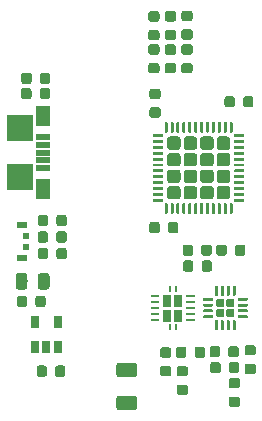
<source format=gbr>
G04 #@! TF.GenerationSoftware,KiCad,Pcbnew,(5.1.4)-1*
G04 #@! TF.CreationDate,2019-11-29T20:46:52-07:00*
G04 #@! TF.ProjectId,CruiseController,43727569-7365-4436-9f6e-74726f6c6c65,rev?*
G04 #@! TF.SameCoordinates,Original*
G04 #@! TF.FileFunction,Paste,Bot*
G04 #@! TF.FilePolarity,Positive*
%FSLAX46Y46*%
G04 Gerber Fmt 4.6, Leading zero omitted, Abs format (unit mm)*
G04 Created by KiCad (PCBNEW (5.1.4)-1) date 2019-11-29 20:46:52*
%MOMM*%
%LPD*%
G04 APERTURE LIST*
%ADD10R,0.550000X0.600000*%
%ADD11R,0.900000X0.600000*%
%ADD12C,0.100000*%
%ADD13C,0.875000*%
%ADD14R,2.300000X2.250000*%
%ADD15R,1.300000X1.750000*%
%ADD16R,1.300000X0.500000*%
%ADD17C,0.975000*%
%ADD18C,0.250000*%
%ADD19C,1.130000*%
%ADD20C,0.690000*%
%ADD21O,0.800000X0.230000*%
%ADD22R,0.230000X0.230000*%
%ADD23R,0.680000X1.050000*%
%ADD24R,0.260000X0.500000*%
%ADD25R,0.650000X1.060000*%
%ADD26C,1.250000*%
G04 APERTURE END LIST*
D10*
X101975000Y-89500000D03*
X101975000Y-90400000D03*
D11*
X101650000Y-88550000D03*
X101650000Y-91350000D03*
D12*
G36*
X114665191Y-88276053D02*
G01*
X114686426Y-88279203D01*
X114707250Y-88284419D01*
X114727462Y-88291651D01*
X114746868Y-88300830D01*
X114765281Y-88311866D01*
X114782524Y-88324654D01*
X114798430Y-88339070D01*
X114812846Y-88354976D01*
X114825634Y-88372219D01*
X114836670Y-88390632D01*
X114845849Y-88410038D01*
X114853081Y-88430250D01*
X114858297Y-88451074D01*
X114861447Y-88472309D01*
X114862500Y-88493750D01*
X114862500Y-89006250D01*
X114861447Y-89027691D01*
X114858297Y-89048926D01*
X114853081Y-89069750D01*
X114845849Y-89089962D01*
X114836670Y-89109368D01*
X114825634Y-89127781D01*
X114812846Y-89145024D01*
X114798430Y-89160930D01*
X114782524Y-89175346D01*
X114765281Y-89188134D01*
X114746868Y-89199170D01*
X114727462Y-89208349D01*
X114707250Y-89215581D01*
X114686426Y-89220797D01*
X114665191Y-89223947D01*
X114643750Y-89225000D01*
X114206250Y-89225000D01*
X114184809Y-89223947D01*
X114163574Y-89220797D01*
X114142750Y-89215581D01*
X114122538Y-89208349D01*
X114103132Y-89199170D01*
X114084719Y-89188134D01*
X114067476Y-89175346D01*
X114051570Y-89160930D01*
X114037154Y-89145024D01*
X114024366Y-89127781D01*
X114013330Y-89109368D01*
X114004151Y-89089962D01*
X113996919Y-89069750D01*
X113991703Y-89048926D01*
X113988553Y-89027691D01*
X113987500Y-89006250D01*
X113987500Y-88493750D01*
X113988553Y-88472309D01*
X113991703Y-88451074D01*
X113996919Y-88430250D01*
X114004151Y-88410038D01*
X114013330Y-88390632D01*
X114024366Y-88372219D01*
X114037154Y-88354976D01*
X114051570Y-88339070D01*
X114067476Y-88324654D01*
X114084719Y-88311866D01*
X114103132Y-88300830D01*
X114122538Y-88291651D01*
X114142750Y-88284419D01*
X114163574Y-88279203D01*
X114184809Y-88276053D01*
X114206250Y-88275000D01*
X114643750Y-88275000D01*
X114665191Y-88276053D01*
X114665191Y-88276053D01*
G37*
D13*
X114425000Y-88750000D03*
D12*
G36*
X113090191Y-88276053D02*
G01*
X113111426Y-88279203D01*
X113132250Y-88284419D01*
X113152462Y-88291651D01*
X113171868Y-88300830D01*
X113190281Y-88311866D01*
X113207524Y-88324654D01*
X113223430Y-88339070D01*
X113237846Y-88354976D01*
X113250634Y-88372219D01*
X113261670Y-88390632D01*
X113270849Y-88410038D01*
X113278081Y-88430250D01*
X113283297Y-88451074D01*
X113286447Y-88472309D01*
X113287500Y-88493750D01*
X113287500Y-89006250D01*
X113286447Y-89027691D01*
X113283297Y-89048926D01*
X113278081Y-89069750D01*
X113270849Y-89089962D01*
X113261670Y-89109368D01*
X113250634Y-89127781D01*
X113237846Y-89145024D01*
X113223430Y-89160930D01*
X113207524Y-89175346D01*
X113190281Y-89188134D01*
X113171868Y-89199170D01*
X113152462Y-89208349D01*
X113132250Y-89215581D01*
X113111426Y-89220797D01*
X113090191Y-89223947D01*
X113068750Y-89225000D01*
X112631250Y-89225000D01*
X112609809Y-89223947D01*
X112588574Y-89220797D01*
X112567750Y-89215581D01*
X112547538Y-89208349D01*
X112528132Y-89199170D01*
X112509719Y-89188134D01*
X112492476Y-89175346D01*
X112476570Y-89160930D01*
X112462154Y-89145024D01*
X112449366Y-89127781D01*
X112438330Y-89109368D01*
X112429151Y-89089962D01*
X112421919Y-89069750D01*
X112416703Y-89048926D01*
X112413553Y-89027691D01*
X112412500Y-89006250D01*
X112412500Y-88493750D01*
X112413553Y-88472309D01*
X112416703Y-88451074D01*
X112421919Y-88430250D01*
X112429151Y-88410038D01*
X112438330Y-88390632D01*
X112449366Y-88372219D01*
X112462154Y-88354976D01*
X112476570Y-88339070D01*
X112492476Y-88324654D01*
X112509719Y-88311866D01*
X112528132Y-88300830D01*
X112547538Y-88291651D01*
X112567750Y-88284419D01*
X112588574Y-88279203D01*
X112609809Y-88276053D01*
X112631250Y-88275000D01*
X113068750Y-88275000D01*
X113090191Y-88276053D01*
X113090191Y-88276053D01*
G37*
D13*
X112850000Y-88750000D03*
D12*
G36*
X103652691Y-87676053D02*
G01*
X103673926Y-87679203D01*
X103694750Y-87684419D01*
X103714962Y-87691651D01*
X103734368Y-87700830D01*
X103752781Y-87711866D01*
X103770024Y-87724654D01*
X103785930Y-87739070D01*
X103800346Y-87754976D01*
X103813134Y-87772219D01*
X103824170Y-87790632D01*
X103833349Y-87810038D01*
X103840581Y-87830250D01*
X103845797Y-87851074D01*
X103848947Y-87872309D01*
X103850000Y-87893750D01*
X103850000Y-88406250D01*
X103848947Y-88427691D01*
X103845797Y-88448926D01*
X103840581Y-88469750D01*
X103833349Y-88489962D01*
X103824170Y-88509368D01*
X103813134Y-88527781D01*
X103800346Y-88545024D01*
X103785930Y-88560930D01*
X103770024Y-88575346D01*
X103752781Y-88588134D01*
X103734368Y-88599170D01*
X103714962Y-88608349D01*
X103694750Y-88615581D01*
X103673926Y-88620797D01*
X103652691Y-88623947D01*
X103631250Y-88625000D01*
X103193750Y-88625000D01*
X103172309Y-88623947D01*
X103151074Y-88620797D01*
X103130250Y-88615581D01*
X103110038Y-88608349D01*
X103090632Y-88599170D01*
X103072219Y-88588134D01*
X103054976Y-88575346D01*
X103039070Y-88560930D01*
X103024654Y-88545024D01*
X103011866Y-88527781D01*
X103000830Y-88509368D01*
X102991651Y-88489962D01*
X102984419Y-88469750D01*
X102979203Y-88448926D01*
X102976053Y-88427691D01*
X102975000Y-88406250D01*
X102975000Y-87893750D01*
X102976053Y-87872309D01*
X102979203Y-87851074D01*
X102984419Y-87830250D01*
X102991651Y-87810038D01*
X103000830Y-87790632D01*
X103011866Y-87772219D01*
X103024654Y-87754976D01*
X103039070Y-87739070D01*
X103054976Y-87724654D01*
X103072219Y-87711866D01*
X103090632Y-87700830D01*
X103110038Y-87691651D01*
X103130250Y-87684419D01*
X103151074Y-87679203D01*
X103172309Y-87676053D01*
X103193750Y-87675000D01*
X103631250Y-87675000D01*
X103652691Y-87676053D01*
X103652691Y-87676053D01*
G37*
D13*
X103412500Y-88150000D03*
D12*
G36*
X105227691Y-87676053D02*
G01*
X105248926Y-87679203D01*
X105269750Y-87684419D01*
X105289962Y-87691651D01*
X105309368Y-87700830D01*
X105327781Y-87711866D01*
X105345024Y-87724654D01*
X105360930Y-87739070D01*
X105375346Y-87754976D01*
X105388134Y-87772219D01*
X105399170Y-87790632D01*
X105408349Y-87810038D01*
X105415581Y-87830250D01*
X105420797Y-87851074D01*
X105423947Y-87872309D01*
X105425000Y-87893750D01*
X105425000Y-88406250D01*
X105423947Y-88427691D01*
X105420797Y-88448926D01*
X105415581Y-88469750D01*
X105408349Y-88489962D01*
X105399170Y-88509368D01*
X105388134Y-88527781D01*
X105375346Y-88545024D01*
X105360930Y-88560930D01*
X105345024Y-88575346D01*
X105327781Y-88588134D01*
X105309368Y-88599170D01*
X105289962Y-88608349D01*
X105269750Y-88615581D01*
X105248926Y-88620797D01*
X105227691Y-88623947D01*
X105206250Y-88625000D01*
X104768750Y-88625000D01*
X104747309Y-88623947D01*
X104726074Y-88620797D01*
X104705250Y-88615581D01*
X104685038Y-88608349D01*
X104665632Y-88599170D01*
X104647219Y-88588134D01*
X104629976Y-88575346D01*
X104614070Y-88560930D01*
X104599654Y-88545024D01*
X104586866Y-88527781D01*
X104575830Y-88509368D01*
X104566651Y-88489962D01*
X104559419Y-88469750D01*
X104554203Y-88448926D01*
X104551053Y-88427691D01*
X104550000Y-88406250D01*
X104550000Y-87893750D01*
X104551053Y-87872309D01*
X104554203Y-87851074D01*
X104559419Y-87830250D01*
X104566651Y-87810038D01*
X104575830Y-87790632D01*
X104586866Y-87772219D01*
X104599654Y-87754976D01*
X104614070Y-87739070D01*
X104629976Y-87724654D01*
X104647219Y-87711866D01*
X104665632Y-87700830D01*
X104685038Y-87691651D01*
X104705250Y-87684419D01*
X104726074Y-87679203D01*
X104747309Y-87676053D01*
X104768750Y-87675000D01*
X105206250Y-87675000D01*
X105227691Y-87676053D01*
X105227691Y-87676053D01*
G37*
D13*
X104987500Y-88150000D03*
D12*
G36*
X103652691Y-90476053D02*
G01*
X103673926Y-90479203D01*
X103694750Y-90484419D01*
X103714962Y-90491651D01*
X103734368Y-90500830D01*
X103752781Y-90511866D01*
X103770024Y-90524654D01*
X103785930Y-90539070D01*
X103800346Y-90554976D01*
X103813134Y-90572219D01*
X103824170Y-90590632D01*
X103833349Y-90610038D01*
X103840581Y-90630250D01*
X103845797Y-90651074D01*
X103848947Y-90672309D01*
X103850000Y-90693750D01*
X103850000Y-91206250D01*
X103848947Y-91227691D01*
X103845797Y-91248926D01*
X103840581Y-91269750D01*
X103833349Y-91289962D01*
X103824170Y-91309368D01*
X103813134Y-91327781D01*
X103800346Y-91345024D01*
X103785930Y-91360930D01*
X103770024Y-91375346D01*
X103752781Y-91388134D01*
X103734368Y-91399170D01*
X103714962Y-91408349D01*
X103694750Y-91415581D01*
X103673926Y-91420797D01*
X103652691Y-91423947D01*
X103631250Y-91425000D01*
X103193750Y-91425000D01*
X103172309Y-91423947D01*
X103151074Y-91420797D01*
X103130250Y-91415581D01*
X103110038Y-91408349D01*
X103090632Y-91399170D01*
X103072219Y-91388134D01*
X103054976Y-91375346D01*
X103039070Y-91360930D01*
X103024654Y-91345024D01*
X103011866Y-91327781D01*
X103000830Y-91309368D01*
X102991651Y-91289962D01*
X102984419Y-91269750D01*
X102979203Y-91248926D01*
X102976053Y-91227691D01*
X102975000Y-91206250D01*
X102975000Y-90693750D01*
X102976053Y-90672309D01*
X102979203Y-90651074D01*
X102984419Y-90630250D01*
X102991651Y-90610038D01*
X103000830Y-90590632D01*
X103011866Y-90572219D01*
X103024654Y-90554976D01*
X103039070Y-90539070D01*
X103054976Y-90524654D01*
X103072219Y-90511866D01*
X103090632Y-90500830D01*
X103110038Y-90491651D01*
X103130250Y-90484419D01*
X103151074Y-90479203D01*
X103172309Y-90476053D01*
X103193750Y-90475000D01*
X103631250Y-90475000D01*
X103652691Y-90476053D01*
X103652691Y-90476053D01*
G37*
D13*
X103412500Y-90950000D03*
D12*
G36*
X105227691Y-90476053D02*
G01*
X105248926Y-90479203D01*
X105269750Y-90484419D01*
X105289962Y-90491651D01*
X105309368Y-90500830D01*
X105327781Y-90511866D01*
X105345024Y-90524654D01*
X105360930Y-90539070D01*
X105375346Y-90554976D01*
X105388134Y-90572219D01*
X105399170Y-90590632D01*
X105408349Y-90610038D01*
X105415581Y-90630250D01*
X105420797Y-90651074D01*
X105423947Y-90672309D01*
X105425000Y-90693750D01*
X105425000Y-91206250D01*
X105423947Y-91227691D01*
X105420797Y-91248926D01*
X105415581Y-91269750D01*
X105408349Y-91289962D01*
X105399170Y-91309368D01*
X105388134Y-91327781D01*
X105375346Y-91345024D01*
X105360930Y-91360930D01*
X105345024Y-91375346D01*
X105327781Y-91388134D01*
X105309368Y-91399170D01*
X105289962Y-91408349D01*
X105269750Y-91415581D01*
X105248926Y-91420797D01*
X105227691Y-91423947D01*
X105206250Y-91425000D01*
X104768750Y-91425000D01*
X104747309Y-91423947D01*
X104726074Y-91420797D01*
X104705250Y-91415581D01*
X104685038Y-91408349D01*
X104665632Y-91399170D01*
X104647219Y-91388134D01*
X104629976Y-91375346D01*
X104614070Y-91360930D01*
X104599654Y-91345024D01*
X104586866Y-91327781D01*
X104575830Y-91309368D01*
X104566651Y-91289962D01*
X104559419Y-91269750D01*
X104554203Y-91248926D01*
X104551053Y-91227691D01*
X104550000Y-91206250D01*
X104550000Y-90693750D01*
X104551053Y-90672309D01*
X104554203Y-90651074D01*
X104559419Y-90630250D01*
X104566651Y-90610038D01*
X104575830Y-90590632D01*
X104586866Y-90572219D01*
X104599654Y-90554976D01*
X104614070Y-90539070D01*
X104629976Y-90524654D01*
X104647219Y-90511866D01*
X104665632Y-90500830D01*
X104685038Y-90491651D01*
X104705250Y-90484419D01*
X104726074Y-90479203D01*
X104747309Y-90476053D01*
X104768750Y-90475000D01*
X105206250Y-90475000D01*
X105227691Y-90476053D01*
X105227691Y-90476053D01*
G37*
D13*
X104987500Y-90950000D03*
D12*
G36*
X103640191Y-89076053D02*
G01*
X103661426Y-89079203D01*
X103682250Y-89084419D01*
X103702462Y-89091651D01*
X103721868Y-89100830D01*
X103740281Y-89111866D01*
X103757524Y-89124654D01*
X103773430Y-89139070D01*
X103787846Y-89154976D01*
X103800634Y-89172219D01*
X103811670Y-89190632D01*
X103820849Y-89210038D01*
X103828081Y-89230250D01*
X103833297Y-89251074D01*
X103836447Y-89272309D01*
X103837500Y-89293750D01*
X103837500Y-89806250D01*
X103836447Y-89827691D01*
X103833297Y-89848926D01*
X103828081Y-89869750D01*
X103820849Y-89889962D01*
X103811670Y-89909368D01*
X103800634Y-89927781D01*
X103787846Y-89945024D01*
X103773430Y-89960930D01*
X103757524Y-89975346D01*
X103740281Y-89988134D01*
X103721868Y-89999170D01*
X103702462Y-90008349D01*
X103682250Y-90015581D01*
X103661426Y-90020797D01*
X103640191Y-90023947D01*
X103618750Y-90025000D01*
X103181250Y-90025000D01*
X103159809Y-90023947D01*
X103138574Y-90020797D01*
X103117750Y-90015581D01*
X103097538Y-90008349D01*
X103078132Y-89999170D01*
X103059719Y-89988134D01*
X103042476Y-89975346D01*
X103026570Y-89960930D01*
X103012154Y-89945024D01*
X102999366Y-89927781D01*
X102988330Y-89909368D01*
X102979151Y-89889962D01*
X102971919Y-89869750D01*
X102966703Y-89848926D01*
X102963553Y-89827691D01*
X102962500Y-89806250D01*
X102962500Y-89293750D01*
X102963553Y-89272309D01*
X102966703Y-89251074D01*
X102971919Y-89230250D01*
X102979151Y-89210038D01*
X102988330Y-89190632D01*
X102999366Y-89172219D01*
X103012154Y-89154976D01*
X103026570Y-89139070D01*
X103042476Y-89124654D01*
X103059719Y-89111866D01*
X103078132Y-89100830D01*
X103097538Y-89091651D01*
X103117750Y-89084419D01*
X103138574Y-89079203D01*
X103159809Y-89076053D01*
X103181250Y-89075000D01*
X103618750Y-89075000D01*
X103640191Y-89076053D01*
X103640191Y-89076053D01*
G37*
D13*
X103400000Y-89550000D03*
D12*
G36*
X105215191Y-89076053D02*
G01*
X105236426Y-89079203D01*
X105257250Y-89084419D01*
X105277462Y-89091651D01*
X105296868Y-89100830D01*
X105315281Y-89111866D01*
X105332524Y-89124654D01*
X105348430Y-89139070D01*
X105362846Y-89154976D01*
X105375634Y-89172219D01*
X105386670Y-89190632D01*
X105395849Y-89210038D01*
X105403081Y-89230250D01*
X105408297Y-89251074D01*
X105411447Y-89272309D01*
X105412500Y-89293750D01*
X105412500Y-89806250D01*
X105411447Y-89827691D01*
X105408297Y-89848926D01*
X105403081Y-89869750D01*
X105395849Y-89889962D01*
X105386670Y-89909368D01*
X105375634Y-89927781D01*
X105362846Y-89945024D01*
X105348430Y-89960930D01*
X105332524Y-89975346D01*
X105315281Y-89988134D01*
X105296868Y-89999170D01*
X105277462Y-90008349D01*
X105257250Y-90015581D01*
X105236426Y-90020797D01*
X105215191Y-90023947D01*
X105193750Y-90025000D01*
X104756250Y-90025000D01*
X104734809Y-90023947D01*
X104713574Y-90020797D01*
X104692750Y-90015581D01*
X104672538Y-90008349D01*
X104653132Y-89999170D01*
X104634719Y-89988134D01*
X104617476Y-89975346D01*
X104601570Y-89960930D01*
X104587154Y-89945024D01*
X104574366Y-89927781D01*
X104563330Y-89909368D01*
X104554151Y-89889962D01*
X104546919Y-89869750D01*
X104541703Y-89848926D01*
X104538553Y-89827691D01*
X104537500Y-89806250D01*
X104537500Y-89293750D01*
X104538553Y-89272309D01*
X104541703Y-89251074D01*
X104546919Y-89230250D01*
X104554151Y-89210038D01*
X104563330Y-89190632D01*
X104574366Y-89172219D01*
X104587154Y-89154976D01*
X104601570Y-89139070D01*
X104617476Y-89124654D01*
X104634719Y-89111866D01*
X104653132Y-89100830D01*
X104672538Y-89091651D01*
X104692750Y-89084419D01*
X104713574Y-89079203D01*
X104734809Y-89076053D01*
X104756250Y-89075000D01*
X105193750Y-89075000D01*
X105215191Y-89076053D01*
X105215191Y-89076053D01*
G37*
D13*
X104975000Y-89550000D03*
D14*
X101450000Y-80325000D03*
X101450000Y-84475000D03*
D15*
X103400000Y-79325000D03*
X103400000Y-85475000D03*
D16*
X103400000Y-81100000D03*
X103400000Y-81750000D03*
X103400000Y-82400000D03*
X103400000Y-83050000D03*
X103400000Y-83700000D03*
D12*
G36*
X115915191Y-90184053D02*
G01*
X115936426Y-90187203D01*
X115957250Y-90192419D01*
X115977462Y-90199651D01*
X115996868Y-90208830D01*
X116015281Y-90219866D01*
X116032524Y-90232654D01*
X116048430Y-90247070D01*
X116062846Y-90262976D01*
X116075634Y-90280219D01*
X116086670Y-90298632D01*
X116095849Y-90318038D01*
X116103081Y-90338250D01*
X116108297Y-90359074D01*
X116111447Y-90380309D01*
X116112500Y-90401750D01*
X116112500Y-90914250D01*
X116111447Y-90935691D01*
X116108297Y-90956926D01*
X116103081Y-90977750D01*
X116095849Y-90997962D01*
X116086670Y-91017368D01*
X116075634Y-91035781D01*
X116062846Y-91053024D01*
X116048430Y-91068930D01*
X116032524Y-91083346D01*
X116015281Y-91096134D01*
X115996868Y-91107170D01*
X115977462Y-91116349D01*
X115957250Y-91123581D01*
X115936426Y-91128797D01*
X115915191Y-91131947D01*
X115893750Y-91133000D01*
X115456250Y-91133000D01*
X115434809Y-91131947D01*
X115413574Y-91128797D01*
X115392750Y-91123581D01*
X115372538Y-91116349D01*
X115353132Y-91107170D01*
X115334719Y-91096134D01*
X115317476Y-91083346D01*
X115301570Y-91068930D01*
X115287154Y-91053024D01*
X115274366Y-91035781D01*
X115263330Y-91017368D01*
X115254151Y-90997962D01*
X115246919Y-90977750D01*
X115241703Y-90956926D01*
X115238553Y-90935691D01*
X115237500Y-90914250D01*
X115237500Y-90401750D01*
X115238553Y-90380309D01*
X115241703Y-90359074D01*
X115246919Y-90338250D01*
X115254151Y-90318038D01*
X115263330Y-90298632D01*
X115274366Y-90280219D01*
X115287154Y-90262976D01*
X115301570Y-90247070D01*
X115317476Y-90232654D01*
X115334719Y-90219866D01*
X115353132Y-90208830D01*
X115372538Y-90199651D01*
X115392750Y-90192419D01*
X115413574Y-90187203D01*
X115434809Y-90184053D01*
X115456250Y-90183000D01*
X115893750Y-90183000D01*
X115915191Y-90184053D01*
X115915191Y-90184053D01*
G37*
D13*
X115675000Y-90658000D03*
D12*
G36*
X117490191Y-90184053D02*
G01*
X117511426Y-90187203D01*
X117532250Y-90192419D01*
X117552462Y-90199651D01*
X117571868Y-90208830D01*
X117590281Y-90219866D01*
X117607524Y-90232654D01*
X117623430Y-90247070D01*
X117637846Y-90262976D01*
X117650634Y-90280219D01*
X117661670Y-90298632D01*
X117670849Y-90318038D01*
X117678081Y-90338250D01*
X117683297Y-90359074D01*
X117686447Y-90380309D01*
X117687500Y-90401750D01*
X117687500Y-90914250D01*
X117686447Y-90935691D01*
X117683297Y-90956926D01*
X117678081Y-90977750D01*
X117670849Y-90997962D01*
X117661670Y-91017368D01*
X117650634Y-91035781D01*
X117637846Y-91053024D01*
X117623430Y-91068930D01*
X117607524Y-91083346D01*
X117590281Y-91096134D01*
X117571868Y-91107170D01*
X117552462Y-91116349D01*
X117532250Y-91123581D01*
X117511426Y-91128797D01*
X117490191Y-91131947D01*
X117468750Y-91133000D01*
X117031250Y-91133000D01*
X117009809Y-91131947D01*
X116988574Y-91128797D01*
X116967750Y-91123581D01*
X116947538Y-91116349D01*
X116928132Y-91107170D01*
X116909719Y-91096134D01*
X116892476Y-91083346D01*
X116876570Y-91068930D01*
X116862154Y-91053024D01*
X116849366Y-91035781D01*
X116838330Y-91017368D01*
X116829151Y-90997962D01*
X116821919Y-90977750D01*
X116816703Y-90956926D01*
X116813553Y-90935691D01*
X116812500Y-90914250D01*
X116812500Y-90401750D01*
X116813553Y-90380309D01*
X116816703Y-90359074D01*
X116821919Y-90338250D01*
X116829151Y-90318038D01*
X116838330Y-90298632D01*
X116849366Y-90280219D01*
X116862154Y-90262976D01*
X116876570Y-90247070D01*
X116892476Y-90232654D01*
X116909719Y-90219866D01*
X116928132Y-90208830D01*
X116947538Y-90199651D01*
X116967750Y-90192419D01*
X116988574Y-90187203D01*
X117009809Y-90184053D01*
X117031250Y-90183000D01*
X117468750Y-90183000D01*
X117490191Y-90184053D01*
X117490191Y-90184053D01*
G37*
D13*
X117250000Y-90658000D03*
D12*
G36*
X114077691Y-98888553D02*
G01*
X114098926Y-98891703D01*
X114119750Y-98896919D01*
X114139962Y-98904151D01*
X114159368Y-98913330D01*
X114177781Y-98924366D01*
X114195024Y-98937154D01*
X114210930Y-98951570D01*
X114225346Y-98967476D01*
X114238134Y-98984719D01*
X114249170Y-99003132D01*
X114258349Y-99022538D01*
X114265581Y-99042750D01*
X114270797Y-99063574D01*
X114273947Y-99084809D01*
X114275000Y-99106250D01*
X114275000Y-99543750D01*
X114273947Y-99565191D01*
X114270797Y-99586426D01*
X114265581Y-99607250D01*
X114258349Y-99627462D01*
X114249170Y-99646868D01*
X114238134Y-99665281D01*
X114225346Y-99682524D01*
X114210930Y-99698430D01*
X114195024Y-99712846D01*
X114177781Y-99725634D01*
X114159368Y-99736670D01*
X114139962Y-99745849D01*
X114119750Y-99753081D01*
X114098926Y-99758297D01*
X114077691Y-99761447D01*
X114056250Y-99762500D01*
X113543750Y-99762500D01*
X113522309Y-99761447D01*
X113501074Y-99758297D01*
X113480250Y-99753081D01*
X113460038Y-99745849D01*
X113440632Y-99736670D01*
X113422219Y-99725634D01*
X113404976Y-99712846D01*
X113389070Y-99698430D01*
X113374654Y-99682524D01*
X113361866Y-99665281D01*
X113350830Y-99646868D01*
X113341651Y-99627462D01*
X113334419Y-99607250D01*
X113329203Y-99586426D01*
X113326053Y-99565191D01*
X113325000Y-99543750D01*
X113325000Y-99106250D01*
X113326053Y-99084809D01*
X113329203Y-99063574D01*
X113334419Y-99042750D01*
X113341651Y-99022538D01*
X113350830Y-99003132D01*
X113361866Y-98984719D01*
X113374654Y-98967476D01*
X113389070Y-98951570D01*
X113404976Y-98937154D01*
X113422219Y-98924366D01*
X113440632Y-98913330D01*
X113460038Y-98904151D01*
X113480250Y-98896919D01*
X113501074Y-98891703D01*
X113522309Y-98888553D01*
X113543750Y-98887500D01*
X114056250Y-98887500D01*
X114077691Y-98888553D01*
X114077691Y-98888553D01*
G37*
D13*
X113800000Y-99325000D03*
D12*
G36*
X114077691Y-100463553D02*
G01*
X114098926Y-100466703D01*
X114119750Y-100471919D01*
X114139962Y-100479151D01*
X114159368Y-100488330D01*
X114177781Y-100499366D01*
X114195024Y-100512154D01*
X114210930Y-100526570D01*
X114225346Y-100542476D01*
X114238134Y-100559719D01*
X114249170Y-100578132D01*
X114258349Y-100597538D01*
X114265581Y-100617750D01*
X114270797Y-100638574D01*
X114273947Y-100659809D01*
X114275000Y-100681250D01*
X114275000Y-101118750D01*
X114273947Y-101140191D01*
X114270797Y-101161426D01*
X114265581Y-101182250D01*
X114258349Y-101202462D01*
X114249170Y-101221868D01*
X114238134Y-101240281D01*
X114225346Y-101257524D01*
X114210930Y-101273430D01*
X114195024Y-101287846D01*
X114177781Y-101300634D01*
X114159368Y-101311670D01*
X114139962Y-101320849D01*
X114119750Y-101328081D01*
X114098926Y-101333297D01*
X114077691Y-101336447D01*
X114056250Y-101337500D01*
X113543750Y-101337500D01*
X113522309Y-101336447D01*
X113501074Y-101333297D01*
X113480250Y-101328081D01*
X113460038Y-101320849D01*
X113440632Y-101311670D01*
X113422219Y-101300634D01*
X113404976Y-101287846D01*
X113389070Y-101273430D01*
X113374654Y-101257524D01*
X113361866Y-101240281D01*
X113350830Y-101221868D01*
X113341651Y-101202462D01*
X113334419Y-101182250D01*
X113329203Y-101161426D01*
X113326053Y-101140191D01*
X113325000Y-101118750D01*
X113325000Y-100681250D01*
X113326053Y-100659809D01*
X113329203Y-100638574D01*
X113334419Y-100617750D01*
X113341651Y-100597538D01*
X113350830Y-100578132D01*
X113361866Y-100559719D01*
X113374654Y-100542476D01*
X113389070Y-100526570D01*
X113404976Y-100512154D01*
X113422219Y-100499366D01*
X113440632Y-100488330D01*
X113460038Y-100479151D01*
X113480250Y-100471919D01*
X113501074Y-100466703D01*
X113522309Y-100463553D01*
X113543750Y-100462500D01*
X114056250Y-100462500D01*
X114077691Y-100463553D01*
X114077691Y-100463553D01*
G37*
D13*
X113800000Y-100900000D03*
D12*
G36*
X118202691Y-98784053D02*
G01*
X118223926Y-98787203D01*
X118244750Y-98792419D01*
X118264962Y-98799651D01*
X118284368Y-98808830D01*
X118302781Y-98819866D01*
X118320024Y-98832654D01*
X118335930Y-98847070D01*
X118350346Y-98862976D01*
X118363134Y-98880219D01*
X118374170Y-98898632D01*
X118383349Y-98918038D01*
X118390581Y-98938250D01*
X118395797Y-98959074D01*
X118398947Y-98980309D01*
X118400000Y-99001750D01*
X118400000Y-99514250D01*
X118398947Y-99535691D01*
X118395797Y-99556926D01*
X118390581Y-99577750D01*
X118383349Y-99597962D01*
X118374170Y-99617368D01*
X118363134Y-99635781D01*
X118350346Y-99653024D01*
X118335930Y-99668930D01*
X118320024Y-99683346D01*
X118302781Y-99696134D01*
X118284368Y-99707170D01*
X118264962Y-99716349D01*
X118244750Y-99723581D01*
X118223926Y-99728797D01*
X118202691Y-99731947D01*
X118181250Y-99733000D01*
X117743750Y-99733000D01*
X117722309Y-99731947D01*
X117701074Y-99728797D01*
X117680250Y-99723581D01*
X117660038Y-99716349D01*
X117640632Y-99707170D01*
X117622219Y-99696134D01*
X117604976Y-99683346D01*
X117589070Y-99668930D01*
X117574654Y-99653024D01*
X117561866Y-99635781D01*
X117550830Y-99617368D01*
X117541651Y-99597962D01*
X117534419Y-99577750D01*
X117529203Y-99556926D01*
X117526053Y-99535691D01*
X117525000Y-99514250D01*
X117525000Y-99001750D01*
X117526053Y-98980309D01*
X117529203Y-98959074D01*
X117534419Y-98938250D01*
X117541651Y-98918038D01*
X117550830Y-98898632D01*
X117561866Y-98880219D01*
X117574654Y-98862976D01*
X117589070Y-98847070D01*
X117604976Y-98832654D01*
X117622219Y-98819866D01*
X117640632Y-98808830D01*
X117660038Y-98799651D01*
X117680250Y-98792419D01*
X117701074Y-98787203D01*
X117722309Y-98784053D01*
X117743750Y-98783000D01*
X118181250Y-98783000D01*
X118202691Y-98784053D01*
X118202691Y-98784053D01*
G37*
D13*
X117962500Y-99258000D03*
D12*
G36*
X119777691Y-98784053D02*
G01*
X119798926Y-98787203D01*
X119819750Y-98792419D01*
X119839962Y-98799651D01*
X119859368Y-98808830D01*
X119877781Y-98819866D01*
X119895024Y-98832654D01*
X119910930Y-98847070D01*
X119925346Y-98862976D01*
X119938134Y-98880219D01*
X119949170Y-98898632D01*
X119958349Y-98918038D01*
X119965581Y-98938250D01*
X119970797Y-98959074D01*
X119973947Y-98980309D01*
X119975000Y-99001750D01*
X119975000Y-99514250D01*
X119973947Y-99535691D01*
X119970797Y-99556926D01*
X119965581Y-99577750D01*
X119958349Y-99597962D01*
X119949170Y-99617368D01*
X119938134Y-99635781D01*
X119925346Y-99653024D01*
X119910930Y-99668930D01*
X119895024Y-99683346D01*
X119877781Y-99696134D01*
X119859368Y-99707170D01*
X119839962Y-99716349D01*
X119819750Y-99723581D01*
X119798926Y-99728797D01*
X119777691Y-99731947D01*
X119756250Y-99733000D01*
X119318750Y-99733000D01*
X119297309Y-99731947D01*
X119276074Y-99728797D01*
X119255250Y-99723581D01*
X119235038Y-99716349D01*
X119215632Y-99707170D01*
X119197219Y-99696134D01*
X119179976Y-99683346D01*
X119164070Y-99668930D01*
X119149654Y-99653024D01*
X119136866Y-99635781D01*
X119125830Y-99617368D01*
X119116651Y-99597962D01*
X119109419Y-99577750D01*
X119104203Y-99556926D01*
X119101053Y-99535691D01*
X119100000Y-99514250D01*
X119100000Y-99001750D01*
X119101053Y-98980309D01*
X119104203Y-98959074D01*
X119109419Y-98938250D01*
X119116651Y-98918038D01*
X119125830Y-98898632D01*
X119136866Y-98880219D01*
X119149654Y-98862976D01*
X119164070Y-98847070D01*
X119179976Y-98832654D01*
X119197219Y-98819866D01*
X119215632Y-98808830D01*
X119235038Y-98799651D01*
X119255250Y-98792419D01*
X119276074Y-98787203D01*
X119297309Y-98784053D01*
X119318750Y-98783000D01*
X119756250Y-98783000D01*
X119777691Y-98784053D01*
X119777691Y-98784053D01*
G37*
D13*
X119537500Y-99258000D03*
D12*
G36*
X115877691Y-73238553D02*
G01*
X115898926Y-73241703D01*
X115919750Y-73246919D01*
X115939962Y-73254151D01*
X115959368Y-73263330D01*
X115977781Y-73274366D01*
X115995024Y-73287154D01*
X116010930Y-73301570D01*
X116025346Y-73317476D01*
X116038134Y-73334719D01*
X116049170Y-73353132D01*
X116058349Y-73372538D01*
X116065581Y-73392750D01*
X116070797Y-73413574D01*
X116073947Y-73434809D01*
X116075000Y-73456250D01*
X116075000Y-73893750D01*
X116073947Y-73915191D01*
X116070797Y-73936426D01*
X116065581Y-73957250D01*
X116058349Y-73977462D01*
X116049170Y-73996868D01*
X116038134Y-74015281D01*
X116025346Y-74032524D01*
X116010930Y-74048430D01*
X115995024Y-74062846D01*
X115977781Y-74075634D01*
X115959368Y-74086670D01*
X115939962Y-74095849D01*
X115919750Y-74103081D01*
X115898926Y-74108297D01*
X115877691Y-74111447D01*
X115856250Y-74112500D01*
X115343750Y-74112500D01*
X115322309Y-74111447D01*
X115301074Y-74108297D01*
X115280250Y-74103081D01*
X115260038Y-74095849D01*
X115240632Y-74086670D01*
X115222219Y-74075634D01*
X115204976Y-74062846D01*
X115189070Y-74048430D01*
X115174654Y-74032524D01*
X115161866Y-74015281D01*
X115150830Y-73996868D01*
X115141651Y-73977462D01*
X115134419Y-73957250D01*
X115129203Y-73936426D01*
X115126053Y-73915191D01*
X115125000Y-73893750D01*
X115125000Y-73456250D01*
X115126053Y-73434809D01*
X115129203Y-73413574D01*
X115134419Y-73392750D01*
X115141651Y-73372538D01*
X115150830Y-73353132D01*
X115161866Y-73334719D01*
X115174654Y-73317476D01*
X115189070Y-73301570D01*
X115204976Y-73287154D01*
X115222219Y-73274366D01*
X115240632Y-73263330D01*
X115260038Y-73254151D01*
X115280250Y-73246919D01*
X115301074Y-73241703D01*
X115322309Y-73238553D01*
X115343750Y-73237500D01*
X115856250Y-73237500D01*
X115877691Y-73238553D01*
X115877691Y-73238553D01*
G37*
D13*
X115600000Y-73675000D03*
D12*
G36*
X115877691Y-74813553D02*
G01*
X115898926Y-74816703D01*
X115919750Y-74821919D01*
X115939962Y-74829151D01*
X115959368Y-74838330D01*
X115977781Y-74849366D01*
X115995024Y-74862154D01*
X116010930Y-74876570D01*
X116025346Y-74892476D01*
X116038134Y-74909719D01*
X116049170Y-74928132D01*
X116058349Y-74947538D01*
X116065581Y-74967750D01*
X116070797Y-74988574D01*
X116073947Y-75009809D01*
X116075000Y-75031250D01*
X116075000Y-75468750D01*
X116073947Y-75490191D01*
X116070797Y-75511426D01*
X116065581Y-75532250D01*
X116058349Y-75552462D01*
X116049170Y-75571868D01*
X116038134Y-75590281D01*
X116025346Y-75607524D01*
X116010930Y-75623430D01*
X115995024Y-75637846D01*
X115977781Y-75650634D01*
X115959368Y-75661670D01*
X115939962Y-75670849D01*
X115919750Y-75678081D01*
X115898926Y-75683297D01*
X115877691Y-75686447D01*
X115856250Y-75687500D01*
X115343750Y-75687500D01*
X115322309Y-75686447D01*
X115301074Y-75683297D01*
X115280250Y-75678081D01*
X115260038Y-75670849D01*
X115240632Y-75661670D01*
X115222219Y-75650634D01*
X115204976Y-75637846D01*
X115189070Y-75623430D01*
X115174654Y-75607524D01*
X115161866Y-75590281D01*
X115150830Y-75571868D01*
X115141651Y-75552462D01*
X115134419Y-75532250D01*
X115129203Y-75511426D01*
X115126053Y-75490191D01*
X115125000Y-75468750D01*
X115125000Y-75031250D01*
X115126053Y-75009809D01*
X115129203Y-74988574D01*
X115134419Y-74967750D01*
X115141651Y-74947538D01*
X115150830Y-74928132D01*
X115161866Y-74909719D01*
X115174654Y-74892476D01*
X115189070Y-74876570D01*
X115204976Y-74862154D01*
X115222219Y-74849366D01*
X115240632Y-74838330D01*
X115260038Y-74829151D01*
X115280250Y-74821919D01*
X115301074Y-74816703D01*
X115322309Y-74813553D01*
X115343750Y-74812500D01*
X115856250Y-74812500D01*
X115877691Y-74813553D01*
X115877691Y-74813553D01*
G37*
D13*
X115600000Y-75250000D03*
D12*
G36*
X113077691Y-70438553D02*
G01*
X113098926Y-70441703D01*
X113119750Y-70446919D01*
X113139962Y-70454151D01*
X113159368Y-70463330D01*
X113177781Y-70474366D01*
X113195024Y-70487154D01*
X113210930Y-70501570D01*
X113225346Y-70517476D01*
X113238134Y-70534719D01*
X113249170Y-70553132D01*
X113258349Y-70572538D01*
X113265581Y-70592750D01*
X113270797Y-70613574D01*
X113273947Y-70634809D01*
X113275000Y-70656250D01*
X113275000Y-71093750D01*
X113273947Y-71115191D01*
X113270797Y-71136426D01*
X113265581Y-71157250D01*
X113258349Y-71177462D01*
X113249170Y-71196868D01*
X113238134Y-71215281D01*
X113225346Y-71232524D01*
X113210930Y-71248430D01*
X113195024Y-71262846D01*
X113177781Y-71275634D01*
X113159368Y-71286670D01*
X113139962Y-71295849D01*
X113119750Y-71303081D01*
X113098926Y-71308297D01*
X113077691Y-71311447D01*
X113056250Y-71312500D01*
X112543750Y-71312500D01*
X112522309Y-71311447D01*
X112501074Y-71308297D01*
X112480250Y-71303081D01*
X112460038Y-71295849D01*
X112440632Y-71286670D01*
X112422219Y-71275634D01*
X112404976Y-71262846D01*
X112389070Y-71248430D01*
X112374654Y-71232524D01*
X112361866Y-71215281D01*
X112350830Y-71196868D01*
X112341651Y-71177462D01*
X112334419Y-71157250D01*
X112329203Y-71136426D01*
X112326053Y-71115191D01*
X112325000Y-71093750D01*
X112325000Y-70656250D01*
X112326053Y-70634809D01*
X112329203Y-70613574D01*
X112334419Y-70592750D01*
X112341651Y-70572538D01*
X112350830Y-70553132D01*
X112361866Y-70534719D01*
X112374654Y-70517476D01*
X112389070Y-70501570D01*
X112404976Y-70487154D01*
X112422219Y-70474366D01*
X112440632Y-70463330D01*
X112460038Y-70454151D01*
X112480250Y-70446919D01*
X112501074Y-70441703D01*
X112522309Y-70438553D01*
X112543750Y-70437500D01*
X113056250Y-70437500D01*
X113077691Y-70438553D01*
X113077691Y-70438553D01*
G37*
D13*
X112800000Y-70875000D03*
D12*
G36*
X113077691Y-72013553D02*
G01*
X113098926Y-72016703D01*
X113119750Y-72021919D01*
X113139962Y-72029151D01*
X113159368Y-72038330D01*
X113177781Y-72049366D01*
X113195024Y-72062154D01*
X113210930Y-72076570D01*
X113225346Y-72092476D01*
X113238134Y-72109719D01*
X113249170Y-72128132D01*
X113258349Y-72147538D01*
X113265581Y-72167750D01*
X113270797Y-72188574D01*
X113273947Y-72209809D01*
X113275000Y-72231250D01*
X113275000Y-72668750D01*
X113273947Y-72690191D01*
X113270797Y-72711426D01*
X113265581Y-72732250D01*
X113258349Y-72752462D01*
X113249170Y-72771868D01*
X113238134Y-72790281D01*
X113225346Y-72807524D01*
X113210930Y-72823430D01*
X113195024Y-72837846D01*
X113177781Y-72850634D01*
X113159368Y-72861670D01*
X113139962Y-72870849D01*
X113119750Y-72878081D01*
X113098926Y-72883297D01*
X113077691Y-72886447D01*
X113056250Y-72887500D01*
X112543750Y-72887500D01*
X112522309Y-72886447D01*
X112501074Y-72883297D01*
X112480250Y-72878081D01*
X112460038Y-72870849D01*
X112440632Y-72861670D01*
X112422219Y-72850634D01*
X112404976Y-72837846D01*
X112389070Y-72823430D01*
X112374654Y-72807524D01*
X112361866Y-72790281D01*
X112350830Y-72771868D01*
X112341651Y-72752462D01*
X112334419Y-72732250D01*
X112329203Y-72711426D01*
X112326053Y-72690191D01*
X112325000Y-72668750D01*
X112325000Y-72231250D01*
X112326053Y-72209809D01*
X112329203Y-72188574D01*
X112334419Y-72167750D01*
X112341651Y-72147538D01*
X112350830Y-72128132D01*
X112361866Y-72109719D01*
X112374654Y-72092476D01*
X112389070Y-72076570D01*
X112404976Y-72062154D01*
X112422219Y-72049366D01*
X112440632Y-72038330D01*
X112460038Y-72029151D01*
X112480250Y-72021919D01*
X112501074Y-72016703D01*
X112522309Y-72013553D01*
X112543750Y-72012500D01*
X113056250Y-72012500D01*
X113077691Y-72013553D01*
X113077691Y-72013553D01*
G37*
D13*
X112800000Y-72450000D03*
D12*
G36*
X114477691Y-70426053D02*
G01*
X114498926Y-70429203D01*
X114519750Y-70434419D01*
X114539962Y-70441651D01*
X114559368Y-70450830D01*
X114577781Y-70461866D01*
X114595024Y-70474654D01*
X114610930Y-70489070D01*
X114625346Y-70504976D01*
X114638134Y-70522219D01*
X114649170Y-70540632D01*
X114658349Y-70560038D01*
X114665581Y-70580250D01*
X114670797Y-70601074D01*
X114673947Y-70622309D01*
X114675000Y-70643750D01*
X114675000Y-71081250D01*
X114673947Y-71102691D01*
X114670797Y-71123926D01*
X114665581Y-71144750D01*
X114658349Y-71164962D01*
X114649170Y-71184368D01*
X114638134Y-71202781D01*
X114625346Y-71220024D01*
X114610930Y-71235930D01*
X114595024Y-71250346D01*
X114577781Y-71263134D01*
X114559368Y-71274170D01*
X114539962Y-71283349D01*
X114519750Y-71290581D01*
X114498926Y-71295797D01*
X114477691Y-71298947D01*
X114456250Y-71300000D01*
X113943750Y-71300000D01*
X113922309Y-71298947D01*
X113901074Y-71295797D01*
X113880250Y-71290581D01*
X113860038Y-71283349D01*
X113840632Y-71274170D01*
X113822219Y-71263134D01*
X113804976Y-71250346D01*
X113789070Y-71235930D01*
X113774654Y-71220024D01*
X113761866Y-71202781D01*
X113750830Y-71184368D01*
X113741651Y-71164962D01*
X113734419Y-71144750D01*
X113729203Y-71123926D01*
X113726053Y-71102691D01*
X113725000Y-71081250D01*
X113725000Y-70643750D01*
X113726053Y-70622309D01*
X113729203Y-70601074D01*
X113734419Y-70580250D01*
X113741651Y-70560038D01*
X113750830Y-70540632D01*
X113761866Y-70522219D01*
X113774654Y-70504976D01*
X113789070Y-70489070D01*
X113804976Y-70474654D01*
X113822219Y-70461866D01*
X113840632Y-70450830D01*
X113860038Y-70441651D01*
X113880250Y-70434419D01*
X113901074Y-70429203D01*
X113922309Y-70426053D01*
X113943750Y-70425000D01*
X114456250Y-70425000D01*
X114477691Y-70426053D01*
X114477691Y-70426053D01*
G37*
D13*
X114200000Y-70862500D03*
D12*
G36*
X114477691Y-72001053D02*
G01*
X114498926Y-72004203D01*
X114519750Y-72009419D01*
X114539962Y-72016651D01*
X114559368Y-72025830D01*
X114577781Y-72036866D01*
X114595024Y-72049654D01*
X114610930Y-72064070D01*
X114625346Y-72079976D01*
X114638134Y-72097219D01*
X114649170Y-72115632D01*
X114658349Y-72135038D01*
X114665581Y-72155250D01*
X114670797Y-72176074D01*
X114673947Y-72197309D01*
X114675000Y-72218750D01*
X114675000Y-72656250D01*
X114673947Y-72677691D01*
X114670797Y-72698926D01*
X114665581Y-72719750D01*
X114658349Y-72739962D01*
X114649170Y-72759368D01*
X114638134Y-72777781D01*
X114625346Y-72795024D01*
X114610930Y-72810930D01*
X114595024Y-72825346D01*
X114577781Y-72838134D01*
X114559368Y-72849170D01*
X114539962Y-72858349D01*
X114519750Y-72865581D01*
X114498926Y-72870797D01*
X114477691Y-72873947D01*
X114456250Y-72875000D01*
X113943750Y-72875000D01*
X113922309Y-72873947D01*
X113901074Y-72870797D01*
X113880250Y-72865581D01*
X113860038Y-72858349D01*
X113840632Y-72849170D01*
X113822219Y-72838134D01*
X113804976Y-72825346D01*
X113789070Y-72810930D01*
X113774654Y-72795024D01*
X113761866Y-72777781D01*
X113750830Y-72759368D01*
X113741651Y-72739962D01*
X113734419Y-72719750D01*
X113729203Y-72698926D01*
X113726053Y-72677691D01*
X113725000Y-72656250D01*
X113725000Y-72218750D01*
X113726053Y-72197309D01*
X113729203Y-72176074D01*
X113734419Y-72155250D01*
X113741651Y-72135038D01*
X113750830Y-72115632D01*
X113761866Y-72097219D01*
X113774654Y-72079976D01*
X113789070Y-72064070D01*
X113804976Y-72049654D01*
X113822219Y-72036866D01*
X113840632Y-72025830D01*
X113860038Y-72016651D01*
X113880250Y-72009419D01*
X113901074Y-72004203D01*
X113922309Y-72001053D01*
X113943750Y-72000000D01*
X114456250Y-72000000D01*
X114477691Y-72001053D01*
X114477691Y-72001053D01*
G37*
D13*
X114200000Y-72437500D03*
D12*
G36*
X113077691Y-74813553D02*
G01*
X113098926Y-74816703D01*
X113119750Y-74821919D01*
X113139962Y-74829151D01*
X113159368Y-74838330D01*
X113177781Y-74849366D01*
X113195024Y-74862154D01*
X113210930Y-74876570D01*
X113225346Y-74892476D01*
X113238134Y-74909719D01*
X113249170Y-74928132D01*
X113258349Y-74947538D01*
X113265581Y-74967750D01*
X113270797Y-74988574D01*
X113273947Y-75009809D01*
X113275000Y-75031250D01*
X113275000Y-75468750D01*
X113273947Y-75490191D01*
X113270797Y-75511426D01*
X113265581Y-75532250D01*
X113258349Y-75552462D01*
X113249170Y-75571868D01*
X113238134Y-75590281D01*
X113225346Y-75607524D01*
X113210930Y-75623430D01*
X113195024Y-75637846D01*
X113177781Y-75650634D01*
X113159368Y-75661670D01*
X113139962Y-75670849D01*
X113119750Y-75678081D01*
X113098926Y-75683297D01*
X113077691Y-75686447D01*
X113056250Y-75687500D01*
X112543750Y-75687500D01*
X112522309Y-75686447D01*
X112501074Y-75683297D01*
X112480250Y-75678081D01*
X112460038Y-75670849D01*
X112440632Y-75661670D01*
X112422219Y-75650634D01*
X112404976Y-75637846D01*
X112389070Y-75623430D01*
X112374654Y-75607524D01*
X112361866Y-75590281D01*
X112350830Y-75571868D01*
X112341651Y-75552462D01*
X112334419Y-75532250D01*
X112329203Y-75511426D01*
X112326053Y-75490191D01*
X112325000Y-75468750D01*
X112325000Y-75031250D01*
X112326053Y-75009809D01*
X112329203Y-74988574D01*
X112334419Y-74967750D01*
X112341651Y-74947538D01*
X112350830Y-74928132D01*
X112361866Y-74909719D01*
X112374654Y-74892476D01*
X112389070Y-74876570D01*
X112404976Y-74862154D01*
X112422219Y-74849366D01*
X112440632Y-74838330D01*
X112460038Y-74829151D01*
X112480250Y-74821919D01*
X112501074Y-74816703D01*
X112522309Y-74813553D01*
X112543750Y-74812500D01*
X113056250Y-74812500D01*
X113077691Y-74813553D01*
X113077691Y-74813553D01*
G37*
D13*
X112800000Y-75250000D03*
D12*
G36*
X113077691Y-73238553D02*
G01*
X113098926Y-73241703D01*
X113119750Y-73246919D01*
X113139962Y-73254151D01*
X113159368Y-73263330D01*
X113177781Y-73274366D01*
X113195024Y-73287154D01*
X113210930Y-73301570D01*
X113225346Y-73317476D01*
X113238134Y-73334719D01*
X113249170Y-73353132D01*
X113258349Y-73372538D01*
X113265581Y-73392750D01*
X113270797Y-73413574D01*
X113273947Y-73434809D01*
X113275000Y-73456250D01*
X113275000Y-73893750D01*
X113273947Y-73915191D01*
X113270797Y-73936426D01*
X113265581Y-73957250D01*
X113258349Y-73977462D01*
X113249170Y-73996868D01*
X113238134Y-74015281D01*
X113225346Y-74032524D01*
X113210930Y-74048430D01*
X113195024Y-74062846D01*
X113177781Y-74075634D01*
X113159368Y-74086670D01*
X113139962Y-74095849D01*
X113119750Y-74103081D01*
X113098926Y-74108297D01*
X113077691Y-74111447D01*
X113056250Y-74112500D01*
X112543750Y-74112500D01*
X112522309Y-74111447D01*
X112501074Y-74108297D01*
X112480250Y-74103081D01*
X112460038Y-74095849D01*
X112440632Y-74086670D01*
X112422219Y-74075634D01*
X112404976Y-74062846D01*
X112389070Y-74048430D01*
X112374654Y-74032524D01*
X112361866Y-74015281D01*
X112350830Y-73996868D01*
X112341651Y-73977462D01*
X112334419Y-73957250D01*
X112329203Y-73936426D01*
X112326053Y-73915191D01*
X112325000Y-73893750D01*
X112325000Y-73456250D01*
X112326053Y-73434809D01*
X112329203Y-73413574D01*
X112334419Y-73392750D01*
X112341651Y-73372538D01*
X112350830Y-73353132D01*
X112361866Y-73334719D01*
X112374654Y-73317476D01*
X112389070Y-73301570D01*
X112404976Y-73287154D01*
X112422219Y-73274366D01*
X112440632Y-73263330D01*
X112460038Y-73254151D01*
X112480250Y-73246919D01*
X112501074Y-73241703D01*
X112522309Y-73238553D01*
X112543750Y-73237500D01*
X113056250Y-73237500D01*
X113077691Y-73238553D01*
X113077691Y-73238553D01*
G37*
D13*
X112800000Y-73675000D03*
D12*
G36*
X113177691Y-76988553D02*
G01*
X113198926Y-76991703D01*
X113219750Y-76996919D01*
X113239962Y-77004151D01*
X113259368Y-77013330D01*
X113277781Y-77024366D01*
X113295024Y-77037154D01*
X113310930Y-77051570D01*
X113325346Y-77067476D01*
X113338134Y-77084719D01*
X113349170Y-77103132D01*
X113358349Y-77122538D01*
X113365581Y-77142750D01*
X113370797Y-77163574D01*
X113373947Y-77184809D01*
X113375000Y-77206250D01*
X113375000Y-77643750D01*
X113373947Y-77665191D01*
X113370797Y-77686426D01*
X113365581Y-77707250D01*
X113358349Y-77727462D01*
X113349170Y-77746868D01*
X113338134Y-77765281D01*
X113325346Y-77782524D01*
X113310930Y-77798430D01*
X113295024Y-77812846D01*
X113277781Y-77825634D01*
X113259368Y-77836670D01*
X113239962Y-77845849D01*
X113219750Y-77853081D01*
X113198926Y-77858297D01*
X113177691Y-77861447D01*
X113156250Y-77862500D01*
X112643750Y-77862500D01*
X112622309Y-77861447D01*
X112601074Y-77858297D01*
X112580250Y-77853081D01*
X112560038Y-77845849D01*
X112540632Y-77836670D01*
X112522219Y-77825634D01*
X112504976Y-77812846D01*
X112489070Y-77798430D01*
X112474654Y-77782524D01*
X112461866Y-77765281D01*
X112450830Y-77746868D01*
X112441651Y-77727462D01*
X112434419Y-77707250D01*
X112429203Y-77686426D01*
X112426053Y-77665191D01*
X112425000Y-77643750D01*
X112425000Y-77206250D01*
X112426053Y-77184809D01*
X112429203Y-77163574D01*
X112434419Y-77142750D01*
X112441651Y-77122538D01*
X112450830Y-77103132D01*
X112461866Y-77084719D01*
X112474654Y-77067476D01*
X112489070Y-77051570D01*
X112504976Y-77037154D01*
X112522219Y-77024366D01*
X112540632Y-77013330D01*
X112560038Y-77004151D01*
X112580250Y-76996919D01*
X112601074Y-76991703D01*
X112622309Y-76988553D01*
X112643750Y-76987500D01*
X113156250Y-76987500D01*
X113177691Y-76988553D01*
X113177691Y-76988553D01*
G37*
D13*
X112900000Y-77425000D03*
D12*
G36*
X113177691Y-78563553D02*
G01*
X113198926Y-78566703D01*
X113219750Y-78571919D01*
X113239962Y-78579151D01*
X113259368Y-78588330D01*
X113277781Y-78599366D01*
X113295024Y-78612154D01*
X113310930Y-78626570D01*
X113325346Y-78642476D01*
X113338134Y-78659719D01*
X113349170Y-78678132D01*
X113358349Y-78697538D01*
X113365581Y-78717750D01*
X113370797Y-78738574D01*
X113373947Y-78759809D01*
X113375000Y-78781250D01*
X113375000Y-79218750D01*
X113373947Y-79240191D01*
X113370797Y-79261426D01*
X113365581Y-79282250D01*
X113358349Y-79302462D01*
X113349170Y-79321868D01*
X113338134Y-79340281D01*
X113325346Y-79357524D01*
X113310930Y-79373430D01*
X113295024Y-79387846D01*
X113277781Y-79400634D01*
X113259368Y-79411670D01*
X113239962Y-79420849D01*
X113219750Y-79428081D01*
X113198926Y-79433297D01*
X113177691Y-79436447D01*
X113156250Y-79437500D01*
X112643750Y-79437500D01*
X112622309Y-79436447D01*
X112601074Y-79433297D01*
X112580250Y-79428081D01*
X112560038Y-79420849D01*
X112540632Y-79411670D01*
X112522219Y-79400634D01*
X112504976Y-79387846D01*
X112489070Y-79373430D01*
X112474654Y-79357524D01*
X112461866Y-79340281D01*
X112450830Y-79321868D01*
X112441651Y-79302462D01*
X112434419Y-79282250D01*
X112429203Y-79261426D01*
X112426053Y-79240191D01*
X112425000Y-79218750D01*
X112425000Y-78781250D01*
X112426053Y-78759809D01*
X112429203Y-78738574D01*
X112434419Y-78717750D01*
X112441651Y-78697538D01*
X112450830Y-78678132D01*
X112461866Y-78659719D01*
X112474654Y-78642476D01*
X112489070Y-78626570D01*
X112504976Y-78612154D01*
X112522219Y-78599366D01*
X112540632Y-78588330D01*
X112560038Y-78579151D01*
X112580250Y-78571919D01*
X112601074Y-78566703D01*
X112622309Y-78563553D01*
X112643750Y-78562500D01*
X113156250Y-78562500D01*
X113177691Y-78563553D01*
X113177691Y-78563553D01*
G37*
D13*
X112900000Y-79000000D03*
D12*
G36*
X114477691Y-74813553D02*
G01*
X114498926Y-74816703D01*
X114519750Y-74821919D01*
X114539962Y-74829151D01*
X114559368Y-74838330D01*
X114577781Y-74849366D01*
X114595024Y-74862154D01*
X114610930Y-74876570D01*
X114625346Y-74892476D01*
X114638134Y-74909719D01*
X114649170Y-74928132D01*
X114658349Y-74947538D01*
X114665581Y-74967750D01*
X114670797Y-74988574D01*
X114673947Y-75009809D01*
X114675000Y-75031250D01*
X114675000Y-75468750D01*
X114673947Y-75490191D01*
X114670797Y-75511426D01*
X114665581Y-75532250D01*
X114658349Y-75552462D01*
X114649170Y-75571868D01*
X114638134Y-75590281D01*
X114625346Y-75607524D01*
X114610930Y-75623430D01*
X114595024Y-75637846D01*
X114577781Y-75650634D01*
X114559368Y-75661670D01*
X114539962Y-75670849D01*
X114519750Y-75678081D01*
X114498926Y-75683297D01*
X114477691Y-75686447D01*
X114456250Y-75687500D01*
X113943750Y-75687500D01*
X113922309Y-75686447D01*
X113901074Y-75683297D01*
X113880250Y-75678081D01*
X113860038Y-75670849D01*
X113840632Y-75661670D01*
X113822219Y-75650634D01*
X113804976Y-75637846D01*
X113789070Y-75623430D01*
X113774654Y-75607524D01*
X113761866Y-75590281D01*
X113750830Y-75571868D01*
X113741651Y-75552462D01*
X113734419Y-75532250D01*
X113729203Y-75511426D01*
X113726053Y-75490191D01*
X113725000Y-75468750D01*
X113725000Y-75031250D01*
X113726053Y-75009809D01*
X113729203Y-74988574D01*
X113734419Y-74967750D01*
X113741651Y-74947538D01*
X113750830Y-74928132D01*
X113761866Y-74909719D01*
X113774654Y-74892476D01*
X113789070Y-74876570D01*
X113804976Y-74862154D01*
X113822219Y-74849366D01*
X113840632Y-74838330D01*
X113860038Y-74829151D01*
X113880250Y-74821919D01*
X113901074Y-74816703D01*
X113922309Y-74813553D01*
X113943750Y-74812500D01*
X114456250Y-74812500D01*
X114477691Y-74813553D01*
X114477691Y-74813553D01*
G37*
D13*
X114200000Y-75250000D03*
D12*
G36*
X114477691Y-73238553D02*
G01*
X114498926Y-73241703D01*
X114519750Y-73246919D01*
X114539962Y-73254151D01*
X114559368Y-73263330D01*
X114577781Y-73274366D01*
X114595024Y-73287154D01*
X114610930Y-73301570D01*
X114625346Y-73317476D01*
X114638134Y-73334719D01*
X114649170Y-73353132D01*
X114658349Y-73372538D01*
X114665581Y-73392750D01*
X114670797Y-73413574D01*
X114673947Y-73434809D01*
X114675000Y-73456250D01*
X114675000Y-73893750D01*
X114673947Y-73915191D01*
X114670797Y-73936426D01*
X114665581Y-73957250D01*
X114658349Y-73977462D01*
X114649170Y-73996868D01*
X114638134Y-74015281D01*
X114625346Y-74032524D01*
X114610930Y-74048430D01*
X114595024Y-74062846D01*
X114577781Y-74075634D01*
X114559368Y-74086670D01*
X114539962Y-74095849D01*
X114519750Y-74103081D01*
X114498926Y-74108297D01*
X114477691Y-74111447D01*
X114456250Y-74112500D01*
X113943750Y-74112500D01*
X113922309Y-74111447D01*
X113901074Y-74108297D01*
X113880250Y-74103081D01*
X113860038Y-74095849D01*
X113840632Y-74086670D01*
X113822219Y-74075634D01*
X113804976Y-74062846D01*
X113789070Y-74048430D01*
X113774654Y-74032524D01*
X113761866Y-74015281D01*
X113750830Y-73996868D01*
X113741651Y-73977462D01*
X113734419Y-73957250D01*
X113729203Y-73936426D01*
X113726053Y-73915191D01*
X113725000Y-73893750D01*
X113725000Y-73456250D01*
X113726053Y-73434809D01*
X113729203Y-73413574D01*
X113734419Y-73392750D01*
X113741651Y-73372538D01*
X113750830Y-73353132D01*
X113761866Y-73334719D01*
X113774654Y-73317476D01*
X113789070Y-73301570D01*
X113804976Y-73287154D01*
X113822219Y-73274366D01*
X113840632Y-73263330D01*
X113860038Y-73254151D01*
X113880250Y-73246919D01*
X113901074Y-73241703D01*
X113922309Y-73238553D01*
X113943750Y-73237500D01*
X114456250Y-73237500D01*
X114477691Y-73238553D01*
X114477691Y-73238553D01*
G37*
D13*
X114200000Y-73675000D03*
D12*
G36*
X103742642Y-92601174D02*
G01*
X103766303Y-92604684D01*
X103789507Y-92610496D01*
X103812029Y-92618554D01*
X103833653Y-92628782D01*
X103854170Y-92641079D01*
X103873383Y-92655329D01*
X103891107Y-92671393D01*
X103907171Y-92689117D01*
X103921421Y-92708330D01*
X103933718Y-92728847D01*
X103943946Y-92750471D01*
X103952004Y-92772993D01*
X103957816Y-92796197D01*
X103961326Y-92819858D01*
X103962500Y-92843750D01*
X103962500Y-93756250D01*
X103961326Y-93780142D01*
X103957816Y-93803803D01*
X103952004Y-93827007D01*
X103943946Y-93849529D01*
X103933718Y-93871153D01*
X103921421Y-93891670D01*
X103907171Y-93910883D01*
X103891107Y-93928607D01*
X103873383Y-93944671D01*
X103854170Y-93958921D01*
X103833653Y-93971218D01*
X103812029Y-93981446D01*
X103789507Y-93989504D01*
X103766303Y-93995316D01*
X103742642Y-93998826D01*
X103718750Y-94000000D01*
X103231250Y-94000000D01*
X103207358Y-93998826D01*
X103183697Y-93995316D01*
X103160493Y-93989504D01*
X103137971Y-93981446D01*
X103116347Y-93971218D01*
X103095830Y-93958921D01*
X103076617Y-93944671D01*
X103058893Y-93928607D01*
X103042829Y-93910883D01*
X103028579Y-93891670D01*
X103016282Y-93871153D01*
X103006054Y-93849529D01*
X102997996Y-93827007D01*
X102992184Y-93803803D01*
X102988674Y-93780142D01*
X102987500Y-93756250D01*
X102987500Y-92843750D01*
X102988674Y-92819858D01*
X102992184Y-92796197D01*
X102997996Y-92772993D01*
X103006054Y-92750471D01*
X103016282Y-92728847D01*
X103028579Y-92708330D01*
X103042829Y-92689117D01*
X103058893Y-92671393D01*
X103076617Y-92655329D01*
X103095830Y-92641079D01*
X103116347Y-92628782D01*
X103137971Y-92618554D01*
X103160493Y-92610496D01*
X103183697Y-92604684D01*
X103207358Y-92601174D01*
X103231250Y-92600000D01*
X103718750Y-92600000D01*
X103742642Y-92601174D01*
X103742642Y-92601174D01*
G37*
D17*
X103475000Y-93300000D03*
D12*
G36*
X101867642Y-92601174D02*
G01*
X101891303Y-92604684D01*
X101914507Y-92610496D01*
X101937029Y-92618554D01*
X101958653Y-92628782D01*
X101979170Y-92641079D01*
X101998383Y-92655329D01*
X102016107Y-92671393D01*
X102032171Y-92689117D01*
X102046421Y-92708330D01*
X102058718Y-92728847D01*
X102068946Y-92750471D01*
X102077004Y-92772993D01*
X102082816Y-92796197D01*
X102086326Y-92819858D01*
X102087500Y-92843750D01*
X102087500Y-93756250D01*
X102086326Y-93780142D01*
X102082816Y-93803803D01*
X102077004Y-93827007D01*
X102068946Y-93849529D01*
X102058718Y-93871153D01*
X102046421Y-93891670D01*
X102032171Y-93910883D01*
X102016107Y-93928607D01*
X101998383Y-93944671D01*
X101979170Y-93958921D01*
X101958653Y-93971218D01*
X101937029Y-93981446D01*
X101914507Y-93989504D01*
X101891303Y-93995316D01*
X101867642Y-93998826D01*
X101843750Y-94000000D01*
X101356250Y-94000000D01*
X101332358Y-93998826D01*
X101308697Y-93995316D01*
X101285493Y-93989504D01*
X101262971Y-93981446D01*
X101241347Y-93971218D01*
X101220830Y-93958921D01*
X101201617Y-93944671D01*
X101183893Y-93928607D01*
X101167829Y-93910883D01*
X101153579Y-93891670D01*
X101141282Y-93871153D01*
X101131054Y-93849529D01*
X101122996Y-93827007D01*
X101117184Y-93803803D01*
X101113674Y-93780142D01*
X101112500Y-93756250D01*
X101112500Y-92843750D01*
X101113674Y-92819858D01*
X101117184Y-92796197D01*
X101122996Y-92772993D01*
X101131054Y-92750471D01*
X101141282Y-92728847D01*
X101153579Y-92708330D01*
X101167829Y-92689117D01*
X101183893Y-92671393D01*
X101201617Y-92655329D01*
X101220830Y-92641079D01*
X101241347Y-92628782D01*
X101262971Y-92618554D01*
X101285493Y-92610496D01*
X101308697Y-92604684D01*
X101332358Y-92601174D01*
X101356250Y-92600000D01*
X101843750Y-92600000D01*
X101867642Y-92601174D01*
X101867642Y-92601174D01*
G37*
D17*
X101600000Y-93300000D03*
D12*
G36*
X119452691Y-77626053D02*
G01*
X119473926Y-77629203D01*
X119494750Y-77634419D01*
X119514962Y-77641651D01*
X119534368Y-77650830D01*
X119552781Y-77661866D01*
X119570024Y-77674654D01*
X119585930Y-77689070D01*
X119600346Y-77704976D01*
X119613134Y-77722219D01*
X119624170Y-77740632D01*
X119633349Y-77760038D01*
X119640581Y-77780250D01*
X119645797Y-77801074D01*
X119648947Y-77822309D01*
X119650000Y-77843750D01*
X119650000Y-78356250D01*
X119648947Y-78377691D01*
X119645797Y-78398926D01*
X119640581Y-78419750D01*
X119633349Y-78439962D01*
X119624170Y-78459368D01*
X119613134Y-78477781D01*
X119600346Y-78495024D01*
X119585930Y-78510930D01*
X119570024Y-78525346D01*
X119552781Y-78538134D01*
X119534368Y-78549170D01*
X119514962Y-78558349D01*
X119494750Y-78565581D01*
X119473926Y-78570797D01*
X119452691Y-78573947D01*
X119431250Y-78575000D01*
X118993750Y-78575000D01*
X118972309Y-78573947D01*
X118951074Y-78570797D01*
X118930250Y-78565581D01*
X118910038Y-78558349D01*
X118890632Y-78549170D01*
X118872219Y-78538134D01*
X118854976Y-78525346D01*
X118839070Y-78510930D01*
X118824654Y-78495024D01*
X118811866Y-78477781D01*
X118800830Y-78459368D01*
X118791651Y-78439962D01*
X118784419Y-78419750D01*
X118779203Y-78398926D01*
X118776053Y-78377691D01*
X118775000Y-78356250D01*
X118775000Y-77843750D01*
X118776053Y-77822309D01*
X118779203Y-77801074D01*
X118784419Y-77780250D01*
X118791651Y-77760038D01*
X118800830Y-77740632D01*
X118811866Y-77722219D01*
X118824654Y-77704976D01*
X118839070Y-77689070D01*
X118854976Y-77674654D01*
X118872219Y-77661866D01*
X118890632Y-77650830D01*
X118910038Y-77641651D01*
X118930250Y-77634419D01*
X118951074Y-77629203D01*
X118972309Y-77626053D01*
X118993750Y-77625000D01*
X119431250Y-77625000D01*
X119452691Y-77626053D01*
X119452691Y-77626053D01*
G37*
D13*
X119212500Y-78100000D03*
D12*
G36*
X121027691Y-77626053D02*
G01*
X121048926Y-77629203D01*
X121069750Y-77634419D01*
X121089962Y-77641651D01*
X121109368Y-77650830D01*
X121127781Y-77661866D01*
X121145024Y-77674654D01*
X121160930Y-77689070D01*
X121175346Y-77704976D01*
X121188134Y-77722219D01*
X121199170Y-77740632D01*
X121208349Y-77760038D01*
X121215581Y-77780250D01*
X121220797Y-77801074D01*
X121223947Y-77822309D01*
X121225000Y-77843750D01*
X121225000Y-78356250D01*
X121223947Y-78377691D01*
X121220797Y-78398926D01*
X121215581Y-78419750D01*
X121208349Y-78439962D01*
X121199170Y-78459368D01*
X121188134Y-78477781D01*
X121175346Y-78495024D01*
X121160930Y-78510930D01*
X121145024Y-78525346D01*
X121127781Y-78538134D01*
X121109368Y-78549170D01*
X121089962Y-78558349D01*
X121069750Y-78565581D01*
X121048926Y-78570797D01*
X121027691Y-78573947D01*
X121006250Y-78575000D01*
X120568750Y-78575000D01*
X120547309Y-78573947D01*
X120526074Y-78570797D01*
X120505250Y-78565581D01*
X120485038Y-78558349D01*
X120465632Y-78549170D01*
X120447219Y-78538134D01*
X120429976Y-78525346D01*
X120414070Y-78510930D01*
X120399654Y-78495024D01*
X120386866Y-78477781D01*
X120375830Y-78459368D01*
X120366651Y-78439962D01*
X120359419Y-78419750D01*
X120354203Y-78398926D01*
X120351053Y-78377691D01*
X120350000Y-78356250D01*
X120350000Y-77843750D01*
X120351053Y-77822309D01*
X120354203Y-77801074D01*
X120359419Y-77780250D01*
X120366651Y-77760038D01*
X120375830Y-77740632D01*
X120386866Y-77722219D01*
X120399654Y-77704976D01*
X120414070Y-77689070D01*
X120429976Y-77674654D01*
X120447219Y-77661866D01*
X120465632Y-77650830D01*
X120485038Y-77641651D01*
X120505250Y-77634419D01*
X120526074Y-77629203D01*
X120547309Y-77626053D01*
X120568750Y-77625000D01*
X121006250Y-77625000D01*
X121027691Y-77626053D01*
X121027691Y-77626053D01*
G37*
D13*
X120787500Y-78100000D03*
D12*
G36*
X115877691Y-70388553D02*
G01*
X115898926Y-70391703D01*
X115919750Y-70396919D01*
X115939962Y-70404151D01*
X115959368Y-70413330D01*
X115977781Y-70424366D01*
X115995024Y-70437154D01*
X116010930Y-70451570D01*
X116025346Y-70467476D01*
X116038134Y-70484719D01*
X116049170Y-70503132D01*
X116058349Y-70522538D01*
X116065581Y-70542750D01*
X116070797Y-70563574D01*
X116073947Y-70584809D01*
X116075000Y-70606250D01*
X116075000Y-71043750D01*
X116073947Y-71065191D01*
X116070797Y-71086426D01*
X116065581Y-71107250D01*
X116058349Y-71127462D01*
X116049170Y-71146868D01*
X116038134Y-71165281D01*
X116025346Y-71182524D01*
X116010930Y-71198430D01*
X115995024Y-71212846D01*
X115977781Y-71225634D01*
X115959368Y-71236670D01*
X115939962Y-71245849D01*
X115919750Y-71253081D01*
X115898926Y-71258297D01*
X115877691Y-71261447D01*
X115856250Y-71262500D01*
X115343750Y-71262500D01*
X115322309Y-71261447D01*
X115301074Y-71258297D01*
X115280250Y-71253081D01*
X115260038Y-71245849D01*
X115240632Y-71236670D01*
X115222219Y-71225634D01*
X115204976Y-71212846D01*
X115189070Y-71198430D01*
X115174654Y-71182524D01*
X115161866Y-71165281D01*
X115150830Y-71146868D01*
X115141651Y-71127462D01*
X115134419Y-71107250D01*
X115129203Y-71086426D01*
X115126053Y-71065191D01*
X115125000Y-71043750D01*
X115125000Y-70606250D01*
X115126053Y-70584809D01*
X115129203Y-70563574D01*
X115134419Y-70542750D01*
X115141651Y-70522538D01*
X115150830Y-70503132D01*
X115161866Y-70484719D01*
X115174654Y-70467476D01*
X115189070Y-70451570D01*
X115204976Y-70437154D01*
X115222219Y-70424366D01*
X115240632Y-70413330D01*
X115260038Y-70404151D01*
X115280250Y-70396919D01*
X115301074Y-70391703D01*
X115322309Y-70388553D01*
X115343750Y-70387500D01*
X115856250Y-70387500D01*
X115877691Y-70388553D01*
X115877691Y-70388553D01*
G37*
D13*
X115600000Y-70825000D03*
D12*
G36*
X115877691Y-71963553D02*
G01*
X115898926Y-71966703D01*
X115919750Y-71971919D01*
X115939962Y-71979151D01*
X115959368Y-71988330D01*
X115977781Y-71999366D01*
X115995024Y-72012154D01*
X116010930Y-72026570D01*
X116025346Y-72042476D01*
X116038134Y-72059719D01*
X116049170Y-72078132D01*
X116058349Y-72097538D01*
X116065581Y-72117750D01*
X116070797Y-72138574D01*
X116073947Y-72159809D01*
X116075000Y-72181250D01*
X116075000Y-72618750D01*
X116073947Y-72640191D01*
X116070797Y-72661426D01*
X116065581Y-72682250D01*
X116058349Y-72702462D01*
X116049170Y-72721868D01*
X116038134Y-72740281D01*
X116025346Y-72757524D01*
X116010930Y-72773430D01*
X115995024Y-72787846D01*
X115977781Y-72800634D01*
X115959368Y-72811670D01*
X115939962Y-72820849D01*
X115919750Y-72828081D01*
X115898926Y-72833297D01*
X115877691Y-72836447D01*
X115856250Y-72837500D01*
X115343750Y-72837500D01*
X115322309Y-72836447D01*
X115301074Y-72833297D01*
X115280250Y-72828081D01*
X115260038Y-72820849D01*
X115240632Y-72811670D01*
X115222219Y-72800634D01*
X115204976Y-72787846D01*
X115189070Y-72773430D01*
X115174654Y-72757524D01*
X115161866Y-72740281D01*
X115150830Y-72721868D01*
X115141651Y-72702462D01*
X115134419Y-72682250D01*
X115129203Y-72661426D01*
X115126053Y-72640191D01*
X115125000Y-72618750D01*
X115125000Y-72181250D01*
X115126053Y-72159809D01*
X115129203Y-72138574D01*
X115134419Y-72117750D01*
X115141651Y-72097538D01*
X115150830Y-72078132D01*
X115161866Y-72059719D01*
X115174654Y-72042476D01*
X115189070Y-72026570D01*
X115204976Y-72012154D01*
X115222219Y-71999366D01*
X115240632Y-71988330D01*
X115260038Y-71979151D01*
X115280250Y-71971919D01*
X115301074Y-71966703D01*
X115322309Y-71963553D01*
X115343750Y-71962500D01*
X115856250Y-71962500D01*
X115877691Y-71963553D01*
X115877691Y-71963553D01*
G37*
D13*
X115600000Y-72400000D03*
D12*
G36*
X119406126Y-79825301D02*
G01*
X119412193Y-79826201D01*
X119418143Y-79827691D01*
X119423918Y-79829758D01*
X119429462Y-79832380D01*
X119434723Y-79835533D01*
X119439650Y-79839187D01*
X119444194Y-79843306D01*
X119448313Y-79847850D01*
X119451967Y-79852777D01*
X119455120Y-79858038D01*
X119457742Y-79863582D01*
X119459809Y-79869357D01*
X119461299Y-79875307D01*
X119462199Y-79881374D01*
X119462500Y-79887500D01*
X119462500Y-80637500D01*
X119462199Y-80643626D01*
X119461299Y-80649693D01*
X119459809Y-80655643D01*
X119457742Y-80661418D01*
X119455120Y-80666962D01*
X119451967Y-80672223D01*
X119448313Y-80677150D01*
X119444194Y-80681694D01*
X119439650Y-80685813D01*
X119434723Y-80689467D01*
X119429462Y-80692620D01*
X119423918Y-80695242D01*
X119418143Y-80697309D01*
X119412193Y-80698799D01*
X119406126Y-80699699D01*
X119400000Y-80700000D01*
X119275000Y-80700000D01*
X119268874Y-80699699D01*
X119262807Y-80698799D01*
X119256857Y-80697309D01*
X119251082Y-80695242D01*
X119245538Y-80692620D01*
X119240277Y-80689467D01*
X119235350Y-80685813D01*
X119230806Y-80681694D01*
X119226687Y-80677150D01*
X119223033Y-80672223D01*
X119219880Y-80666962D01*
X119217258Y-80661418D01*
X119215191Y-80655643D01*
X119213701Y-80649693D01*
X119212801Y-80643626D01*
X119212500Y-80637500D01*
X119212500Y-79887500D01*
X119212801Y-79881374D01*
X119213701Y-79875307D01*
X119215191Y-79869357D01*
X119217258Y-79863582D01*
X119219880Y-79858038D01*
X119223033Y-79852777D01*
X119226687Y-79847850D01*
X119230806Y-79843306D01*
X119235350Y-79839187D01*
X119240277Y-79835533D01*
X119245538Y-79832380D01*
X119251082Y-79829758D01*
X119256857Y-79827691D01*
X119262807Y-79826201D01*
X119268874Y-79825301D01*
X119275000Y-79825000D01*
X119400000Y-79825000D01*
X119406126Y-79825301D01*
X119406126Y-79825301D01*
G37*
D18*
X119337500Y-80262500D03*
D12*
G36*
X118906126Y-79825301D02*
G01*
X118912193Y-79826201D01*
X118918143Y-79827691D01*
X118923918Y-79829758D01*
X118929462Y-79832380D01*
X118934723Y-79835533D01*
X118939650Y-79839187D01*
X118944194Y-79843306D01*
X118948313Y-79847850D01*
X118951967Y-79852777D01*
X118955120Y-79858038D01*
X118957742Y-79863582D01*
X118959809Y-79869357D01*
X118961299Y-79875307D01*
X118962199Y-79881374D01*
X118962500Y-79887500D01*
X118962500Y-80637500D01*
X118962199Y-80643626D01*
X118961299Y-80649693D01*
X118959809Y-80655643D01*
X118957742Y-80661418D01*
X118955120Y-80666962D01*
X118951967Y-80672223D01*
X118948313Y-80677150D01*
X118944194Y-80681694D01*
X118939650Y-80685813D01*
X118934723Y-80689467D01*
X118929462Y-80692620D01*
X118923918Y-80695242D01*
X118918143Y-80697309D01*
X118912193Y-80698799D01*
X118906126Y-80699699D01*
X118900000Y-80700000D01*
X118775000Y-80700000D01*
X118768874Y-80699699D01*
X118762807Y-80698799D01*
X118756857Y-80697309D01*
X118751082Y-80695242D01*
X118745538Y-80692620D01*
X118740277Y-80689467D01*
X118735350Y-80685813D01*
X118730806Y-80681694D01*
X118726687Y-80677150D01*
X118723033Y-80672223D01*
X118719880Y-80666962D01*
X118717258Y-80661418D01*
X118715191Y-80655643D01*
X118713701Y-80649693D01*
X118712801Y-80643626D01*
X118712500Y-80637500D01*
X118712500Y-79887500D01*
X118712801Y-79881374D01*
X118713701Y-79875307D01*
X118715191Y-79869357D01*
X118717258Y-79863582D01*
X118719880Y-79858038D01*
X118723033Y-79852777D01*
X118726687Y-79847850D01*
X118730806Y-79843306D01*
X118735350Y-79839187D01*
X118740277Y-79835533D01*
X118745538Y-79832380D01*
X118751082Y-79829758D01*
X118756857Y-79827691D01*
X118762807Y-79826201D01*
X118768874Y-79825301D01*
X118775000Y-79825000D01*
X118900000Y-79825000D01*
X118906126Y-79825301D01*
X118906126Y-79825301D01*
G37*
D18*
X118837500Y-80262500D03*
D12*
G36*
X118406126Y-79825301D02*
G01*
X118412193Y-79826201D01*
X118418143Y-79827691D01*
X118423918Y-79829758D01*
X118429462Y-79832380D01*
X118434723Y-79835533D01*
X118439650Y-79839187D01*
X118444194Y-79843306D01*
X118448313Y-79847850D01*
X118451967Y-79852777D01*
X118455120Y-79858038D01*
X118457742Y-79863582D01*
X118459809Y-79869357D01*
X118461299Y-79875307D01*
X118462199Y-79881374D01*
X118462500Y-79887500D01*
X118462500Y-80637500D01*
X118462199Y-80643626D01*
X118461299Y-80649693D01*
X118459809Y-80655643D01*
X118457742Y-80661418D01*
X118455120Y-80666962D01*
X118451967Y-80672223D01*
X118448313Y-80677150D01*
X118444194Y-80681694D01*
X118439650Y-80685813D01*
X118434723Y-80689467D01*
X118429462Y-80692620D01*
X118423918Y-80695242D01*
X118418143Y-80697309D01*
X118412193Y-80698799D01*
X118406126Y-80699699D01*
X118400000Y-80700000D01*
X118275000Y-80700000D01*
X118268874Y-80699699D01*
X118262807Y-80698799D01*
X118256857Y-80697309D01*
X118251082Y-80695242D01*
X118245538Y-80692620D01*
X118240277Y-80689467D01*
X118235350Y-80685813D01*
X118230806Y-80681694D01*
X118226687Y-80677150D01*
X118223033Y-80672223D01*
X118219880Y-80666962D01*
X118217258Y-80661418D01*
X118215191Y-80655643D01*
X118213701Y-80649693D01*
X118212801Y-80643626D01*
X118212500Y-80637500D01*
X118212500Y-79887500D01*
X118212801Y-79881374D01*
X118213701Y-79875307D01*
X118215191Y-79869357D01*
X118217258Y-79863582D01*
X118219880Y-79858038D01*
X118223033Y-79852777D01*
X118226687Y-79847850D01*
X118230806Y-79843306D01*
X118235350Y-79839187D01*
X118240277Y-79835533D01*
X118245538Y-79832380D01*
X118251082Y-79829758D01*
X118256857Y-79827691D01*
X118262807Y-79826201D01*
X118268874Y-79825301D01*
X118275000Y-79825000D01*
X118400000Y-79825000D01*
X118406126Y-79825301D01*
X118406126Y-79825301D01*
G37*
D18*
X118337500Y-80262500D03*
D12*
G36*
X117906126Y-79825301D02*
G01*
X117912193Y-79826201D01*
X117918143Y-79827691D01*
X117923918Y-79829758D01*
X117929462Y-79832380D01*
X117934723Y-79835533D01*
X117939650Y-79839187D01*
X117944194Y-79843306D01*
X117948313Y-79847850D01*
X117951967Y-79852777D01*
X117955120Y-79858038D01*
X117957742Y-79863582D01*
X117959809Y-79869357D01*
X117961299Y-79875307D01*
X117962199Y-79881374D01*
X117962500Y-79887500D01*
X117962500Y-80637500D01*
X117962199Y-80643626D01*
X117961299Y-80649693D01*
X117959809Y-80655643D01*
X117957742Y-80661418D01*
X117955120Y-80666962D01*
X117951967Y-80672223D01*
X117948313Y-80677150D01*
X117944194Y-80681694D01*
X117939650Y-80685813D01*
X117934723Y-80689467D01*
X117929462Y-80692620D01*
X117923918Y-80695242D01*
X117918143Y-80697309D01*
X117912193Y-80698799D01*
X117906126Y-80699699D01*
X117900000Y-80700000D01*
X117775000Y-80700000D01*
X117768874Y-80699699D01*
X117762807Y-80698799D01*
X117756857Y-80697309D01*
X117751082Y-80695242D01*
X117745538Y-80692620D01*
X117740277Y-80689467D01*
X117735350Y-80685813D01*
X117730806Y-80681694D01*
X117726687Y-80677150D01*
X117723033Y-80672223D01*
X117719880Y-80666962D01*
X117717258Y-80661418D01*
X117715191Y-80655643D01*
X117713701Y-80649693D01*
X117712801Y-80643626D01*
X117712500Y-80637500D01*
X117712500Y-79887500D01*
X117712801Y-79881374D01*
X117713701Y-79875307D01*
X117715191Y-79869357D01*
X117717258Y-79863582D01*
X117719880Y-79858038D01*
X117723033Y-79852777D01*
X117726687Y-79847850D01*
X117730806Y-79843306D01*
X117735350Y-79839187D01*
X117740277Y-79835533D01*
X117745538Y-79832380D01*
X117751082Y-79829758D01*
X117756857Y-79827691D01*
X117762807Y-79826201D01*
X117768874Y-79825301D01*
X117775000Y-79825000D01*
X117900000Y-79825000D01*
X117906126Y-79825301D01*
X117906126Y-79825301D01*
G37*
D18*
X117837500Y-80262500D03*
D12*
G36*
X117406126Y-79825301D02*
G01*
X117412193Y-79826201D01*
X117418143Y-79827691D01*
X117423918Y-79829758D01*
X117429462Y-79832380D01*
X117434723Y-79835533D01*
X117439650Y-79839187D01*
X117444194Y-79843306D01*
X117448313Y-79847850D01*
X117451967Y-79852777D01*
X117455120Y-79858038D01*
X117457742Y-79863582D01*
X117459809Y-79869357D01*
X117461299Y-79875307D01*
X117462199Y-79881374D01*
X117462500Y-79887500D01*
X117462500Y-80637500D01*
X117462199Y-80643626D01*
X117461299Y-80649693D01*
X117459809Y-80655643D01*
X117457742Y-80661418D01*
X117455120Y-80666962D01*
X117451967Y-80672223D01*
X117448313Y-80677150D01*
X117444194Y-80681694D01*
X117439650Y-80685813D01*
X117434723Y-80689467D01*
X117429462Y-80692620D01*
X117423918Y-80695242D01*
X117418143Y-80697309D01*
X117412193Y-80698799D01*
X117406126Y-80699699D01*
X117400000Y-80700000D01*
X117275000Y-80700000D01*
X117268874Y-80699699D01*
X117262807Y-80698799D01*
X117256857Y-80697309D01*
X117251082Y-80695242D01*
X117245538Y-80692620D01*
X117240277Y-80689467D01*
X117235350Y-80685813D01*
X117230806Y-80681694D01*
X117226687Y-80677150D01*
X117223033Y-80672223D01*
X117219880Y-80666962D01*
X117217258Y-80661418D01*
X117215191Y-80655643D01*
X117213701Y-80649693D01*
X117212801Y-80643626D01*
X117212500Y-80637500D01*
X117212500Y-79887500D01*
X117212801Y-79881374D01*
X117213701Y-79875307D01*
X117215191Y-79869357D01*
X117217258Y-79863582D01*
X117219880Y-79858038D01*
X117223033Y-79852777D01*
X117226687Y-79847850D01*
X117230806Y-79843306D01*
X117235350Y-79839187D01*
X117240277Y-79835533D01*
X117245538Y-79832380D01*
X117251082Y-79829758D01*
X117256857Y-79827691D01*
X117262807Y-79826201D01*
X117268874Y-79825301D01*
X117275000Y-79825000D01*
X117400000Y-79825000D01*
X117406126Y-79825301D01*
X117406126Y-79825301D01*
G37*
D18*
X117337500Y-80262500D03*
D12*
G36*
X116906126Y-79825301D02*
G01*
X116912193Y-79826201D01*
X116918143Y-79827691D01*
X116923918Y-79829758D01*
X116929462Y-79832380D01*
X116934723Y-79835533D01*
X116939650Y-79839187D01*
X116944194Y-79843306D01*
X116948313Y-79847850D01*
X116951967Y-79852777D01*
X116955120Y-79858038D01*
X116957742Y-79863582D01*
X116959809Y-79869357D01*
X116961299Y-79875307D01*
X116962199Y-79881374D01*
X116962500Y-79887500D01*
X116962500Y-80637500D01*
X116962199Y-80643626D01*
X116961299Y-80649693D01*
X116959809Y-80655643D01*
X116957742Y-80661418D01*
X116955120Y-80666962D01*
X116951967Y-80672223D01*
X116948313Y-80677150D01*
X116944194Y-80681694D01*
X116939650Y-80685813D01*
X116934723Y-80689467D01*
X116929462Y-80692620D01*
X116923918Y-80695242D01*
X116918143Y-80697309D01*
X116912193Y-80698799D01*
X116906126Y-80699699D01*
X116900000Y-80700000D01*
X116775000Y-80700000D01*
X116768874Y-80699699D01*
X116762807Y-80698799D01*
X116756857Y-80697309D01*
X116751082Y-80695242D01*
X116745538Y-80692620D01*
X116740277Y-80689467D01*
X116735350Y-80685813D01*
X116730806Y-80681694D01*
X116726687Y-80677150D01*
X116723033Y-80672223D01*
X116719880Y-80666962D01*
X116717258Y-80661418D01*
X116715191Y-80655643D01*
X116713701Y-80649693D01*
X116712801Y-80643626D01*
X116712500Y-80637500D01*
X116712500Y-79887500D01*
X116712801Y-79881374D01*
X116713701Y-79875307D01*
X116715191Y-79869357D01*
X116717258Y-79863582D01*
X116719880Y-79858038D01*
X116723033Y-79852777D01*
X116726687Y-79847850D01*
X116730806Y-79843306D01*
X116735350Y-79839187D01*
X116740277Y-79835533D01*
X116745538Y-79832380D01*
X116751082Y-79829758D01*
X116756857Y-79827691D01*
X116762807Y-79826201D01*
X116768874Y-79825301D01*
X116775000Y-79825000D01*
X116900000Y-79825000D01*
X116906126Y-79825301D01*
X116906126Y-79825301D01*
G37*
D18*
X116837500Y-80262500D03*
D12*
G36*
X116406126Y-79825301D02*
G01*
X116412193Y-79826201D01*
X116418143Y-79827691D01*
X116423918Y-79829758D01*
X116429462Y-79832380D01*
X116434723Y-79835533D01*
X116439650Y-79839187D01*
X116444194Y-79843306D01*
X116448313Y-79847850D01*
X116451967Y-79852777D01*
X116455120Y-79858038D01*
X116457742Y-79863582D01*
X116459809Y-79869357D01*
X116461299Y-79875307D01*
X116462199Y-79881374D01*
X116462500Y-79887500D01*
X116462500Y-80637500D01*
X116462199Y-80643626D01*
X116461299Y-80649693D01*
X116459809Y-80655643D01*
X116457742Y-80661418D01*
X116455120Y-80666962D01*
X116451967Y-80672223D01*
X116448313Y-80677150D01*
X116444194Y-80681694D01*
X116439650Y-80685813D01*
X116434723Y-80689467D01*
X116429462Y-80692620D01*
X116423918Y-80695242D01*
X116418143Y-80697309D01*
X116412193Y-80698799D01*
X116406126Y-80699699D01*
X116400000Y-80700000D01*
X116275000Y-80700000D01*
X116268874Y-80699699D01*
X116262807Y-80698799D01*
X116256857Y-80697309D01*
X116251082Y-80695242D01*
X116245538Y-80692620D01*
X116240277Y-80689467D01*
X116235350Y-80685813D01*
X116230806Y-80681694D01*
X116226687Y-80677150D01*
X116223033Y-80672223D01*
X116219880Y-80666962D01*
X116217258Y-80661418D01*
X116215191Y-80655643D01*
X116213701Y-80649693D01*
X116212801Y-80643626D01*
X116212500Y-80637500D01*
X116212500Y-79887500D01*
X116212801Y-79881374D01*
X116213701Y-79875307D01*
X116215191Y-79869357D01*
X116217258Y-79863582D01*
X116219880Y-79858038D01*
X116223033Y-79852777D01*
X116226687Y-79847850D01*
X116230806Y-79843306D01*
X116235350Y-79839187D01*
X116240277Y-79835533D01*
X116245538Y-79832380D01*
X116251082Y-79829758D01*
X116256857Y-79827691D01*
X116262807Y-79826201D01*
X116268874Y-79825301D01*
X116275000Y-79825000D01*
X116400000Y-79825000D01*
X116406126Y-79825301D01*
X116406126Y-79825301D01*
G37*
D18*
X116337500Y-80262500D03*
D12*
G36*
X115906126Y-79825301D02*
G01*
X115912193Y-79826201D01*
X115918143Y-79827691D01*
X115923918Y-79829758D01*
X115929462Y-79832380D01*
X115934723Y-79835533D01*
X115939650Y-79839187D01*
X115944194Y-79843306D01*
X115948313Y-79847850D01*
X115951967Y-79852777D01*
X115955120Y-79858038D01*
X115957742Y-79863582D01*
X115959809Y-79869357D01*
X115961299Y-79875307D01*
X115962199Y-79881374D01*
X115962500Y-79887500D01*
X115962500Y-80637500D01*
X115962199Y-80643626D01*
X115961299Y-80649693D01*
X115959809Y-80655643D01*
X115957742Y-80661418D01*
X115955120Y-80666962D01*
X115951967Y-80672223D01*
X115948313Y-80677150D01*
X115944194Y-80681694D01*
X115939650Y-80685813D01*
X115934723Y-80689467D01*
X115929462Y-80692620D01*
X115923918Y-80695242D01*
X115918143Y-80697309D01*
X115912193Y-80698799D01*
X115906126Y-80699699D01*
X115900000Y-80700000D01*
X115775000Y-80700000D01*
X115768874Y-80699699D01*
X115762807Y-80698799D01*
X115756857Y-80697309D01*
X115751082Y-80695242D01*
X115745538Y-80692620D01*
X115740277Y-80689467D01*
X115735350Y-80685813D01*
X115730806Y-80681694D01*
X115726687Y-80677150D01*
X115723033Y-80672223D01*
X115719880Y-80666962D01*
X115717258Y-80661418D01*
X115715191Y-80655643D01*
X115713701Y-80649693D01*
X115712801Y-80643626D01*
X115712500Y-80637500D01*
X115712500Y-79887500D01*
X115712801Y-79881374D01*
X115713701Y-79875307D01*
X115715191Y-79869357D01*
X115717258Y-79863582D01*
X115719880Y-79858038D01*
X115723033Y-79852777D01*
X115726687Y-79847850D01*
X115730806Y-79843306D01*
X115735350Y-79839187D01*
X115740277Y-79835533D01*
X115745538Y-79832380D01*
X115751082Y-79829758D01*
X115756857Y-79827691D01*
X115762807Y-79826201D01*
X115768874Y-79825301D01*
X115775000Y-79825000D01*
X115900000Y-79825000D01*
X115906126Y-79825301D01*
X115906126Y-79825301D01*
G37*
D18*
X115837500Y-80262500D03*
D12*
G36*
X115406126Y-79825301D02*
G01*
X115412193Y-79826201D01*
X115418143Y-79827691D01*
X115423918Y-79829758D01*
X115429462Y-79832380D01*
X115434723Y-79835533D01*
X115439650Y-79839187D01*
X115444194Y-79843306D01*
X115448313Y-79847850D01*
X115451967Y-79852777D01*
X115455120Y-79858038D01*
X115457742Y-79863582D01*
X115459809Y-79869357D01*
X115461299Y-79875307D01*
X115462199Y-79881374D01*
X115462500Y-79887500D01*
X115462500Y-80637500D01*
X115462199Y-80643626D01*
X115461299Y-80649693D01*
X115459809Y-80655643D01*
X115457742Y-80661418D01*
X115455120Y-80666962D01*
X115451967Y-80672223D01*
X115448313Y-80677150D01*
X115444194Y-80681694D01*
X115439650Y-80685813D01*
X115434723Y-80689467D01*
X115429462Y-80692620D01*
X115423918Y-80695242D01*
X115418143Y-80697309D01*
X115412193Y-80698799D01*
X115406126Y-80699699D01*
X115400000Y-80700000D01*
X115275000Y-80700000D01*
X115268874Y-80699699D01*
X115262807Y-80698799D01*
X115256857Y-80697309D01*
X115251082Y-80695242D01*
X115245538Y-80692620D01*
X115240277Y-80689467D01*
X115235350Y-80685813D01*
X115230806Y-80681694D01*
X115226687Y-80677150D01*
X115223033Y-80672223D01*
X115219880Y-80666962D01*
X115217258Y-80661418D01*
X115215191Y-80655643D01*
X115213701Y-80649693D01*
X115212801Y-80643626D01*
X115212500Y-80637500D01*
X115212500Y-79887500D01*
X115212801Y-79881374D01*
X115213701Y-79875307D01*
X115215191Y-79869357D01*
X115217258Y-79863582D01*
X115219880Y-79858038D01*
X115223033Y-79852777D01*
X115226687Y-79847850D01*
X115230806Y-79843306D01*
X115235350Y-79839187D01*
X115240277Y-79835533D01*
X115245538Y-79832380D01*
X115251082Y-79829758D01*
X115256857Y-79827691D01*
X115262807Y-79826201D01*
X115268874Y-79825301D01*
X115275000Y-79825000D01*
X115400000Y-79825000D01*
X115406126Y-79825301D01*
X115406126Y-79825301D01*
G37*
D18*
X115337500Y-80262500D03*
D12*
G36*
X114906126Y-79825301D02*
G01*
X114912193Y-79826201D01*
X114918143Y-79827691D01*
X114923918Y-79829758D01*
X114929462Y-79832380D01*
X114934723Y-79835533D01*
X114939650Y-79839187D01*
X114944194Y-79843306D01*
X114948313Y-79847850D01*
X114951967Y-79852777D01*
X114955120Y-79858038D01*
X114957742Y-79863582D01*
X114959809Y-79869357D01*
X114961299Y-79875307D01*
X114962199Y-79881374D01*
X114962500Y-79887500D01*
X114962500Y-80637500D01*
X114962199Y-80643626D01*
X114961299Y-80649693D01*
X114959809Y-80655643D01*
X114957742Y-80661418D01*
X114955120Y-80666962D01*
X114951967Y-80672223D01*
X114948313Y-80677150D01*
X114944194Y-80681694D01*
X114939650Y-80685813D01*
X114934723Y-80689467D01*
X114929462Y-80692620D01*
X114923918Y-80695242D01*
X114918143Y-80697309D01*
X114912193Y-80698799D01*
X114906126Y-80699699D01*
X114900000Y-80700000D01*
X114775000Y-80700000D01*
X114768874Y-80699699D01*
X114762807Y-80698799D01*
X114756857Y-80697309D01*
X114751082Y-80695242D01*
X114745538Y-80692620D01*
X114740277Y-80689467D01*
X114735350Y-80685813D01*
X114730806Y-80681694D01*
X114726687Y-80677150D01*
X114723033Y-80672223D01*
X114719880Y-80666962D01*
X114717258Y-80661418D01*
X114715191Y-80655643D01*
X114713701Y-80649693D01*
X114712801Y-80643626D01*
X114712500Y-80637500D01*
X114712500Y-79887500D01*
X114712801Y-79881374D01*
X114713701Y-79875307D01*
X114715191Y-79869357D01*
X114717258Y-79863582D01*
X114719880Y-79858038D01*
X114723033Y-79852777D01*
X114726687Y-79847850D01*
X114730806Y-79843306D01*
X114735350Y-79839187D01*
X114740277Y-79835533D01*
X114745538Y-79832380D01*
X114751082Y-79829758D01*
X114756857Y-79827691D01*
X114762807Y-79826201D01*
X114768874Y-79825301D01*
X114775000Y-79825000D01*
X114900000Y-79825000D01*
X114906126Y-79825301D01*
X114906126Y-79825301D01*
G37*
D18*
X114837500Y-80262500D03*
D12*
G36*
X114406126Y-79825301D02*
G01*
X114412193Y-79826201D01*
X114418143Y-79827691D01*
X114423918Y-79829758D01*
X114429462Y-79832380D01*
X114434723Y-79835533D01*
X114439650Y-79839187D01*
X114444194Y-79843306D01*
X114448313Y-79847850D01*
X114451967Y-79852777D01*
X114455120Y-79858038D01*
X114457742Y-79863582D01*
X114459809Y-79869357D01*
X114461299Y-79875307D01*
X114462199Y-79881374D01*
X114462500Y-79887500D01*
X114462500Y-80637500D01*
X114462199Y-80643626D01*
X114461299Y-80649693D01*
X114459809Y-80655643D01*
X114457742Y-80661418D01*
X114455120Y-80666962D01*
X114451967Y-80672223D01*
X114448313Y-80677150D01*
X114444194Y-80681694D01*
X114439650Y-80685813D01*
X114434723Y-80689467D01*
X114429462Y-80692620D01*
X114423918Y-80695242D01*
X114418143Y-80697309D01*
X114412193Y-80698799D01*
X114406126Y-80699699D01*
X114400000Y-80700000D01*
X114275000Y-80700000D01*
X114268874Y-80699699D01*
X114262807Y-80698799D01*
X114256857Y-80697309D01*
X114251082Y-80695242D01*
X114245538Y-80692620D01*
X114240277Y-80689467D01*
X114235350Y-80685813D01*
X114230806Y-80681694D01*
X114226687Y-80677150D01*
X114223033Y-80672223D01*
X114219880Y-80666962D01*
X114217258Y-80661418D01*
X114215191Y-80655643D01*
X114213701Y-80649693D01*
X114212801Y-80643626D01*
X114212500Y-80637500D01*
X114212500Y-79887500D01*
X114212801Y-79881374D01*
X114213701Y-79875307D01*
X114215191Y-79869357D01*
X114217258Y-79863582D01*
X114219880Y-79858038D01*
X114223033Y-79852777D01*
X114226687Y-79847850D01*
X114230806Y-79843306D01*
X114235350Y-79839187D01*
X114240277Y-79835533D01*
X114245538Y-79832380D01*
X114251082Y-79829758D01*
X114256857Y-79827691D01*
X114262807Y-79826201D01*
X114268874Y-79825301D01*
X114275000Y-79825000D01*
X114400000Y-79825000D01*
X114406126Y-79825301D01*
X114406126Y-79825301D01*
G37*
D18*
X114337500Y-80262500D03*
D12*
G36*
X113906126Y-79825301D02*
G01*
X113912193Y-79826201D01*
X113918143Y-79827691D01*
X113923918Y-79829758D01*
X113929462Y-79832380D01*
X113934723Y-79835533D01*
X113939650Y-79839187D01*
X113944194Y-79843306D01*
X113948313Y-79847850D01*
X113951967Y-79852777D01*
X113955120Y-79858038D01*
X113957742Y-79863582D01*
X113959809Y-79869357D01*
X113961299Y-79875307D01*
X113962199Y-79881374D01*
X113962500Y-79887500D01*
X113962500Y-80637500D01*
X113962199Y-80643626D01*
X113961299Y-80649693D01*
X113959809Y-80655643D01*
X113957742Y-80661418D01*
X113955120Y-80666962D01*
X113951967Y-80672223D01*
X113948313Y-80677150D01*
X113944194Y-80681694D01*
X113939650Y-80685813D01*
X113934723Y-80689467D01*
X113929462Y-80692620D01*
X113923918Y-80695242D01*
X113918143Y-80697309D01*
X113912193Y-80698799D01*
X113906126Y-80699699D01*
X113900000Y-80700000D01*
X113775000Y-80700000D01*
X113768874Y-80699699D01*
X113762807Y-80698799D01*
X113756857Y-80697309D01*
X113751082Y-80695242D01*
X113745538Y-80692620D01*
X113740277Y-80689467D01*
X113735350Y-80685813D01*
X113730806Y-80681694D01*
X113726687Y-80677150D01*
X113723033Y-80672223D01*
X113719880Y-80666962D01*
X113717258Y-80661418D01*
X113715191Y-80655643D01*
X113713701Y-80649693D01*
X113712801Y-80643626D01*
X113712500Y-80637500D01*
X113712500Y-79887500D01*
X113712801Y-79881374D01*
X113713701Y-79875307D01*
X113715191Y-79869357D01*
X113717258Y-79863582D01*
X113719880Y-79858038D01*
X113723033Y-79852777D01*
X113726687Y-79847850D01*
X113730806Y-79843306D01*
X113735350Y-79839187D01*
X113740277Y-79835533D01*
X113745538Y-79832380D01*
X113751082Y-79829758D01*
X113756857Y-79827691D01*
X113762807Y-79826201D01*
X113768874Y-79825301D01*
X113775000Y-79825000D01*
X113900000Y-79825000D01*
X113906126Y-79825301D01*
X113906126Y-79825301D01*
G37*
D18*
X113837500Y-80262500D03*
D12*
G36*
X113531126Y-80825301D02*
G01*
X113537193Y-80826201D01*
X113543143Y-80827691D01*
X113548918Y-80829758D01*
X113554462Y-80832380D01*
X113559723Y-80835533D01*
X113564650Y-80839187D01*
X113569194Y-80843306D01*
X113573313Y-80847850D01*
X113576967Y-80852777D01*
X113580120Y-80858038D01*
X113582742Y-80863582D01*
X113584809Y-80869357D01*
X113586299Y-80875307D01*
X113587199Y-80881374D01*
X113587500Y-80887500D01*
X113587500Y-81012500D01*
X113587199Y-81018626D01*
X113586299Y-81024693D01*
X113584809Y-81030643D01*
X113582742Y-81036418D01*
X113580120Y-81041962D01*
X113576967Y-81047223D01*
X113573313Y-81052150D01*
X113569194Y-81056694D01*
X113564650Y-81060813D01*
X113559723Y-81064467D01*
X113554462Y-81067620D01*
X113548918Y-81070242D01*
X113543143Y-81072309D01*
X113537193Y-81073799D01*
X113531126Y-81074699D01*
X113525000Y-81075000D01*
X112775000Y-81075000D01*
X112768874Y-81074699D01*
X112762807Y-81073799D01*
X112756857Y-81072309D01*
X112751082Y-81070242D01*
X112745538Y-81067620D01*
X112740277Y-81064467D01*
X112735350Y-81060813D01*
X112730806Y-81056694D01*
X112726687Y-81052150D01*
X112723033Y-81047223D01*
X112719880Y-81041962D01*
X112717258Y-81036418D01*
X112715191Y-81030643D01*
X112713701Y-81024693D01*
X112712801Y-81018626D01*
X112712500Y-81012500D01*
X112712500Y-80887500D01*
X112712801Y-80881374D01*
X112713701Y-80875307D01*
X112715191Y-80869357D01*
X112717258Y-80863582D01*
X112719880Y-80858038D01*
X112723033Y-80852777D01*
X112726687Y-80847850D01*
X112730806Y-80843306D01*
X112735350Y-80839187D01*
X112740277Y-80835533D01*
X112745538Y-80832380D01*
X112751082Y-80829758D01*
X112756857Y-80827691D01*
X112762807Y-80826201D01*
X112768874Y-80825301D01*
X112775000Y-80825000D01*
X113525000Y-80825000D01*
X113531126Y-80825301D01*
X113531126Y-80825301D01*
G37*
D18*
X113150000Y-80950000D03*
D12*
G36*
X113531126Y-81325301D02*
G01*
X113537193Y-81326201D01*
X113543143Y-81327691D01*
X113548918Y-81329758D01*
X113554462Y-81332380D01*
X113559723Y-81335533D01*
X113564650Y-81339187D01*
X113569194Y-81343306D01*
X113573313Y-81347850D01*
X113576967Y-81352777D01*
X113580120Y-81358038D01*
X113582742Y-81363582D01*
X113584809Y-81369357D01*
X113586299Y-81375307D01*
X113587199Y-81381374D01*
X113587500Y-81387500D01*
X113587500Y-81512500D01*
X113587199Y-81518626D01*
X113586299Y-81524693D01*
X113584809Y-81530643D01*
X113582742Y-81536418D01*
X113580120Y-81541962D01*
X113576967Y-81547223D01*
X113573313Y-81552150D01*
X113569194Y-81556694D01*
X113564650Y-81560813D01*
X113559723Y-81564467D01*
X113554462Y-81567620D01*
X113548918Y-81570242D01*
X113543143Y-81572309D01*
X113537193Y-81573799D01*
X113531126Y-81574699D01*
X113525000Y-81575000D01*
X112775000Y-81575000D01*
X112768874Y-81574699D01*
X112762807Y-81573799D01*
X112756857Y-81572309D01*
X112751082Y-81570242D01*
X112745538Y-81567620D01*
X112740277Y-81564467D01*
X112735350Y-81560813D01*
X112730806Y-81556694D01*
X112726687Y-81552150D01*
X112723033Y-81547223D01*
X112719880Y-81541962D01*
X112717258Y-81536418D01*
X112715191Y-81530643D01*
X112713701Y-81524693D01*
X112712801Y-81518626D01*
X112712500Y-81512500D01*
X112712500Y-81387500D01*
X112712801Y-81381374D01*
X112713701Y-81375307D01*
X112715191Y-81369357D01*
X112717258Y-81363582D01*
X112719880Y-81358038D01*
X112723033Y-81352777D01*
X112726687Y-81347850D01*
X112730806Y-81343306D01*
X112735350Y-81339187D01*
X112740277Y-81335533D01*
X112745538Y-81332380D01*
X112751082Y-81329758D01*
X112756857Y-81327691D01*
X112762807Y-81326201D01*
X112768874Y-81325301D01*
X112775000Y-81325000D01*
X113525000Y-81325000D01*
X113531126Y-81325301D01*
X113531126Y-81325301D01*
G37*
D18*
X113150000Y-81450000D03*
D12*
G36*
X113531126Y-81825301D02*
G01*
X113537193Y-81826201D01*
X113543143Y-81827691D01*
X113548918Y-81829758D01*
X113554462Y-81832380D01*
X113559723Y-81835533D01*
X113564650Y-81839187D01*
X113569194Y-81843306D01*
X113573313Y-81847850D01*
X113576967Y-81852777D01*
X113580120Y-81858038D01*
X113582742Y-81863582D01*
X113584809Y-81869357D01*
X113586299Y-81875307D01*
X113587199Y-81881374D01*
X113587500Y-81887500D01*
X113587500Y-82012500D01*
X113587199Y-82018626D01*
X113586299Y-82024693D01*
X113584809Y-82030643D01*
X113582742Y-82036418D01*
X113580120Y-82041962D01*
X113576967Y-82047223D01*
X113573313Y-82052150D01*
X113569194Y-82056694D01*
X113564650Y-82060813D01*
X113559723Y-82064467D01*
X113554462Y-82067620D01*
X113548918Y-82070242D01*
X113543143Y-82072309D01*
X113537193Y-82073799D01*
X113531126Y-82074699D01*
X113525000Y-82075000D01*
X112775000Y-82075000D01*
X112768874Y-82074699D01*
X112762807Y-82073799D01*
X112756857Y-82072309D01*
X112751082Y-82070242D01*
X112745538Y-82067620D01*
X112740277Y-82064467D01*
X112735350Y-82060813D01*
X112730806Y-82056694D01*
X112726687Y-82052150D01*
X112723033Y-82047223D01*
X112719880Y-82041962D01*
X112717258Y-82036418D01*
X112715191Y-82030643D01*
X112713701Y-82024693D01*
X112712801Y-82018626D01*
X112712500Y-82012500D01*
X112712500Y-81887500D01*
X112712801Y-81881374D01*
X112713701Y-81875307D01*
X112715191Y-81869357D01*
X112717258Y-81863582D01*
X112719880Y-81858038D01*
X112723033Y-81852777D01*
X112726687Y-81847850D01*
X112730806Y-81843306D01*
X112735350Y-81839187D01*
X112740277Y-81835533D01*
X112745538Y-81832380D01*
X112751082Y-81829758D01*
X112756857Y-81827691D01*
X112762807Y-81826201D01*
X112768874Y-81825301D01*
X112775000Y-81825000D01*
X113525000Y-81825000D01*
X113531126Y-81825301D01*
X113531126Y-81825301D01*
G37*
D18*
X113150000Y-81950000D03*
D12*
G36*
X113531126Y-82325301D02*
G01*
X113537193Y-82326201D01*
X113543143Y-82327691D01*
X113548918Y-82329758D01*
X113554462Y-82332380D01*
X113559723Y-82335533D01*
X113564650Y-82339187D01*
X113569194Y-82343306D01*
X113573313Y-82347850D01*
X113576967Y-82352777D01*
X113580120Y-82358038D01*
X113582742Y-82363582D01*
X113584809Y-82369357D01*
X113586299Y-82375307D01*
X113587199Y-82381374D01*
X113587500Y-82387500D01*
X113587500Y-82512500D01*
X113587199Y-82518626D01*
X113586299Y-82524693D01*
X113584809Y-82530643D01*
X113582742Y-82536418D01*
X113580120Y-82541962D01*
X113576967Y-82547223D01*
X113573313Y-82552150D01*
X113569194Y-82556694D01*
X113564650Y-82560813D01*
X113559723Y-82564467D01*
X113554462Y-82567620D01*
X113548918Y-82570242D01*
X113543143Y-82572309D01*
X113537193Y-82573799D01*
X113531126Y-82574699D01*
X113525000Y-82575000D01*
X112775000Y-82575000D01*
X112768874Y-82574699D01*
X112762807Y-82573799D01*
X112756857Y-82572309D01*
X112751082Y-82570242D01*
X112745538Y-82567620D01*
X112740277Y-82564467D01*
X112735350Y-82560813D01*
X112730806Y-82556694D01*
X112726687Y-82552150D01*
X112723033Y-82547223D01*
X112719880Y-82541962D01*
X112717258Y-82536418D01*
X112715191Y-82530643D01*
X112713701Y-82524693D01*
X112712801Y-82518626D01*
X112712500Y-82512500D01*
X112712500Y-82387500D01*
X112712801Y-82381374D01*
X112713701Y-82375307D01*
X112715191Y-82369357D01*
X112717258Y-82363582D01*
X112719880Y-82358038D01*
X112723033Y-82352777D01*
X112726687Y-82347850D01*
X112730806Y-82343306D01*
X112735350Y-82339187D01*
X112740277Y-82335533D01*
X112745538Y-82332380D01*
X112751082Y-82329758D01*
X112756857Y-82327691D01*
X112762807Y-82326201D01*
X112768874Y-82325301D01*
X112775000Y-82325000D01*
X113525000Y-82325000D01*
X113531126Y-82325301D01*
X113531126Y-82325301D01*
G37*
D18*
X113150000Y-82450000D03*
D12*
G36*
X113531126Y-82825301D02*
G01*
X113537193Y-82826201D01*
X113543143Y-82827691D01*
X113548918Y-82829758D01*
X113554462Y-82832380D01*
X113559723Y-82835533D01*
X113564650Y-82839187D01*
X113569194Y-82843306D01*
X113573313Y-82847850D01*
X113576967Y-82852777D01*
X113580120Y-82858038D01*
X113582742Y-82863582D01*
X113584809Y-82869357D01*
X113586299Y-82875307D01*
X113587199Y-82881374D01*
X113587500Y-82887500D01*
X113587500Y-83012500D01*
X113587199Y-83018626D01*
X113586299Y-83024693D01*
X113584809Y-83030643D01*
X113582742Y-83036418D01*
X113580120Y-83041962D01*
X113576967Y-83047223D01*
X113573313Y-83052150D01*
X113569194Y-83056694D01*
X113564650Y-83060813D01*
X113559723Y-83064467D01*
X113554462Y-83067620D01*
X113548918Y-83070242D01*
X113543143Y-83072309D01*
X113537193Y-83073799D01*
X113531126Y-83074699D01*
X113525000Y-83075000D01*
X112775000Y-83075000D01*
X112768874Y-83074699D01*
X112762807Y-83073799D01*
X112756857Y-83072309D01*
X112751082Y-83070242D01*
X112745538Y-83067620D01*
X112740277Y-83064467D01*
X112735350Y-83060813D01*
X112730806Y-83056694D01*
X112726687Y-83052150D01*
X112723033Y-83047223D01*
X112719880Y-83041962D01*
X112717258Y-83036418D01*
X112715191Y-83030643D01*
X112713701Y-83024693D01*
X112712801Y-83018626D01*
X112712500Y-83012500D01*
X112712500Y-82887500D01*
X112712801Y-82881374D01*
X112713701Y-82875307D01*
X112715191Y-82869357D01*
X112717258Y-82863582D01*
X112719880Y-82858038D01*
X112723033Y-82852777D01*
X112726687Y-82847850D01*
X112730806Y-82843306D01*
X112735350Y-82839187D01*
X112740277Y-82835533D01*
X112745538Y-82832380D01*
X112751082Y-82829758D01*
X112756857Y-82827691D01*
X112762807Y-82826201D01*
X112768874Y-82825301D01*
X112775000Y-82825000D01*
X113525000Y-82825000D01*
X113531126Y-82825301D01*
X113531126Y-82825301D01*
G37*
D18*
X113150000Y-82950000D03*
D12*
G36*
X113531126Y-83325301D02*
G01*
X113537193Y-83326201D01*
X113543143Y-83327691D01*
X113548918Y-83329758D01*
X113554462Y-83332380D01*
X113559723Y-83335533D01*
X113564650Y-83339187D01*
X113569194Y-83343306D01*
X113573313Y-83347850D01*
X113576967Y-83352777D01*
X113580120Y-83358038D01*
X113582742Y-83363582D01*
X113584809Y-83369357D01*
X113586299Y-83375307D01*
X113587199Y-83381374D01*
X113587500Y-83387500D01*
X113587500Y-83512500D01*
X113587199Y-83518626D01*
X113586299Y-83524693D01*
X113584809Y-83530643D01*
X113582742Y-83536418D01*
X113580120Y-83541962D01*
X113576967Y-83547223D01*
X113573313Y-83552150D01*
X113569194Y-83556694D01*
X113564650Y-83560813D01*
X113559723Y-83564467D01*
X113554462Y-83567620D01*
X113548918Y-83570242D01*
X113543143Y-83572309D01*
X113537193Y-83573799D01*
X113531126Y-83574699D01*
X113525000Y-83575000D01*
X112775000Y-83575000D01*
X112768874Y-83574699D01*
X112762807Y-83573799D01*
X112756857Y-83572309D01*
X112751082Y-83570242D01*
X112745538Y-83567620D01*
X112740277Y-83564467D01*
X112735350Y-83560813D01*
X112730806Y-83556694D01*
X112726687Y-83552150D01*
X112723033Y-83547223D01*
X112719880Y-83541962D01*
X112717258Y-83536418D01*
X112715191Y-83530643D01*
X112713701Y-83524693D01*
X112712801Y-83518626D01*
X112712500Y-83512500D01*
X112712500Y-83387500D01*
X112712801Y-83381374D01*
X112713701Y-83375307D01*
X112715191Y-83369357D01*
X112717258Y-83363582D01*
X112719880Y-83358038D01*
X112723033Y-83352777D01*
X112726687Y-83347850D01*
X112730806Y-83343306D01*
X112735350Y-83339187D01*
X112740277Y-83335533D01*
X112745538Y-83332380D01*
X112751082Y-83329758D01*
X112756857Y-83327691D01*
X112762807Y-83326201D01*
X112768874Y-83325301D01*
X112775000Y-83325000D01*
X113525000Y-83325000D01*
X113531126Y-83325301D01*
X113531126Y-83325301D01*
G37*
D18*
X113150000Y-83450000D03*
D12*
G36*
X113531126Y-83825301D02*
G01*
X113537193Y-83826201D01*
X113543143Y-83827691D01*
X113548918Y-83829758D01*
X113554462Y-83832380D01*
X113559723Y-83835533D01*
X113564650Y-83839187D01*
X113569194Y-83843306D01*
X113573313Y-83847850D01*
X113576967Y-83852777D01*
X113580120Y-83858038D01*
X113582742Y-83863582D01*
X113584809Y-83869357D01*
X113586299Y-83875307D01*
X113587199Y-83881374D01*
X113587500Y-83887500D01*
X113587500Y-84012500D01*
X113587199Y-84018626D01*
X113586299Y-84024693D01*
X113584809Y-84030643D01*
X113582742Y-84036418D01*
X113580120Y-84041962D01*
X113576967Y-84047223D01*
X113573313Y-84052150D01*
X113569194Y-84056694D01*
X113564650Y-84060813D01*
X113559723Y-84064467D01*
X113554462Y-84067620D01*
X113548918Y-84070242D01*
X113543143Y-84072309D01*
X113537193Y-84073799D01*
X113531126Y-84074699D01*
X113525000Y-84075000D01*
X112775000Y-84075000D01*
X112768874Y-84074699D01*
X112762807Y-84073799D01*
X112756857Y-84072309D01*
X112751082Y-84070242D01*
X112745538Y-84067620D01*
X112740277Y-84064467D01*
X112735350Y-84060813D01*
X112730806Y-84056694D01*
X112726687Y-84052150D01*
X112723033Y-84047223D01*
X112719880Y-84041962D01*
X112717258Y-84036418D01*
X112715191Y-84030643D01*
X112713701Y-84024693D01*
X112712801Y-84018626D01*
X112712500Y-84012500D01*
X112712500Y-83887500D01*
X112712801Y-83881374D01*
X112713701Y-83875307D01*
X112715191Y-83869357D01*
X112717258Y-83863582D01*
X112719880Y-83858038D01*
X112723033Y-83852777D01*
X112726687Y-83847850D01*
X112730806Y-83843306D01*
X112735350Y-83839187D01*
X112740277Y-83835533D01*
X112745538Y-83832380D01*
X112751082Y-83829758D01*
X112756857Y-83827691D01*
X112762807Y-83826201D01*
X112768874Y-83825301D01*
X112775000Y-83825000D01*
X113525000Y-83825000D01*
X113531126Y-83825301D01*
X113531126Y-83825301D01*
G37*
D18*
X113150000Y-83950000D03*
D12*
G36*
X113531126Y-84325301D02*
G01*
X113537193Y-84326201D01*
X113543143Y-84327691D01*
X113548918Y-84329758D01*
X113554462Y-84332380D01*
X113559723Y-84335533D01*
X113564650Y-84339187D01*
X113569194Y-84343306D01*
X113573313Y-84347850D01*
X113576967Y-84352777D01*
X113580120Y-84358038D01*
X113582742Y-84363582D01*
X113584809Y-84369357D01*
X113586299Y-84375307D01*
X113587199Y-84381374D01*
X113587500Y-84387500D01*
X113587500Y-84512500D01*
X113587199Y-84518626D01*
X113586299Y-84524693D01*
X113584809Y-84530643D01*
X113582742Y-84536418D01*
X113580120Y-84541962D01*
X113576967Y-84547223D01*
X113573313Y-84552150D01*
X113569194Y-84556694D01*
X113564650Y-84560813D01*
X113559723Y-84564467D01*
X113554462Y-84567620D01*
X113548918Y-84570242D01*
X113543143Y-84572309D01*
X113537193Y-84573799D01*
X113531126Y-84574699D01*
X113525000Y-84575000D01*
X112775000Y-84575000D01*
X112768874Y-84574699D01*
X112762807Y-84573799D01*
X112756857Y-84572309D01*
X112751082Y-84570242D01*
X112745538Y-84567620D01*
X112740277Y-84564467D01*
X112735350Y-84560813D01*
X112730806Y-84556694D01*
X112726687Y-84552150D01*
X112723033Y-84547223D01*
X112719880Y-84541962D01*
X112717258Y-84536418D01*
X112715191Y-84530643D01*
X112713701Y-84524693D01*
X112712801Y-84518626D01*
X112712500Y-84512500D01*
X112712500Y-84387500D01*
X112712801Y-84381374D01*
X112713701Y-84375307D01*
X112715191Y-84369357D01*
X112717258Y-84363582D01*
X112719880Y-84358038D01*
X112723033Y-84352777D01*
X112726687Y-84347850D01*
X112730806Y-84343306D01*
X112735350Y-84339187D01*
X112740277Y-84335533D01*
X112745538Y-84332380D01*
X112751082Y-84329758D01*
X112756857Y-84327691D01*
X112762807Y-84326201D01*
X112768874Y-84325301D01*
X112775000Y-84325000D01*
X113525000Y-84325000D01*
X113531126Y-84325301D01*
X113531126Y-84325301D01*
G37*
D18*
X113150000Y-84450000D03*
D12*
G36*
X113531126Y-84825301D02*
G01*
X113537193Y-84826201D01*
X113543143Y-84827691D01*
X113548918Y-84829758D01*
X113554462Y-84832380D01*
X113559723Y-84835533D01*
X113564650Y-84839187D01*
X113569194Y-84843306D01*
X113573313Y-84847850D01*
X113576967Y-84852777D01*
X113580120Y-84858038D01*
X113582742Y-84863582D01*
X113584809Y-84869357D01*
X113586299Y-84875307D01*
X113587199Y-84881374D01*
X113587500Y-84887500D01*
X113587500Y-85012500D01*
X113587199Y-85018626D01*
X113586299Y-85024693D01*
X113584809Y-85030643D01*
X113582742Y-85036418D01*
X113580120Y-85041962D01*
X113576967Y-85047223D01*
X113573313Y-85052150D01*
X113569194Y-85056694D01*
X113564650Y-85060813D01*
X113559723Y-85064467D01*
X113554462Y-85067620D01*
X113548918Y-85070242D01*
X113543143Y-85072309D01*
X113537193Y-85073799D01*
X113531126Y-85074699D01*
X113525000Y-85075000D01*
X112775000Y-85075000D01*
X112768874Y-85074699D01*
X112762807Y-85073799D01*
X112756857Y-85072309D01*
X112751082Y-85070242D01*
X112745538Y-85067620D01*
X112740277Y-85064467D01*
X112735350Y-85060813D01*
X112730806Y-85056694D01*
X112726687Y-85052150D01*
X112723033Y-85047223D01*
X112719880Y-85041962D01*
X112717258Y-85036418D01*
X112715191Y-85030643D01*
X112713701Y-85024693D01*
X112712801Y-85018626D01*
X112712500Y-85012500D01*
X112712500Y-84887500D01*
X112712801Y-84881374D01*
X112713701Y-84875307D01*
X112715191Y-84869357D01*
X112717258Y-84863582D01*
X112719880Y-84858038D01*
X112723033Y-84852777D01*
X112726687Y-84847850D01*
X112730806Y-84843306D01*
X112735350Y-84839187D01*
X112740277Y-84835533D01*
X112745538Y-84832380D01*
X112751082Y-84829758D01*
X112756857Y-84827691D01*
X112762807Y-84826201D01*
X112768874Y-84825301D01*
X112775000Y-84825000D01*
X113525000Y-84825000D01*
X113531126Y-84825301D01*
X113531126Y-84825301D01*
G37*
D18*
X113150000Y-84950000D03*
D12*
G36*
X113531126Y-85325301D02*
G01*
X113537193Y-85326201D01*
X113543143Y-85327691D01*
X113548918Y-85329758D01*
X113554462Y-85332380D01*
X113559723Y-85335533D01*
X113564650Y-85339187D01*
X113569194Y-85343306D01*
X113573313Y-85347850D01*
X113576967Y-85352777D01*
X113580120Y-85358038D01*
X113582742Y-85363582D01*
X113584809Y-85369357D01*
X113586299Y-85375307D01*
X113587199Y-85381374D01*
X113587500Y-85387500D01*
X113587500Y-85512500D01*
X113587199Y-85518626D01*
X113586299Y-85524693D01*
X113584809Y-85530643D01*
X113582742Y-85536418D01*
X113580120Y-85541962D01*
X113576967Y-85547223D01*
X113573313Y-85552150D01*
X113569194Y-85556694D01*
X113564650Y-85560813D01*
X113559723Y-85564467D01*
X113554462Y-85567620D01*
X113548918Y-85570242D01*
X113543143Y-85572309D01*
X113537193Y-85573799D01*
X113531126Y-85574699D01*
X113525000Y-85575000D01*
X112775000Y-85575000D01*
X112768874Y-85574699D01*
X112762807Y-85573799D01*
X112756857Y-85572309D01*
X112751082Y-85570242D01*
X112745538Y-85567620D01*
X112740277Y-85564467D01*
X112735350Y-85560813D01*
X112730806Y-85556694D01*
X112726687Y-85552150D01*
X112723033Y-85547223D01*
X112719880Y-85541962D01*
X112717258Y-85536418D01*
X112715191Y-85530643D01*
X112713701Y-85524693D01*
X112712801Y-85518626D01*
X112712500Y-85512500D01*
X112712500Y-85387500D01*
X112712801Y-85381374D01*
X112713701Y-85375307D01*
X112715191Y-85369357D01*
X112717258Y-85363582D01*
X112719880Y-85358038D01*
X112723033Y-85352777D01*
X112726687Y-85347850D01*
X112730806Y-85343306D01*
X112735350Y-85339187D01*
X112740277Y-85335533D01*
X112745538Y-85332380D01*
X112751082Y-85329758D01*
X112756857Y-85327691D01*
X112762807Y-85326201D01*
X112768874Y-85325301D01*
X112775000Y-85325000D01*
X113525000Y-85325000D01*
X113531126Y-85325301D01*
X113531126Y-85325301D01*
G37*
D18*
X113150000Y-85450000D03*
D12*
G36*
X113531126Y-85825301D02*
G01*
X113537193Y-85826201D01*
X113543143Y-85827691D01*
X113548918Y-85829758D01*
X113554462Y-85832380D01*
X113559723Y-85835533D01*
X113564650Y-85839187D01*
X113569194Y-85843306D01*
X113573313Y-85847850D01*
X113576967Y-85852777D01*
X113580120Y-85858038D01*
X113582742Y-85863582D01*
X113584809Y-85869357D01*
X113586299Y-85875307D01*
X113587199Y-85881374D01*
X113587500Y-85887500D01*
X113587500Y-86012500D01*
X113587199Y-86018626D01*
X113586299Y-86024693D01*
X113584809Y-86030643D01*
X113582742Y-86036418D01*
X113580120Y-86041962D01*
X113576967Y-86047223D01*
X113573313Y-86052150D01*
X113569194Y-86056694D01*
X113564650Y-86060813D01*
X113559723Y-86064467D01*
X113554462Y-86067620D01*
X113548918Y-86070242D01*
X113543143Y-86072309D01*
X113537193Y-86073799D01*
X113531126Y-86074699D01*
X113525000Y-86075000D01*
X112775000Y-86075000D01*
X112768874Y-86074699D01*
X112762807Y-86073799D01*
X112756857Y-86072309D01*
X112751082Y-86070242D01*
X112745538Y-86067620D01*
X112740277Y-86064467D01*
X112735350Y-86060813D01*
X112730806Y-86056694D01*
X112726687Y-86052150D01*
X112723033Y-86047223D01*
X112719880Y-86041962D01*
X112717258Y-86036418D01*
X112715191Y-86030643D01*
X112713701Y-86024693D01*
X112712801Y-86018626D01*
X112712500Y-86012500D01*
X112712500Y-85887500D01*
X112712801Y-85881374D01*
X112713701Y-85875307D01*
X112715191Y-85869357D01*
X112717258Y-85863582D01*
X112719880Y-85858038D01*
X112723033Y-85852777D01*
X112726687Y-85847850D01*
X112730806Y-85843306D01*
X112735350Y-85839187D01*
X112740277Y-85835533D01*
X112745538Y-85832380D01*
X112751082Y-85829758D01*
X112756857Y-85827691D01*
X112762807Y-85826201D01*
X112768874Y-85825301D01*
X112775000Y-85825000D01*
X113525000Y-85825000D01*
X113531126Y-85825301D01*
X113531126Y-85825301D01*
G37*
D18*
X113150000Y-85950000D03*
D12*
G36*
X113531126Y-86325301D02*
G01*
X113537193Y-86326201D01*
X113543143Y-86327691D01*
X113548918Y-86329758D01*
X113554462Y-86332380D01*
X113559723Y-86335533D01*
X113564650Y-86339187D01*
X113569194Y-86343306D01*
X113573313Y-86347850D01*
X113576967Y-86352777D01*
X113580120Y-86358038D01*
X113582742Y-86363582D01*
X113584809Y-86369357D01*
X113586299Y-86375307D01*
X113587199Y-86381374D01*
X113587500Y-86387500D01*
X113587500Y-86512500D01*
X113587199Y-86518626D01*
X113586299Y-86524693D01*
X113584809Y-86530643D01*
X113582742Y-86536418D01*
X113580120Y-86541962D01*
X113576967Y-86547223D01*
X113573313Y-86552150D01*
X113569194Y-86556694D01*
X113564650Y-86560813D01*
X113559723Y-86564467D01*
X113554462Y-86567620D01*
X113548918Y-86570242D01*
X113543143Y-86572309D01*
X113537193Y-86573799D01*
X113531126Y-86574699D01*
X113525000Y-86575000D01*
X112775000Y-86575000D01*
X112768874Y-86574699D01*
X112762807Y-86573799D01*
X112756857Y-86572309D01*
X112751082Y-86570242D01*
X112745538Y-86567620D01*
X112740277Y-86564467D01*
X112735350Y-86560813D01*
X112730806Y-86556694D01*
X112726687Y-86552150D01*
X112723033Y-86547223D01*
X112719880Y-86541962D01*
X112717258Y-86536418D01*
X112715191Y-86530643D01*
X112713701Y-86524693D01*
X112712801Y-86518626D01*
X112712500Y-86512500D01*
X112712500Y-86387500D01*
X112712801Y-86381374D01*
X112713701Y-86375307D01*
X112715191Y-86369357D01*
X112717258Y-86363582D01*
X112719880Y-86358038D01*
X112723033Y-86352777D01*
X112726687Y-86347850D01*
X112730806Y-86343306D01*
X112735350Y-86339187D01*
X112740277Y-86335533D01*
X112745538Y-86332380D01*
X112751082Y-86329758D01*
X112756857Y-86327691D01*
X112762807Y-86326201D01*
X112768874Y-86325301D01*
X112775000Y-86325000D01*
X113525000Y-86325000D01*
X113531126Y-86325301D01*
X113531126Y-86325301D01*
G37*
D18*
X113150000Y-86450000D03*
D12*
G36*
X113906126Y-86700301D02*
G01*
X113912193Y-86701201D01*
X113918143Y-86702691D01*
X113923918Y-86704758D01*
X113929462Y-86707380D01*
X113934723Y-86710533D01*
X113939650Y-86714187D01*
X113944194Y-86718306D01*
X113948313Y-86722850D01*
X113951967Y-86727777D01*
X113955120Y-86733038D01*
X113957742Y-86738582D01*
X113959809Y-86744357D01*
X113961299Y-86750307D01*
X113962199Y-86756374D01*
X113962500Y-86762500D01*
X113962500Y-87512500D01*
X113962199Y-87518626D01*
X113961299Y-87524693D01*
X113959809Y-87530643D01*
X113957742Y-87536418D01*
X113955120Y-87541962D01*
X113951967Y-87547223D01*
X113948313Y-87552150D01*
X113944194Y-87556694D01*
X113939650Y-87560813D01*
X113934723Y-87564467D01*
X113929462Y-87567620D01*
X113923918Y-87570242D01*
X113918143Y-87572309D01*
X113912193Y-87573799D01*
X113906126Y-87574699D01*
X113900000Y-87575000D01*
X113775000Y-87575000D01*
X113768874Y-87574699D01*
X113762807Y-87573799D01*
X113756857Y-87572309D01*
X113751082Y-87570242D01*
X113745538Y-87567620D01*
X113740277Y-87564467D01*
X113735350Y-87560813D01*
X113730806Y-87556694D01*
X113726687Y-87552150D01*
X113723033Y-87547223D01*
X113719880Y-87541962D01*
X113717258Y-87536418D01*
X113715191Y-87530643D01*
X113713701Y-87524693D01*
X113712801Y-87518626D01*
X113712500Y-87512500D01*
X113712500Y-86762500D01*
X113712801Y-86756374D01*
X113713701Y-86750307D01*
X113715191Y-86744357D01*
X113717258Y-86738582D01*
X113719880Y-86733038D01*
X113723033Y-86727777D01*
X113726687Y-86722850D01*
X113730806Y-86718306D01*
X113735350Y-86714187D01*
X113740277Y-86710533D01*
X113745538Y-86707380D01*
X113751082Y-86704758D01*
X113756857Y-86702691D01*
X113762807Y-86701201D01*
X113768874Y-86700301D01*
X113775000Y-86700000D01*
X113900000Y-86700000D01*
X113906126Y-86700301D01*
X113906126Y-86700301D01*
G37*
D18*
X113837500Y-87137500D03*
D12*
G36*
X114406126Y-86700301D02*
G01*
X114412193Y-86701201D01*
X114418143Y-86702691D01*
X114423918Y-86704758D01*
X114429462Y-86707380D01*
X114434723Y-86710533D01*
X114439650Y-86714187D01*
X114444194Y-86718306D01*
X114448313Y-86722850D01*
X114451967Y-86727777D01*
X114455120Y-86733038D01*
X114457742Y-86738582D01*
X114459809Y-86744357D01*
X114461299Y-86750307D01*
X114462199Y-86756374D01*
X114462500Y-86762500D01*
X114462500Y-87512500D01*
X114462199Y-87518626D01*
X114461299Y-87524693D01*
X114459809Y-87530643D01*
X114457742Y-87536418D01*
X114455120Y-87541962D01*
X114451967Y-87547223D01*
X114448313Y-87552150D01*
X114444194Y-87556694D01*
X114439650Y-87560813D01*
X114434723Y-87564467D01*
X114429462Y-87567620D01*
X114423918Y-87570242D01*
X114418143Y-87572309D01*
X114412193Y-87573799D01*
X114406126Y-87574699D01*
X114400000Y-87575000D01*
X114275000Y-87575000D01*
X114268874Y-87574699D01*
X114262807Y-87573799D01*
X114256857Y-87572309D01*
X114251082Y-87570242D01*
X114245538Y-87567620D01*
X114240277Y-87564467D01*
X114235350Y-87560813D01*
X114230806Y-87556694D01*
X114226687Y-87552150D01*
X114223033Y-87547223D01*
X114219880Y-87541962D01*
X114217258Y-87536418D01*
X114215191Y-87530643D01*
X114213701Y-87524693D01*
X114212801Y-87518626D01*
X114212500Y-87512500D01*
X114212500Y-86762500D01*
X114212801Y-86756374D01*
X114213701Y-86750307D01*
X114215191Y-86744357D01*
X114217258Y-86738582D01*
X114219880Y-86733038D01*
X114223033Y-86727777D01*
X114226687Y-86722850D01*
X114230806Y-86718306D01*
X114235350Y-86714187D01*
X114240277Y-86710533D01*
X114245538Y-86707380D01*
X114251082Y-86704758D01*
X114256857Y-86702691D01*
X114262807Y-86701201D01*
X114268874Y-86700301D01*
X114275000Y-86700000D01*
X114400000Y-86700000D01*
X114406126Y-86700301D01*
X114406126Y-86700301D01*
G37*
D18*
X114337500Y-87137500D03*
D12*
G36*
X114906126Y-86700301D02*
G01*
X114912193Y-86701201D01*
X114918143Y-86702691D01*
X114923918Y-86704758D01*
X114929462Y-86707380D01*
X114934723Y-86710533D01*
X114939650Y-86714187D01*
X114944194Y-86718306D01*
X114948313Y-86722850D01*
X114951967Y-86727777D01*
X114955120Y-86733038D01*
X114957742Y-86738582D01*
X114959809Y-86744357D01*
X114961299Y-86750307D01*
X114962199Y-86756374D01*
X114962500Y-86762500D01*
X114962500Y-87512500D01*
X114962199Y-87518626D01*
X114961299Y-87524693D01*
X114959809Y-87530643D01*
X114957742Y-87536418D01*
X114955120Y-87541962D01*
X114951967Y-87547223D01*
X114948313Y-87552150D01*
X114944194Y-87556694D01*
X114939650Y-87560813D01*
X114934723Y-87564467D01*
X114929462Y-87567620D01*
X114923918Y-87570242D01*
X114918143Y-87572309D01*
X114912193Y-87573799D01*
X114906126Y-87574699D01*
X114900000Y-87575000D01*
X114775000Y-87575000D01*
X114768874Y-87574699D01*
X114762807Y-87573799D01*
X114756857Y-87572309D01*
X114751082Y-87570242D01*
X114745538Y-87567620D01*
X114740277Y-87564467D01*
X114735350Y-87560813D01*
X114730806Y-87556694D01*
X114726687Y-87552150D01*
X114723033Y-87547223D01*
X114719880Y-87541962D01*
X114717258Y-87536418D01*
X114715191Y-87530643D01*
X114713701Y-87524693D01*
X114712801Y-87518626D01*
X114712500Y-87512500D01*
X114712500Y-86762500D01*
X114712801Y-86756374D01*
X114713701Y-86750307D01*
X114715191Y-86744357D01*
X114717258Y-86738582D01*
X114719880Y-86733038D01*
X114723033Y-86727777D01*
X114726687Y-86722850D01*
X114730806Y-86718306D01*
X114735350Y-86714187D01*
X114740277Y-86710533D01*
X114745538Y-86707380D01*
X114751082Y-86704758D01*
X114756857Y-86702691D01*
X114762807Y-86701201D01*
X114768874Y-86700301D01*
X114775000Y-86700000D01*
X114900000Y-86700000D01*
X114906126Y-86700301D01*
X114906126Y-86700301D01*
G37*
D18*
X114837500Y-87137500D03*
D12*
G36*
X115406126Y-86700301D02*
G01*
X115412193Y-86701201D01*
X115418143Y-86702691D01*
X115423918Y-86704758D01*
X115429462Y-86707380D01*
X115434723Y-86710533D01*
X115439650Y-86714187D01*
X115444194Y-86718306D01*
X115448313Y-86722850D01*
X115451967Y-86727777D01*
X115455120Y-86733038D01*
X115457742Y-86738582D01*
X115459809Y-86744357D01*
X115461299Y-86750307D01*
X115462199Y-86756374D01*
X115462500Y-86762500D01*
X115462500Y-87512500D01*
X115462199Y-87518626D01*
X115461299Y-87524693D01*
X115459809Y-87530643D01*
X115457742Y-87536418D01*
X115455120Y-87541962D01*
X115451967Y-87547223D01*
X115448313Y-87552150D01*
X115444194Y-87556694D01*
X115439650Y-87560813D01*
X115434723Y-87564467D01*
X115429462Y-87567620D01*
X115423918Y-87570242D01*
X115418143Y-87572309D01*
X115412193Y-87573799D01*
X115406126Y-87574699D01*
X115400000Y-87575000D01*
X115275000Y-87575000D01*
X115268874Y-87574699D01*
X115262807Y-87573799D01*
X115256857Y-87572309D01*
X115251082Y-87570242D01*
X115245538Y-87567620D01*
X115240277Y-87564467D01*
X115235350Y-87560813D01*
X115230806Y-87556694D01*
X115226687Y-87552150D01*
X115223033Y-87547223D01*
X115219880Y-87541962D01*
X115217258Y-87536418D01*
X115215191Y-87530643D01*
X115213701Y-87524693D01*
X115212801Y-87518626D01*
X115212500Y-87512500D01*
X115212500Y-86762500D01*
X115212801Y-86756374D01*
X115213701Y-86750307D01*
X115215191Y-86744357D01*
X115217258Y-86738582D01*
X115219880Y-86733038D01*
X115223033Y-86727777D01*
X115226687Y-86722850D01*
X115230806Y-86718306D01*
X115235350Y-86714187D01*
X115240277Y-86710533D01*
X115245538Y-86707380D01*
X115251082Y-86704758D01*
X115256857Y-86702691D01*
X115262807Y-86701201D01*
X115268874Y-86700301D01*
X115275000Y-86700000D01*
X115400000Y-86700000D01*
X115406126Y-86700301D01*
X115406126Y-86700301D01*
G37*
D18*
X115337500Y-87137500D03*
D12*
G36*
X115906126Y-86700301D02*
G01*
X115912193Y-86701201D01*
X115918143Y-86702691D01*
X115923918Y-86704758D01*
X115929462Y-86707380D01*
X115934723Y-86710533D01*
X115939650Y-86714187D01*
X115944194Y-86718306D01*
X115948313Y-86722850D01*
X115951967Y-86727777D01*
X115955120Y-86733038D01*
X115957742Y-86738582D01*
X115959809Y-86744357D01*
X115961299Y-86750307D01*
X115962199Y-86756374D01*
X115962500Y-86762500D01*
X115962500Y-87512500D01*
X115962199Y-87518626D01*
X115961299Y-87524693D01*
X115959809Y-87530643D01*
X115957742Y-87536418D01*
X115955120Y-87541962D01*
X115951967Y-87547223D01*
X115948313Y-87552150D01*
X115944194Y-87556694D01*
X115939650Y-87560813D01*
X115934723Y-87564467D01*
X115929462Y-87567620D01*
X115923918Y-87570242D01*
X115918143Y-87572309D01*
X115912193Y-87573799D01*
X115906126Y-87574699D01*
X115900000Y-87575000D01*
X115775000Y-87575000D01*
X115768874Y-87574699D01*
X115762807Y-87573799D01*
X115756857Y-87572309D01*
X115751082Y-87570242D01*
X115745538Y-87567620D01*
X115740277Y-87564467D01*
X115735350Y-87560813D01*
X115730806Y-87556694D01*
X115726687Y-87552150D01*
X115723033Y-87547223D01*
X115719880Y-87541962D01*
X115717258Y-87536418D01*
X115715191Y-87530643D01*
X115713701Y-87524693D01*
X115712801Y-87518626D01*
X115712500Y-87512500D01*
X115712500Y-86762500D01*
X115712801Y-86756374D01*
X115713701Y-86750307D01*
X115715191Y-86744357D01*
X115717258Y-86738582D01*
X115719880Y-86733038D01*
X115723033Y-86727777D01*
X115726687Y-86722850D01*
X115730806Y-86718306D01*
X115735350Y-86714187D01*
X115740277Y-86710533D01*
X115745538Y-86707380D01*
X115751082Y-86704758D01*
X115756857Y-86702691D01*
X115762807Y-86701201D01*
X115768874Y-86700301D01*
X115775000Y-86700000D01*
X115900000Y-86700000D01*
X115906126Y-86700301D01*
X115906126Y-86700301D01*
G37*
D18*
X115837500Y-87137500D03*
D12*
G36*
X116406126Y-86700301D02*
G01*
X116412193Y-86701201D01*
X116418143Y-86702691D01*
X116423918Y-86704758D01*
X116429462Y-86707380D01*
X116434723Y-86710533D01*
X116439650Y-86714187D01*
X116444194Y-86718306D01*
X116448313Y-86722850D01*
X116451967Y-86727777D01*
X116455120Y-86733038D01*
X116457742Y-86738582D01*
X116459809Y-86744357D01*
X116461299Y-86750307D01*
X116462199Y-86756374D01*
X116462500Y-86762500D01*
X116462500Y-87512500D01*
X116462199Y-87518626D01*
X116461299Y-87524693D01*
X116459809Y-87530643D01*
X116457742Y-87536418D01*
X116455120Y-87541962D01*
X116451967Y-87547223D01*
X116448313Y-87552150D01*
X116444194Y-87556694D01*
X116439650Y-87560813D01*
X116434723Y-87564467D01*
X116429462Y-87567620D01*
X116423918Y-87570242D01*
X116418143Y-87572309D01*
X116412193Y-87573799D01*
X116406126Y-87574699D01*
X116400000Y-87575000D01*
X116275000Y-87575000D01*
X116268874Y-87574699D01*
X116262807Y-87573799D01*
X116256857Y-87572309D01*
X116251082Y-87570242D01*
X116245538Y-87567620D01*
X116240277Y-87564467D01*
X116235350Y-87560813D01*
X116230806Y-87556694D01*
X116226687Y-87552150D01*
X116223033Y-87547223D01*
X116219880Y-87541962D01*
X116217258Y-87536418D01*
X116215191Y-87530643D01*
X116213701Y-87524693D01*
X116212801Y-87518626D01*
X116212500Y-87512500D01*
X116212500Y-86762500D01*
X116212801Y-86756374D01*
X116213701Y-86750307D01*
X116215191Y-86744357D01*
X116217258Y-86738582D01*
X116219880Y-86733038D01*
X116223033Y-86727777D01*
X116226687Y-86722850D01*
X116230806Y-86718306D01*
X116235350Y-86714187D01*
X116240277Y-86710533D01*
X116245538Y-86707380D01*
X116251082Y-86704758D01*
X116256857Y-86702691D01*
X116262807Y-86701201D01*
X116268874Y-86700301D01*
X116275000Y-86700000D01*
X116400000Y-86700000D01*
X116406126Y-86700301D01*
X116406126Y-86700301D01*
G37*
D18*
X116337500Y-87137500D03*
D12*
G36*
X116906126Y-86700301D02*
G01*
X116912193Y-86701201D01*
X116918143Y-86702691D01*
X116923918Y-86704758D01*
X116929462Y-86707380D01*
X116934723Y-86710533D01*
X116939650Y-86714187D01*
X116944194Y-86718306D01*
X116948313Y-86722850D01*
X116951967Y-86727777D01*
X116955120Y-86733038D01*
X116957742Y-86738582D01*
X116959809Y-86744357D01*
X116961299Y-86750307D01*
X116962199Y-86756374D01*
X116962500Y-86762500D01*
X116962500Y-87512500D01*
X116962199Y-87518626D01*
X116961299Y-87524693D01*
X116959809Y-87530643D01*
X116957742Y-87536418D01*
X116955120Y-87541962D01*
X116951967Y-87547223D01*
X116948313Y-87552150D01*
X116944194Y-87556694D01*
X116939650Y-87560813D01*
X116934723Y-87564467D01*
X116929462Y-87567620D01*
X116923918Y-87570242D01*
X116918143Y-87572309D01*
X116912193Y-87573799D01*
X116906126Y-87574699D01*
X116900000Y-87575000D01*
X116775000Y-87575000D01*
X116768874Y-87574699D01*
X116762807Y-87573799D01*
X116756857Y-87572309D01*
X116751082Y-87570242D01*
X116745538Y-87567620D01*
X116740277Y-87564467D01*
X116735350Y-87560813D01*
X116730806Y-87556694D01*
X116726687Y-87552150D01*
X116723033Y-87547223D01*
X116719880Y-87541962D01*
X116717258Y-87536418D01*
X116715191Y-87530643D01*
X116713701Y-87524693D01*
X116712801Y-87518626D01*
X116712500Y-87512500D01*
X116712500Y-86762500D01*
X116712801Y-86756374D01*
X116713701Y-86750307D01*
X116715191Y-86744357D01*
X116717258Y-86738582D01*
X116719880Y-86733038D01*
X116723033Y-86727777D01*
X116726687Y-86722850D01*
X116730806Y-86718306D01*
X116735350Y-86714187D01*
X116740277Y-86710533D01*
X116745538Y-86707380D01*
X116751082Y-86704758D01*
X116756857Y-86702691D01*
X116762807Y-86701201D01*
X116768874Y-86700301D01*
X116775000Y-86700000D01*
X116900000Y-86700000D01*
X116906126Y-86700301D01*
X116906126Y-86700301D01*
G37*
D18*
X116837500Y-87137500D03*
D12*
G36*
X117406126Y-86700301D02*
G01*
X117412193Y-86701201D01*
X117418143Y-86702691D01*
X117423918Y-86704758D01*
X117429462Y-86707380D01*
X117434723Y-86710533D01*
X117439650Y-86714187D01*
X117444194Y-86718306D01*
X117448313Y-86722850D01*
X117451967Y-86727777D01*
X117455120Y-86733038D01*
X117457742Y-86738582D01*
X117459809Y-86744357D01*
X117461299Y-86750307D01*
X117462199Y-86756374D01*
X117462500Y-86762500D01*
X117462500Y-87512500D01*
X117462199Y-87518626D01*
X117461299Y-87524693D01*
X117459809Y-87530643D01*
X117457742Y-87536418D01*
X117455120Y-87541962D01*
X117451967Y-87547223D01*
X117448313Y-87552150D01*
X117444194Y-87556694D01*
X117439650Y-87560813D01*
X117434723Y-87564467D01*
X117429462Y-87567620D01*
X117423918Y-87570242D01*
X117418143Y-87572309D01*
X117412193Y-87573799D01*
X117406126Y-87574699D01*
X117400000Y-87575000D01*
X117275000Y-87575000D01*
X117268874Y-87574699D01*
X117262807Y-87573799D01*
X117256857Y-87572309D01*
X117251082Y-87570242D01*
X117245538Y-87567620D01*
X117240277Y-87564467D01*
X117235350Y-87560813D01*
X117230806Y-87556694D01*
X117226687Y-87552150D01*
X117223033Y-87547223D01*
X117219880Y-87541962D01*
X117217258Y-87536418D01*
X117215191Y-87530643D01*
X117213701Y-87524693D01*
X117212801Y-87518626D01*
X117212500Y-87512500D01*
X117212500Y-86762500D01*
X117212801Y-86756374D01*
X117213701Y-86750307D01*
X117215191Y-86744357D01*
X117217258Y-86738582D01*
X117219880Y-86733038D01*
X117223033Y-86727777D01*
X117226687Y-86722850D01*
X117230806Y-86718306D01*
X117235350Y-86714187D01*
X117240277Y-86710533D01*
X117245538Y-86707380D01*
X117251082Y-86704758D01*
X117256857Y-86702691D01*
X117262807Y-86701201D01*
X117268874Y-86700301D01*
X117275000Y-86700000D01*
X117400000Y-86700000D01*
X117406126Y-86700301D01*
X117406126Y-86700301D01*
G37*
D18*
X117337500Y-87137500D03*
D12*
G36*
X117906126Y-86700301D02*
G01*
X117912193Y-86701201D01*
X117918143Y-86702691D01*
X117923918Y-86704758D01*
X117929462Y-86707380D01*
X117934723Y-86710533D01*
X117939650Y-86714187D01*
X117944194Y-86718306D01*
X117948313Y-86722850D01*
X117951967Y-86727777D01*
X117955120Y-86733038D01*
X117957742Y-86738582D01*
X117959809Y-86744357D01*
X117961299Y-86750307D01*
X117962199Y-86756374D01*
X117962500Y-86762500D01*
X117962500Y-87512500D01*
X117962199Y-87518626D01*
X117961299Y-87524693D01*
X117959809Y-87530643D01*
X117957742Y-87536418D01*
X117955120Y-87541962D01*
X117951967Y-87547223D01*
X117948313Y-87552150D01*
X117944194Y-87556694D01*
X117939650Y-87560813D01*
X117934723Y-87564467D01*
X117929462Y-87567620D01*
X117923918Y-87570242D01*
X117918143Y-87572309D01*
X117912193Y-87573799D01*
X117906126Y-87574699D01*
X117900000Y-87575000D01*
X117775000Y-87575000D01*
X117768874Y-87574699D01*
X117762807Y-87573799D01*
X117756857Y-87572309D01*
X117751082Y-87570242D01*
X117745538Y-87567620D01*
X117740277Y-87564467D01*
X117735350Y-87560813D01*
X117730806Y-87556694D01*
X117726687Y-87552150D01*
X117723033Y-87547223D01*
X117719880Y-87541962D01*
X117717258Y-87536418D01*
X117715191Y-87530643D01*
X117713701Y-87524693D01*
X117712801Y-87518626D01*
X117712500Y-87512500D01*
X117712500Y-86762500D01*
X117712801Y-86756374D01*
X117713701Y-86750307D01*
X117715191Y-86744357D01*
X117717258Y-86738582D01*
X117719880Y-86733038D01*
X117723033Y-86727777D01*
X117726687Y-86722850D01*
X117730806Y-86718306D01*
X117735350Y-86714187D01*
X117740277Y-86710533D01*
X117745538Y-86707380D01*
X117751082Y-86704758D01*
X117756857Y-86702691D01*
X117762807Y-86701201D01*
X117768874Y-86700301D01*
X117775000Y-86700000D01*
X117900000Y-86700000D01*
X117906126Y-86700301D01*
X117906126Y-86700301D01*
G37*
D18*
X117837500Y-87137500D03*
D12*
G36*
X118406126Y-86700301D02*
G01*
X118412193Y-86701201D01*
X118418143Y-86702691D01*
X118423918Y-86704758D01*
X118429462Y-86707380D01*
X118434723Y-86710533D01*
X118439650Y-86714187D01*
X118444194Y-86718306D01*
X118448313Y-86722850D01*
X118451967Y-86727777D01*
X118455120Y-86733038D01*
X118457742Y-86738582D01*
X118459809Y-86744357D01*
X118461299Y-86750307D01*
X118462199Y-86756374D01*
X118462500Y-86762500D01*
X118462500Y-87512500D01*
X118462199Y-87518626D01*
X118461299Y-87524693D01*
X118459809Y-87530643D01*
X118457742Y-87536418D01*
X118455120Y-87541962D01*
X118451967Y-87547223D01*
X118448313Y-87552150D01*
X118444194Y-87556694D01*
X118439650Y-87560813D01*
X118434723Y-87564467D01*
X118429462Y-87567620D01*
X118423918Y-87570242D01*
X118418143Y-87572309D01*
X118412193Y-87573799D01*
X118406126Y-87574699D01*
X118400000Y-87575000D01*
X118275000Y-87575000D01*
X118268874Y-87574699D01*
X118262807Y-87573799D01*
X118256857Y-87572309D01*
X118251082Y-87570242D01*
X118245538Y-87567620D01*
X118240277Y-87564467D01*
X118235350Y-87560813D01*
X118230806Y-87556694D01*
X118226687Y-87552150D01*
X118223033Y-87547223D01*
X118219880Y-87541962D01*
X118217258Y-87536418D01*
X118215191Y-87530643D01*
X118213701Y-87524693D01*
X118212801Y-87518626D01*
X118212500Y-87512500D01*
X118212500Y-86762500D01*
X118212801Y-86756374D01*
X118213701Y-86750307D01*
X118215191Y-86744357D01*
X118217258Y-86738582D01*
X118219880Y-86733038D01*
X118223033Y-86727777D01*
X118226687Y-86722850D01*
X118230806Y-86718306D01*
X118235350Y-86714187D01*
X118240277Y-86710533D01*
X118245538Y-86707380D01*
X118251082Y-86704758D01*
X118256857Y-86702691D01*
X118262807Y-86701201D01*
X118268874Y-86700301D01*
X118275000Y-86700000D01*
X118400000Y-86700000D01*
X118406126Y-86700301D01*
X118406126Y-86700301D01*
G37*
D18*
X118337500Y-87137500D03*
D12*
G36*
X118906126Y-86700301D02*
G01*
X118912193Y-86701201D01*
X118918143Y-86702691D01*
X118923918Y-86704758D01*
X118929462Y-86707380D01*
X118934723Y-86710533D01*
X118939650Y-86714187D01*
X118944194Y-86718306D01*
X118948313Y-86722850D01*
X118951967Y-86727777D01*
X118955120Y-86733038D01*
X118957742Y-86738582D01*
X118959809Y-86744357D01*
X118961299Y-86750307D01*
X118962199Y-86756374D01*
X118962500Y-86762500D01*
X118962500Y-87512500D01*
X118962199Y-87518626D01*
X118961299Y-87524693D01*
X118959809Y-87530643D01*
X118957742Y-87536418D01*
X118955120Y-87541962D01*
X118951967Y-87547223D01*
X118948313Y-87552150D01*
X118944194Y-87556694D01*
X118939650Y-87560813D01*
X118934723Y-87564467D01*
X118929462Y-87567620D01*
X118923918Y-87570242D01*
X118918143Y-87572309D01*
X118912193Y-87573799D01*
X118906126Y-87574699D01*
X118900000Y-87575000D01*
X118775000Y-87575000D01*
X118768874Y-87574699D01*
X118762807Y-87573799D01*
X118756857Y-87572309D01*
X118751082Y-87570242D01*
X118745538Y-87567620D01*
X118740277Y-87564467D01*
X118735350Y-87560813D01*
X118730806Y-87556694D01*
X118726687Y-87552150D01*
X118723033Y-87547223D01*
X118719880Y-87541962D01*
X118717258Y-87536418D01*
X118715191Y-87530643D01*
X118713701Y-87524693D01*
X118712801Y-87518626D01*
X118712500Y-87512500D01*
X118712500Y-86762500D01*
X118712801Y-86756374D01*
X118713701Y-86750307D01*
X118715191Y-86744357D01*
X118717258Y-86738582D01*
X118719880Y-86733038D01*
X118723033Y-86727777D01*
X118726687Y-86722850D01*
X118730806Y-86718306D01*
X118735350Y-86714187D01*
X118740277Y-86710533D01*
X118745538Y-86707380D01*
X118751082Y-86704758D01*
X118756857Y-86702691D01*
X118762807Y-86701201D01*
X118768874Y-86700301D01*
X118775000Y-86700000D01*
X118900000Y-86700000D01*
X118906126Y-86700301D01*
X118906126Y-86700301D01*
G37*
D18*
X118837500Y-87137500D03*
D12*
G36*
X119406126Y-86700301D02*
G01*
X119412193Y-86701201D01*
X119418143Y-86702691D01*
X119423918Y-86704758D01*
X119429462Y-86707380D01*
X119434723Y-86710533D01*
X119439650Y-86714187D01*
X119444194Y-86718306D01*
X119448313Y-86722850D01*
X119451967Y-86727777D01*
X119455120Y-86733038D01*
X119457742Y-86738582D01*
X119459809Y-86744357D01*
X119461299Y-86750307D01*
X119462199Y-86756374D01*
X119462500Y-86762500D01*
X119462500Y-87512500D01*
X119462199Y-87518626D01*
X119461299Y-87524693D01*
X119459809Y-87530643D01*
X119457742Y-87536418D01*
X119455120Y-87541962D01*
X119451967Y-87547223D01*
X119448313Y-87552150D01*
X119444194Y-87556694D01*
X119439650Y-87560813D01*
X119434723Y-87564467D01*
X119429462Y-87567620D01*
X119423918Y-87570242D01*
X119418143Y-87572309D01*
X119412193Y-87573799D01*
X119406126Y-87574699D01*
X119400000Y-87575000D01*
X119275000Y-87575000D01*
X119268874Y-87574699D01*
X119262807Y-87573799D01*
X119256857Y-87572309D01*
X119251082Y-87570242D01*
X119245538Y-87567620D01*
X119240277Y-87564467D01*
X119235350Y-87560813D01*
X119230806Y-87556694D01*
X119226687Y-87552150D01*
X119223033Y-87547223D01*
X119219880Y-87541962D01*
X119217258Y-87536418D01*
X119215191Y-87530643D01*
X119213701Y-87524693D01*
X119212801Y-87518626D01*
X119212500Y-87512500D01*
X119212500Y-86762500D01*
X119212801Y-86756374D01*
X119213701Y-86750307D01*
X119215191Y-86744357D01*
X119217258Y-86738582D01*
X119219880Y-86733038D01*
X119223033Y-86727777D01*
X119226687Y-86722850D01*
X119230806Y-86718306D01*
X119235350Y-86714187D01*
X119240277Y-86710533D01*
X119245538Y-86707380D01*
X119251082Y-86704758D01*
X119256857Y-86702691D01*
X119262807Y-86701201D01*
X119268874Y-86700301D01*
X119275000Y-86700000D01*
X119400000Y-86700000D01*
X119406126Y-86700301D01*
X119406126Y-86700301D01*
G37*
D18*
X119337500Y-87137500D03*
D12*
G36*
X120406126Y-86325301D02*
G01*
X120412193Y-86326201D01*
X120418143Y-86327691D01*
X120423918Y-86329758D01*
X120429462Y-86332380D01*
X120434723Y-86335533D01*
X120439650Y-86339187D01*
X120444194Y-86343306D01*
X120448313Y-86347850D01*
X120451967Y-86352777D01*
X120455120Y-86358038D01*
X120457742Y-86363582D01*
X120459809Y-86369357D01*
X120461299Y-86375307D01*
X120462199Y-86381374D01*
X120462500Y-86387500D01*
X120462500Y-86512500D01*
X120462199Y-86518626D01*
X120461299Y-86524693D01*
X120459809Y-86530643D01*
X120457742Y-86536418D01*
X120455120Y-86541962D01*
X120451967Y-86547223D01*
X120448313Y-86552150D01*
X120444194Y-86556694D01*
X120439650Y-86560813D01*
X120434723Y-86564467D01*
X120429462Y-86567620D01*
X120423918Y-86570242D01*
X120418143Y-86572309D01*
X120412193Y-86573799D01*
X120406126Y-86574699D01*
X120400000Y-86575000D01*
X119650000Y-86575000D01*
X119643874Y-86574699D01*
X119637807Y-86573799D01*
X119631857Y-86572309D01*
X119626082Y-86570242D01*
X119620538Y-86567620D01*
X119615277Y-86564467D01*
X119610350Y-86560813D01*
X119605806Y-86556694D01*
X119601687Y-86552150D01*
X119598033Y-86547223D01*
X119594880Y-86541962D01*
X119592258Y-86536418D01*
X119590191Y-86530643D01*
X119588701Y-86524693D01*
X119587801Y-86518626D01*
X119587500Y-86512500D01*
X119587500Y-86387500D01*
X119587801Y-86381374D01*
X119588701Y-86375307D01*
X119590191Y-86369357D01*
X119592258Y-86363582D01*
X119594880Y-86358038D01*
X119598033Y-86352777D01*
X119601687Y-86347850D01*
X119605806Y-86343306D01*
X119610350Y-86339187D01*
X119615277Y-86335533D01*
X119620538Y-86332380D01*
X119626082Y-86329758D01*
X119631857Y-86327691D01*
X119637807Y-86326201D01*
X119643874Y-86325301D01*
X119650000Y-86325000D01*
X120400000Y-86325000D01*
X120406126Y-86325301D01*
X120406126Y-86325301D01*
G37*
D18*
X120025000Y-86450000D03*
D12*
G36*
X120406126Y-85825301D02*
G01*
X120412193Y-85826201D01*
X120418143Y-85827691D01*
X120423918Y-85829758D01*
X120429462Y-85832380D01*
X120434723Y-85835533D01*
X120439650Y-85839187D01*
X120444194Y-85843306D01*
X120448313Y-85847850D01*
X120451967Y-85852777D01*
X120455120Y-85858038D01*
X120457742Y-85863582D01*
X120459809Y-85869357D01*
X120461299Y-85875307D01*
X120462199Y-85881374D01*
X120462500Y-85887500D01*
X120462500Y-86012500D01*
X120462199Y-86018626D01*
X120461299Y-86024693D01*
X120459809Y-86030643D01*
X120457742Y-86036418D01*
X120455120Y-86041962D01*
X120451967Y-86047223D01*
X120448313Y-86052150D01*
X120444194Y-86056694D01*
X120439650Y-86060813D01*
X120434723Y-86064467D01*
X120429462Y-86067620D01*
X120423918Y-86070242D01*
X120418143Y-86072309D01*
X120412193Y-86073799D01*
X120406126Y-86074699D01*
X120400000Y-86075000D01*
X119650000Y-86075000D01*
X119643874Y-86074699D01*
X119637807Y-86073799D01*
X119631857Y-86072309D01*
X119626082Y-86070242D01*
X119620538Y-86067620D01*
X119615277Y-86064467D01*
X119610350Y-86060813D01*
X119605806Y-86056694D01*
X119601687Y-86052150D01*
X119598033Y-86047223D01*
X119594880Y-86041962D01*
X119592258Y-86036418D01*
X119590191Y-86030643D01*
X119588701Y-86024693D01*
X119587801Y-86018626D01*
X119587500Y-86012500D01*
X119587500Y-85887500D01*
X119587801Y-85881374D01*
X119588701Y-85875307D01*
X119590191Y-85869357D01*
X119592258Y-85863582D01*
X119594880Y-85858038D01*
X119598033Y-85852777D01*
X119601687Y-85847850D01*
X119605806Y-85843306D01*
X119610350Y-85839187D01*
X119615277Y-85835533D01*
X119620538Y-85832380D01*
X119626082Y-85829758D01*
X119631857Y-85827691D01*
X119637807Y-85826201D01*
X119643874Y-85825301D01*
X119650000Y-85825000D01*
X120400000Y-85825000D01*
X120406126Y-85825301D01*
X120406126Y-85825301D01*
G37*
D18*
X120025000Y-85950000D03*
D12*
G36*
X120406126Y-85325301D02*
G01*
X120412193Y-85326201D01*
X120418143Y-85327691D01*
X120423918Y-85329758D01*
X120429462Y-85332380D01*
X120434723Y-85335533D01*
X120439650Y-85339187D01*
X120444194Y-85343306D01*
X120448313Y-85347850D01*
X120451967Y-85352777D01*
X120455120Y-85358038D01*
X120457742Y-85363582D01*
X120459809Y-85369357D01*
X120461299Y-85375307D01*
X120462199Y-85381374D01*
X120462500Y-85387500D01*
X120462500Y-85512500D01*
X120462199Y-85518626D01*
X120461299Y-85524693D01*
X120459809Y-85530643D01*
X120457742Y-85536418D01*
X120455120Y-85541962D01*
X120451967Y-85547223D01*
X120448313Y-85552150D01*
X120444194Y-85556694D01*
X120439650Y-85560813D01*
X120434723Y-85564467D01*
X120429462Y-85567620D01*
X120423918Y-85570242D01*
X120418143Y-85572309D01*
X120412193Y-85573799D01*
X120406126Y-85574699D01*
X120400000Y-85575000D01*
X119650000Y-85575000D01*
X119643874Y-85574699D01*
X119637807Y-85573799D01*
X119631857Y-85572309D01*
X119626082Y-85570242D01*
X119620538Y-85567620D01*
X119615277Y-85564467D01*
X119610350Y-85560813D01*
X119605806Y-85556694D01*
X119601687Y-85552150D01*
X119598033Y-85547223D01*
X119594880Y-85541962D01*
X119592258Y-85536418D01*
X119590191Y-85530643D01*
X119588701Y-85524693D01*
X119587801Y-85518626D01*
X119587500Y-85512500D01*
X119587500Y-85387500D01*
X119587801Y-85381374D01*
X119588701Y-85375307D01*
X119590191Y-85369357D01*
X119592258Y-85363582D01*
X119594880Y-85358038D01*
X119598033Y-85352777D01*
X119601687Y-85347850D01*
X119605806Y-85343306D01*
X119610350Y-85339187D01*
X119615277Y-85335533D01*
X119620538Y-85332380D01*
X119626082Y-85329758D01*
X119631857Y-85327691D01*
X119637807Y-85326201D01*
X119643874Y-85325301D01*
X119650000Y-85325000D01*
X120400000Y-85325000D01*
X120406126Y-85325301D01*
X120406126Y-85325301D01*
G37*
D18*
X120025000Y-85450000D03*
D12*
G36*
X120406126Y-84825301D02*
G01*
X120412193Y-84826201D01*
X120418143Y-84827691D01*
X120423918Y-84829758D01*
X120429462Y-84832380D01*
X120434723Y-84835533D01*
X120439650Y-84839187D01*
X120444194Y-84843306D01*
X120448313Y-84847850D01*
X120451967Y-84852777D01*
X120455120Y-84858038D01*
X120457742Y-84863582D01*
X120459809Y-84869357D01*
X120461299Y-84875307D01*
X120462199Y-84881374D01*
X120462500Y-84887500D01*
X120462500Y-85012500D01*
X120462199Y-85018626D01*
X120461299Y-85024693D01*
X120459809Y-85030643D01*
X120457742Y-85036418D01*
X120455120Y-85041962D01*
X120451967Y-85047223D01*
X120448313Y-85052150D01*
X120444194Y-85056694D01*
X120439650Y-85060813D01*
X120434723Y-85064467D01*
X120429462Y-85067620D01*
X120423918Y-85070242D01*
X120418143Y-85072309D01*
X120412193Y-85073799D01*
X120406126Y-85074699D01*
X120400000Y-85075000D01*
X119650000Y-85075000D01*
X119643874Y-85074699D01*
X119637807Y-85073799D01*
X119631857Y-85072309D01*
X119626082Y-85070242D01*
X119620538Y-85067620D01*
X119615277Y-85064467D01*
X119610350Y-85060813D01*
X119605806Y-85056694D01*
X119601687Y-85052150D01*
X119598033Y-85047223D01*
X119594880Y-85041962D01*
X119592258Y-85036418D01*
X119590191Y-85030643D01*
X119588701Y-85024693D01*
X119587801Y-85018626D01*
X119587500Y-85012500D01*
X119587500Y-84887500D01*
X119587801Y-84881374D01*
X119588701Y-84875307D01*
X119590191Y-84869357D01*
X119592258Y-84863582D01*
X119594880Y-84858038D01*
X119598033Y-84852777D01*
X119601687Y-84847850D01*
X119605806Y-84843306D01*
X119610350Y-84839187D01*
X119615277Y-84835533D01*
X119620538Y-84832380D01*
X119626082Y-84829758D01*
X119631857Y-84827691D01*
X119637807Y-84826201D01*
X119643874Y-84825301D01*
X119650000Y-84825000D01*
X120400000Y-84825000D01*
X120406126Y-84825301D01*
X120406126Y-84825301D01*
G37*
D18*
X120025000Y-84950000D03*
D12*
G36*
X120406126Y-84325301D02*
G01*
X120412193Y-84326201D01*
X120418143Y-84327691D01*
X120423918Y-84329758D01*
X120429462Y-84332380D01*
X120434723Y-84335533D01*
X120439650Y-84339187D01*
X120444194Y-84343306D01*
X120448313Y-84347850D01*
X120451967Y-84352777D01*
X120455120Y-84358038D01*
X120457742Y-84363582D01*
X120459809Y-84369357D01*
X120461299Y-84375307D01*
X120462199Y-84381374D01*
X120462500Y-84387500D01*
X120462500Y-84512500D01*
X120462199Y-84518626D01*
X120461299Y-84524693D01*
X120459809Y-84530643D01*
X120457742Y-84536418D01*
X120455120Y-84541962D01*
X120451967Y-84547223D01*
X120448313Y-84552150D01*
X120444194Y-84556694D01*
X120439650Y-84560813D01*
X120434723Y-84564467D01*
X120429462Y-84567620D01*
X120423918Y-84570242D01*
X120418143Y-84572309D01*
X120412193Y-84573799D01*
X120406126Y-84574699D01*
X120400000Y-84575000D01*
X119650000Y-84575000D01*
X119643874Y-84574699D01*
X119637807Y-84573799D01*
X119631857Y-84572309D01*
X119626082Y-84570242D01*
X119620538Y-84567620D01*
X119615277Y-84564467D01*
X119610350Y-84560813D01*
X119605806Y-84556694D01*
X119601687Y-84552150D01*
X119598033Y-84547223D01*
X119594880Y-84541962D01*
X119592258Y-84536418D01*
X119590191Y-84530643D01*
X119588701Y-84524693D01*
X119587801Y-84518626D01*
X119587500Y-84512500D01*
X119587500Y-84387500D01*
X119587801Y-84381374D01*
X119588701Y-84375307D01*
X119590191Y-84369357D01*
X119592258Y-84363582D01*
X119594880Y-84358038D01*
X119598033Y-84352777D01*
X119601687Y-84347850D01*
X119605806Y-84343306D01*
X119610350Y-84339187D01*
X119615277Y-84335533D01*
X119620538Y-84332380D01*
X119626082Y-84329758D01*
X119631857Y-84327691D01*
X119637807Y-84326201D01*
X119643874Y-84325301D01*
X119650000Y-84325000D01*
X120400000Y-84325000D01*
X120406126Y-84325301D01*
X120406126Y-84325301D01*
G37*
D18*
X120025000Y-84450000D03*
D12*
G36*
X120406126Y-83825301D02*
G01*
X120412193Y-83826201D01*
X120418143Y-83827691D01*
X120423918Y-83829758D01*
X120429462Y-83832380D01*
X120434723Y-83835533D01*
X120439650Y-83839187D01*
X120444194Y-83843306D01*
X120448313Y-83847850D01*
X120451967Y-83852777D01*
X120455120Y-83858038D01*
X120457742Y-83863582D01*
X120459809Y-83869357D01*
X120461299Y-83875307D01*
X120462199Y-83881374D01*
X120462500Y-83887500D01*
X120462500Y-84012500D01*
X120462199Y-84018626D01*
X120461299Y-84024693D01*
X120459809Y-84030643D01*
X120457742Y-84036418D01*
X120455120Y-84041962D01*
X120451967Y-84047223D01*
X120448313Y-84052150D01*
X120444194Y-84056694D01*
X120439650Y-84060813D01*
X120434723Y-84064467D01*
X120429462Y-84067620D01*
X120423918Y-84070242D01*
X120418143Y-84072309D01*
X120412193Y-84073799D01*
X120406126Y-84074699D01*
X120400000Y-84075000D01*
X119650000Y-84075000D01*
X119643874Y-84074699D01*
X119637807Y-84073799D01*
X119631857Y-84072309D01*
X119626082Y-84070242D01*
X119620538Y-84067620D01*
X119615277Y-84064467D01*
X119610350Y-84060813D01*
X119605806Y-84056694D01*
X119601687Y-84052150D01*
X119598033Y-84047223D01*
X119594880Y-84041962D01*
X119592258Y-84036418D01*
X119590191Y-84030643D01*
X119588701Y-84024693D01*
X119587801Y-84018626D01*
X119587500Y-84012500D01*
X119587500Y-83887500D01*
X119587801Y-83881374D01*
X119588701Y-83875307D01*
X119590191Y-83869357D01*
X119592258Y-83863582D01*
X119594880Y-83858038D01*
X119598033Y-83852777D01*
X119601687Y-83847850D01*
X119605806Y-83843306D01*
X119610350Y-83839187D01*
X119615277Y-83835533D01*
X119620538Y-83832380D01*
X119626082Y-83829758D01*
X119631857Y-83827691D01*
X119637807Y-83826201D01*
X119643874Y-83825301D01*
X119650000Y-83825000D01*
X120400000Y-83825000D01*
X120406126Y-83825301D01*
X120406126Y-83825301D01*
G37*
D18*
X120025000Y-83950000D03*
D12*
G36*
X120406126Y-83325301D02*
G01*
X120412193Y-83326201D01*
X120418143Y-83327691D01*
X120423918Y-83329758D01*
X120429462Y-83332380D01*
X120434723Y-83335533D01*
X120439650Y-83339187D01*
X120444194Y-83343306D01*
X120448313Y-83347850D01*
X120451967Y-83352777D01*
X120455120Y-83358038D01*
X120457742Y-83363582D01*
X120459809Y-83369357D01*
X120461299Y-83375307D01*
X120462199Y-83381374D01*
X120462500Y-83387500D01*
X120462500Y-83512500D01*
X120462199Y-83518626D01*
X120461299Y-83524693D01*
X120459809Y-83530643D01*
X120457742Y-83536418D01*
X120455120Y-83541962D01*
X120451967Y-83547223D01*
X120448313Y-83552150D01*
X120444194Y-83556694D01*
X120439650Y-83560813D01*
X120434723Y-83564467D01*
X120429462Y-83567620D01*
X120423918Y-83570242D01*
X120418143Y-83572309D01*
X120412193Y-83573799D01*
X120406126Y-83574699D01*
X120400000Y-83575000D01*
X119650000Y-83575000D01*
X119643874Y-83574699D01*
X119637807Y-83573799D01*
X119631857Y-83572309D01*
X119626082Y-83570242D01*
X119620538Y-83567620D01*
X119615277Y-83564467D01*
X119610350Y-83560813D01*
X119605806Y-83556694D01*
X119601687Y-83552150D01*
X119598033Y-83547223D01*
X119594880Y-83541962D01*
X119592258Y-83536418D01*
X119590191Y-83530643D01*
X119588701Y-83524693D01*
X119587801Y-83518626D01*
X119587500Y-83512500D01*
X119587500Y-83387500D01*
X119587801Y-83381374D01*
X119588701Y-83375307D01*
X119590191Y-83369357D01*
X119592258Y-83363582D01*
X119594880Y-83358038D01*
X119598033Y-83352777D01*
X119601687Y-83347850D01*
X119605806Y-83343306D01*
X119610350Y-83339187D01*
X119615277Y-83335533D01*
X119620538Y-83332380D01*
X119626082Y-83329758D01*
X119631857Y-83327691D01*
X119637807Y-83326201D01*
X119643874Y-83325301D01*
X119650000Y-83325000D01*
X120400000Y-83325000D01*
X120406126Y-83325301D01*
X120406126Y-83325301D01*
G37*
D18*
X120025000Y-83450000D03*
D12*
G36*
X120406126Y-82825301D02*
G01*
X120412193Y-82826201D01*
X120418143Y-82827691D01*
X120423918Y-82829758D01*
X120429462Y-82832380D01*
X120434723Y-82835533D01*
X120439650Y-82839187D01*
X120444194Y-82843306D01*
X120448313Y-82847850D01*
X120451967Y-82852777D01*
X120455120Y-82858038D01*
X120457742Y-82863582D01*
X120459809Y-82869357D01*
X120461299Y-82875307D01*
X120462199Y-82881374D01*
X120462500Y-82887500D01*
X120462500Y-83012500D01*
X120462199Y-83018626D01*
X120461299Y-83024693D01*
X120459809Y-83030643D01*
X120457742Y-83036418D01*
X120455120Y-83041962D01*
X120451967Y-83047223D01*
X120448313Y-83052150D01*
X120444194Y-83056694D01*
X120439650Y-83060813D01*
X120434723Y-83064467D01*
X120429462Y-83067620D01*
X120423918Y-83070242D01*
X120418143Y-83072309D01*
X120412193Y-83073799D01*
X120406126Y-83074699D01*
X120400000Y-83075000D01*
X119650000Y-83075000D01*
X119643874Y-83074699D01*
X119637807Y-83073799D01*
X119631857Y-83072309D01*
X119626082Y-83070242D01*
X119620538Y-83067620D01*
X119615277Y-83064467D01*
X119610350Y-83060813D01*
X119605806Y-83056694D01*
X119601687Y-83052150D01*
X119598033Y-83047223D01*
X119594880Y-83041962D01*
X119592258Y-83036418D01*
X119590191Y-83030643D01*
X119588701Y-83024693D01*
X119587801Y-83018626D01*
X119587500Y-83012500D01*
X119587500Y-82887500D01*
X119587801Y-82881374D01*
X119588701Y-82875307D01*
X119590191Y-82869357D01*
X119592258Y-82863582D01*
X119594880Y-82858038D01*
X119598033Y-82852777D01*
X119601687Y-82847850D01*
X119605806Y-82843306D01*
X119610350Y-82839187D01*
X119615277Y-82835533D01*
X119620538Y-82832380D01*
X119626082Y-82829758D01*
X119631857Y-82827691D01*
X119637807Y-82826201D01*
X119643874Y-82825301D01*
X119650000Y-82825000D01*
X120400000Y-82825000D01*
X120406126Y-82825301D01*
X120406126Y-82825301D01*
G37*
D18*
X120025000Y-82950000D03*
D12*
G36*
X120406126Y-82325301D02*
G01*
X120412193Y-82326201D01*
X120418143Y-82327691D01*
X120423918Y-82329758D01*
X120429462Y-82332380D01*
X120434723Y-82335533D01*
X120439650Y-82339187D01*
X120444194Y-82343306D01*
X120448313Y-82347850D01*
X120451967Y-82352777D01*
X120455120Y-82358038D01*
X120457742Y-82363582D01*
X120459809Y-82369357D01*
X120461299Y-82375307D01*
X120462199Y-82381374D01*
X120462500Y-82387500D01*
X120462500Y-82512500D01*
X120462199Y-82518626D01*
X120461299Y-82524693D01*
X120459809Y-82530643D01*
X120457742Y-82536418D01*
X120455120Y-82541962D01*
X120451967Y-82547223D01*
X120448313Y-82552150D01*
X120444194Y-82556694D01*
X120439650Y-82560813D01*
X120434723Y-82564467D01*
X120429462Y-82567620D01*
X120423918Y-82570242D01*
X120418143Y-82572309D01*
X120412193Y-82573799D01*
X120406126Y-82574699D01*
X120400000Y-82575000D01*
X119650000Y-82575000D01*
X119643874Y-82574699D01*
X119637807Y-82573799D01*
X119631857Y-82572309D01*
X119626082Y-82570242D01*
X119620538Y-82567620D01*
X119615277Y-82564467D01*
X119610350Y-82560813D01*
X119605806Y-82556694D01*
X119601687Y-82552150D01*
X119598033Y-82547223D01*
X119594880Y-82541962D01*
X119592258Y-82536418D01*
X119590191Y-82530643D01*
X119588701Y-82524693D01*
X119587801Y-82518626D01*
X119587500Y-82512500D01*
X119587500Y-82387500D01*
X119587801Y-82381374D01*
X119588701Y-82375307D01*
X119590191Y-82369357D01*
X119592258Y-82363582D01*
X119594880Y-82358038D01*
X119598033Y-82352777D01*
X119601687Y-82347850D01*
X119605806Y-82343306D01*
X119610350Y-82339187D01*
X119615277Y-82335533D01*
X119620538Y-82332380D01*
X119626082Y-82329758D01*
X119631857Y-82327691D01*
X119637807Y-82326201D01*
X119643874Y-82325301D01*
X119650000Y-82325000D01*
X120400000Y-82325000D01*
X120406126Y-82325301D01*
X120406126Y-82325301D01*
G37*
D18*
X120025000Y-82450000D03*
D12*
G36*
X120406126Y-81825301D02*
G01*
X120412193Y-81826201D01*
X120418143Y-81827691D01*
X120423918Y-81829758D01*
X120429462Y-81832380D01*
X120434723Y-81835533D01*
X120439650Y-81839187D01*
X120444194Y-81843306D01*
X120448313Y-81847850D01*
X120451967Y-81852777D01*
X120455120Y-81858038D01*
X120457742Y-81863582D01*
X120459809Y-81869357D01*
X120461299Y-81875307D01*
X120462199Y-81881374D01*
X120462500Y-81887500D01*
X120462500Y-82012500D01*
X120462199Y-82018626D01*
X120461299Y-82024693D01*
X120459809Y-82030643D01*
X120457742Y-82036418D01*
X120455120Y-82041962D01*
X120451967Y-82047223D01*
X120448313Y-82052150D01*
X120444194Y-82056694D01*
X120439650Y-82060813D01*
X120434723Y-82064467D01*
X120429462Y-82067620D01*
X120423918Y-82070242D01*
X120418143Y-82072309D01*
X120412193Y-82073799D01*
X120406126Y-82074699D01*
X120400000Y-82075000D01*
X119650000Y-82075000D01*
X119643874Y-82074699D01*
X119637807Y-82073799D01*
X119631857Y-82072309D01*
X119626082Y-82070242D01*
X119620538Y-82067620D01*
X119615277Y-82064467D01*
X119610350Y-82060813D01*
X119605806Y-82056694D01*
X119601687Y-82052150D01*
X119598033Y-82047223D01*
X119594880Y-82041962D01*
X119592258Y-82036418D01*
X119590191Y-82030643D01*
X119588701Y-82024693D01*
X119587801Y-82018626D01*
X119587500Y-82012500D01*
X119587500Y-81887500D01*
X119587801Y-81881374D01*
X119588701Y-81875307D01*
X119590191Y-81869357D01*
X119592258Y-81863582D01*
X119594880Y-81858038D01*
X119598033Y-81852777D01*
X119601687Y-81847850D01*
X119605806Y-81843306D01*
X119610350Y-81839187D01*
X119615277Y-81835533D01*
X119620538Y-81832380D01*
X119626082Y-81829758D01*
X119631857Y-81827691D01*
X119637807Y-81826201D01*
X119643874Y-81825301D01*
X119650000Y-81825000D01*
X120400000Y-81825000D01*
X120406126Y-81825301D01*
X120406126Y-81825301D01*
G37*
D18*
X120025000Y-81950000D03*
D12*
G36*
X120406126Y-81325301D02*
G01*
X120412193Y-81326201D01*
X120418143Y-81327691D01*
X120423918Y-81329758D01*
X120429462Y-81332380D01*
X120434723Y-81335533D01*
X120439650Y-81339187D01*
X120444194Y-81343306D01*
X120448313Y-81347850D01*
X120451967Y-81352777D01*
X120455120Y-81358038D01*
X120457742Y-81363582D01*
X120459809Y-81369357D01*
X120461299Y-81375307D01*
X120462199Y-81381374D01*
X120462500Y-81387500D01*
X120462500Y-81512500D01*
X120462199Y-81518626D01*
X120461299Y-81524693D01*
X120459809Y-81530643D01*
X120457742Y-81536418D01*
X120455120Y-81541962D01*
X120451967Y-81547223D01*
X120448313Y-81552150D01*
X120444194Y-81556694D01*
X120439650Y-81560813D01*
X120434723Y-81564467D01*
X120429462Y-81567620D01*
X120423918Y-81570242D01*
X120418143Y-81572309D01*
X120412193Y-81573799D01*
X120406126Y-81574699D01*
X120400000Y-81575000D01*
X119650000Y-81575000D01*
X119643874Y-81574699D01*
X119637807Y-81573799D01*
X119631857Y-81572309D01*
X119626082Y-81570242D01*
X119620538Y-81567620D01*
X119615277Y-81564467D01*
X119610350Y-81560813D01*
X119605806Y-81556694D01*
X119601687Y-81552150D01*
X119598033Y-81547223D01*
X119594880Y-81541962D01*
X119592258Y-81536418D01*
X119590191Y-81530643D01*
X119588701Y-81524693D01*
X119587801Y-81518626D01*
X119587500Y-81512500D01*
X119587500Y-81387500D01*
X119587801Y-81381374D01*
X119588701Y-81375307D01*
X119590191Y-81369357D01*
X119592258Y-81363582D01*
X119594880Y-81358038D01*
X119598033Y-81352777D01*
X119601687Y-81347850D01*
X119605806Y-81343306D01*
X119610350Y-81339187D01*
X119615277Y-81335533D01*
X119620538Y-81332380D01*
X119626082Y-81329758D01*
X119631857Y-81327691D01*
X119637807Y-81326201D01*
X119643874Y-81325301D01*
X119650000Y-81325000D01*
X120400000Y-81325000D01*
X120406126Y-81325301D01*
X120406126Y-81325301D01*
G37*
D18*
X120025000Y-81450000D03*
D12*
G36*
X120406126Y-80825301D02*
G01*
X120412193Y-80826201D01*
X120418143Y-80827691D01*
X120423918Y-80829758D01*
X120429462Y-80832380D01*
X120434723Y-80835533D01*
X120439650Y-80839187D01*
X120444194Y-80843306D01*
X120448313Y-80847850D01*
X120451967Y-80852777D01*
X120455120Y-80858038D01*
X120457742Y-80863582D01*
X120459809Y-80869357D01*
X120461299Y-80875307D01*
X120462199Y-80881374D01*
X120462500Y-80887500D01*
X120462500Y-81012500D01*
X120462199Y-81018626D01*
X120461299Y-81024693D01*
X120459809Y-81030643D01*
X120457742Y-81036418D01*
X120455120Y-81041962D01*
X120451967Y-81047223D01*
X120448313Y-81052150D01*
X120444194Y-81056694D01*
X120439650Y-81060813D01*
X120434723Y-81064467D01*
X120429462Y-81067620D01*
X120423918Y-81070242D01*
X120418143Y-81072309D01*
X120412193Y-81073799D01*
X120406126Y-81074699D01*
X120400000Y-81075000D01*
X119650000Y-81075000D01*
X119643874Y-81074699D01*
X119637807Y-81073799D01*
X119631857Y-81072309D01*
X119626082Y-81070242D01*
X119620538Y-81067620D01*
X119615277Y-81064467D01*
X119610350Y-81060813D01*
X119605806Y-81056694D01*
X119601687Y-81052150D01*
X119598033Y-81047223D01*
X119594880Y-81041962D01*
X119592258Y-81036418D01*
X119590191Y-81030643D01*
X119588701Y-81024693D01*
X119587801Y-81018626D01*
X119587500Y-81012500D01*
X119587500Y-80887500D01*
X119587801Y-80881374D01*
X119588701Y-80875307D01*
X119590191Y-80869357D01*
X119592258Y-80863582D01*
X119594880Y-80858038D01*
X119598033Y-80852777D01*
X119601687Y-80847850D01*
X119605806Y-80843306D01*
X119610350Y-80839187D01*
X119615277Y-80835533D01*
X119620538Y-80832380D01*
X119626082Y-80829758D01*
X119631857Y-80827691D01*
X119637807Y-80826201D01*
X119643874Y-80825301D01*
X119650000Y-80825000D01*
X120400000Y-80825000D01*
X120406126Y-80825301D01*
X120406126Y-80825301D01*
G37*
D18*
X120025000Y-80950000D03*
D12*
G36*
X114827004Y-85236204D02*
G01*
X114851273Y-85239804D01*
X114875071Y-85245765D01*
X114898171Y-85254030D01*
X114920349Y-85264520D01*
X114941393Y-85277133D01*
X114961098Y-85291747D01*
X114979277Y-85308223D01*
X114995753Y-85326402D01*
X115010367Y-85346107D01*
X115022980Y-85367151D01*
X115033470Y-85389329D01*
X115041735Y-85412429D01*
X115047696Y-85436227D01*
X115051296Y-85460496D01*
X115052500Y-85485000D01*
X115052500Y-86115000D01*
X115051296Y-86139504D01*
X115047696Y-86163773D01*
X115041735Y-86187571D01*
X115033470Y-86210671D01*
X115022980Y-86232849D01*
X115010367Y-86253893D01*
X114995753Y-86273598D01*
X114979277Y-86291777D01*
X114961098Y-86308253D01*
X114941393Y-86322867D01*
X114920349Y-86335480D01*
X114898171Y-86345970D01*
X114875071Y-86354235D01*
X114851273Y-86360196D01*
X114827004Y-86363796D01*
X114802500Y-86365000D01*
X114172500Y-86365000D01*
X114147996Y-86363796D01*
X114123727Y-86360196D01*
X114099929Y-86354235D01*
X114076829Y-86345970D01*
X114054651Y-86335480D01*
X114033607Y-86322867D01*
X114013902Y-86308253D01*
X113995723Y-86291777D01*
X113979247Y-86273598D01*
X113964633Y-86253893D01*
X113952020Y-86232849D01*
X113941530Y-86210671D01*
X113933265Y-86187571D01*
X113927304Y-86163773D01*
X113923704Y-86139504D01*
X113922500Y-86115000D01*
X113922500Y-85485000D01*
X113923704Y-85460496D01*
X113927304Y-85436227D01*
X113933265Y-85412429D01*
X113941530Y-85389329D01*
X113952020Y-85367151D01*
X113964633Y-85346107D01*
X113979247Y-85326402D01*
X113995723Y-85308223D01*
X114013902Y-85291747D01*
X114033607Y-85277133D01*
X114054651Y-85264520D01*
X114076829Y-85254030D01*
X114099929Y-85245765D01*
X114123727Y-85239804D01*
X114147996Y-85236204D01*
X114172500Y-85235000D01*
X114802500Y-85235000D01*
X114827004Y-85236204D01*
X114827004Y-85236204D01*
G37*
D19*
X114487500Y-85800000D03*
D12*
G36*
X114827004Y-83836204D02*
G01*
X114851273Y-83839804D01*
X114875071Y-83845765D01*
X114898171Y-83854030D01*
X114920349Y-83864520D01*
X114941393Y-83877133D01*
X114961098Y-83891747D01*
X114979277Y-83908223D01*
X114995753Y-83926402D01*
X115010367Y-83946107D01*
X115022980Y-83967151D01*
X115033470Y-83989329D01*
X115041735Y-84012429D01*
X115047696Y-84036227D01*
X115051296Y-84060496D01*
X115052500Y-84085000D01*
X115052500Y-84715000D01*
X115051296Y-84739504D01*
X115047696Y-84763773D01*
X115041735Y-84787571D01*
X115033470Y-84810671D01*
X115022980Y-84832849D01*
X115010367Y-84853893D01*
X114995753Y-84873598D01*
X114979277Y-84891777D01*
X114961098Y-84908253D01*
X114941393Y-84922867D01*
X114920349Y-84935480D01*
X114898171Y-84945970D01*
X114875071Y-84954235D01*
X114851273Y-84960196D01*
X114827004Y-84963796D01*
X114802500Y-84965000D01*
X114172500Y-84965000D01*
X114147996Y-84963796D01*
X114123727Y-84960196D01*
X114099929Y-84954235D01*
X114076829Y-84945970D01*
X114054651Y-84935480D01*
X114033607Y-84922867D01*
X114013902Y-84908253D01*
X113995723Y-84891777D01*
X113979247Y-84873598D01*
X113964633Y-84853893D01*
X113952020Y-84832849D01*
X113941530Y-84810671D01*
X113933265Y-84787571D01*
X113927304Y-84763773D01*
X113923704Y-84739504D01*
X113922500Y-84715000D01*
X113922500Y-84085000D01*
X113923704Y-84060496D01*
X113927304Y-84036227D01*
X113933265Y-84012429D01*
X113941530Y-83989329D01*
X113952020Y-83967151D01*
X113964633Y-83946107D01*
X113979247Y-83926402D01*
X113995723Y-83908223D01*
X114013902Y-83891747D01*
X114033607Y-83877133D01*
X114054651Y-83864520D01*
X114076829Y-83854030D01*
X114099929Y-83845765D01*
X114123727Y-83839804D01*
X114147996Y-83836204D01*
X114172500Y-83835000D01*
X114802500Y-83835000D01*
X114827004Y-83836204D01*
X114827004Y-83836204D01*
G37*
D19*
X114487500Y-84400000D03*
D12*
G36*
X114827004Y-82436204D02*
G01*
X114851273Y-82439804D01*
X114875071Y-82445765D01*
X114898171Y-82454030D01*
X114920349Y-82464520D01*
X114941393Y-82477133D01*
X114961098Y-82491747D01*
X114979277Y-82508223D01*
X114995753Y-82526402D01*
X115010367Y-82546107D01*
X115022980Y-82567151D01*
X115033470Y-82589329D01*
X115041735Y-82612429D01*
X115047696Y-82636227D01*
X115051296Y-82660496D01*
X115052500Y-82685000D01*
X115052500Y-83315000D01*
X115051296Y-83339504D01*
X115047696Y-83363773D01*
X115041735Y-83387571D01*
X115033470Y-83410671D01*
X115022980Y-83432849D01*
X115010367Y-83453893D01*
X114995753Y-83473598D01*
X114979277Y-83491777D01*
X114961098Y-83508253D01*
X114941393Y-83522867D01*
X114920349Y-83535480D01*
X114898171Y-83545970D01*
X114875071Y-83554235D01*
X114851273Y-83560196D01*
X114827004Y-83563796D01*
X114802500Y-83565000D01*
X114172500Y-83565000D01*
X114147996Y-83563796D01*
X114123727Y-83560196D01*
X114099929Y-83554235D01*
X114076829Y-83545970D01*
X114054651Y-83535480D01*
X114033607Y-83522867D01*
X114013902Y-83508253D01*
X113995723Y-83491777D01*
X113979247Y-83473598D01*
X113964633Y-83453893D01*
X113952020Y-83432849D01*
X113941530Y-83410671D01*
X113933265Y-83387571D01*
X113927304Y-83363773D01*
X113923704Y-83339504D01*
X113922500Y-83315000D01*
X113922500Y-82685000D01*
X113923704Y-82660496D01*
X113927304Y-82636227D01*
X113933265Y-82612429D01*
X113941530Y-82589329D01*
X113952020Y-82567151D01*
X113964633Y-82546107D01*
X113979247Y-82526402D01*
X113995723Y-82508223D01*
X114013902Y-82491747D01*
X114033607Y-82477133D01*
X114054651Y-82464520D01*
X114076829Y-82454030D01*
X114099929Y-82445765D01*
X114123727Y-82439804D01*
X114147996Y-82436204D01*
X114172500Y-82435000D01*
X114802500Y-82435000D01*
X114827004Y-82436204D01*
X114827004Y-82436204D01*
G37*
D19*
X114487500Y-83000000D03*
D12*
G36*
X114827004Y-81036204D02*
G01*
X114851273Y-81039804D01*
X114875071Y-81045765D01*
X114898171Y-81054030D01*
X114920349Y-81064520D01*
X114941393Y-81077133D01*
X114961098Y-81091747D01*
X114979277Y-81108223D01*
X114995753Y-81126402D01*
X115010367Y-81146107D01*
X115022980Y-81167151D01*
X115033470Y-81189329D01*
X115041735Y-81212429D01*
X115047696Y-81236227D01*
X115051296Y-81260496D01*
X115052500Y-81285000D01*
X115052500Y-81915000D01*
X115051296Y-81939504D01*
X115047696Y-81963773D01*
X115041735Y-81987571D01*
X115033470Y-82010671D01*
X115022980Y-82032849D01*
X115010367Y-82053893D01*
X114995753Y-82073598D01*
X114979277Y-82091777D01*
X114961098Y-82108253D01*
X114941393Y-82122867D01*
X114920349Y-82135480D01*
X114898171Y-82145970D01*
X114875071Y-82154235D01*
X114851273Y-82160196D01*
X114827004Y-82163796D01*
X114802500Y-82165000D01*
X114172500Y-82165000D01*
X114147996Y-82163796D01*
X114123727Y-82160196D01*
X114099929Y-82154235D01*
X114076829Y-82145970D01*
X114054651Y-82135480D01*
X114033607Y-82122867D01*
X114013902Y-82108253D01*
X113995723Y-82091777D01*
X113979247Y-82073598D01*
X113964633Y-82053893D01*
X113952020Y-82032849D01*
X113941530Y-82010671D01*
X113933265Y-81987571D01*
X113927304Y-81963773D01*
X113923704Y-81939504D01*
X113922500Y-81915000D01*
X113922500Y-81285000D01*
X113923704Y-81260496D01*
X113927304Y-81236227D01*
X113933265Y-81212429D01*
X113941530Y-81189329D01*
X113952020Y-81167151D01*
X113964633Y-81146107D01*
X113979247Y-81126402D01*
X113995723Y-81108223D01*
X114013902Y-81091747D01*
X114033607Y-81077133D01*
X114054651Y-81064520D01*
X114076829Y-81054030D01*
X114099929Y-81045765D01*
X114123727Y-81039804D01*
X114147996Y-81036204D01*
X114172500Y-81035000D01*
X114802500Y-81035000D01*
X114827004Y-81036204D01*
X114827004Y-81036204D01*
G37*
D19*
X114487500Y-81600000D03*
D12*
G36*
X116227004Y-85236204D02*
G01*
X116251273Y-85239804D01*
X116275071Y-85245765D01*
X116298171Y-85254030D01*
X116320349Y-85264520D01*
X116341393Y-85277133D01*
X116361098Y-85291747D01*
X116379277Y-85308223D01*
X116395753Y-85326402D01*
X116410367Y-85346107D01*
X116422980Y-85367151D01*
X116433470Y-85389329D01*
X116441735Y-85412429D01*
X116447696Y-85436227D01*
X116451296Y-85460496D01*
X116452500Y-85485000D01*
X116452500Y-86115000D01*
X116451296Y-86139504D01*
X116447696Y-86163773D01*
X116441735Y-86187571D01*
X116433470Y-86210671D01*
X116422980Y-86232849D01*
X116410367Y-86253893D01*
X116395753Y-86273598D01*
X116379277Y-86291777D01*
X116361098Y-86308253D01*
X116341393Y-86322867D01*
X116320349Y-86335480D01*
X116298171Y-86345970D01*
X116275071Y-86354235D01*
X116251273Y-86360196D01*
X116227004Y-86363796D01*
X116202500Y-86365000D01*
X115572500Y-86365000D01*
X115547996Y-86363796D01*
X115523727Y-86360196D01*
X115499929Y-86354235D01*
X115476829Y-86345970D01*
X115454651Y-86335480D01*
X115433607Y-86322867D01*
X115413902Y-86308253D01*
X115395723Y-86291777D01*
X115379247Y-86273598D01*
X115364633Y-86253893D01*
X115352020Y-86232849D01*
X115341530Y-86210671D01*
X115333265Y-86187571D01*
X115327304Y-86163773D01*
X115323704Y-86139504D01*
X115322500Y-86115000D01*
X115322500Y-85485000D01*
X115323704Y-85460496D01*
X115327304Y-85436227D01*
X115333265Y-85412429D01*
X115341530Y-85389329D01*
X115352020Y-85367151D01*
X115364633Y-85346107D01*
X115379247Y-85326402D01*
X115395723Y-85308223D01*
X115413902Y-85291747D01*
X115433607Y-85277133D01*
X115454651Y-85264520D01*
X115476829Y-85254030D01*
X115499929Y-85245765D01*
X115523727Y-85239804D01*
X115547996Y-85236204D01*
X115572500Y-85235000D01*
X116202500Y-85235000D01*
X116227004Y-85236204D01*
X116227004Y-85236204D01*
G37*
D19*
X115887500Y-85800000D03*
D12*
G36*
X116227004Y-83836204D02*
G01*
X116251273Y-83839804D01*
X116275071Y-83845765D01*
X116298171Y-83854030D01*
X116320349Y-83864520D01*
X116341393Y-83877133D01*
X116361098Y-83891747D01*
X116379277Y-83908223D01*
X116395753Y-83926402D01*
X116410367Y-83946107D01*
X116422980Y-83967151D01*
X116433470Y-83989329D01*
X116441735Y-84012429D01*
X116447696Y-84036227D01*
X116451296Y-84060496D01*
X116452500Y-84085000D01*
X116452500Y-84715000D01*
X116451296Y-84739504D01*
X116447696Y-84763773D01*
X116441735Y-84787571D01*
X116433470Y-84810671D01*
X116422980Y-84832849D01*
X116410367Y-84853893D01*
X116395753Y-84873598D01*
X116379277Y-84891777D01*
X116361098Y-84908253D01*
X116341393Y-84922867D01*
X116320349Y-84935480D01*
X116298171Y-84945970D01*
X116275071Y-84954235D01*
X116251273Y-84960196D01*
X116227004Y-84963796D01*
X116202500Y-84965000D01*
X115572500Y-84965000D01*
X115547996Y-84963796D01*
X115523727Y-84960196D01*
X115499929Y-84954235D01*
X115476829Y-84945970D01*
X115454651Y-84935480D01*
X115433607Y-84922867D01*
X115413902Y-84908253D01*
X115395723Y-84891777D01*
X115379247Y-84873598D01*
X115364633Y-84853893D01*
X115352020Y-84832849D01*
X115341530Y-84810671D01*
X115333265Y-84787571D01*
X115327304Y-84763773D01*
X115323704Y-84739504D01*
X115322500Y-84715000D01*
X115322500Y-84085000D01*
X115323704Y-84060496D01*
X115327304Y-84036227D01*
X115333265Y-84012429D01*
X115341530Y-83989329D01*
X115352020Y-83967151D01*
X115364633Y-83946107D01*
X115379247Y-83926402D01*
X115395723Y-83908223D01*
X115413902Y-83891747D01*
X115433607Y-83877133D01*
X115454651Y-83864520D01*
X115476829Y-83854030D01*
X115499929Y-83845765D01*
X115523727Y-83839804D01*
X115547996Y-83836204D01*
X115572500Y-83835000D01*
X116202500Y-83835000D01*
X116227004Y-83836204D01*
X116227004Y-83836204D01*
G37*
D19*
X115887500Y-84400000D03*
D12*
G36*
X116227004Y-82436204D02*
G01*
X116251273Y-82439804D01*
X116275071Y-82445765D01*
X116298171Y-82454030D01*
X116320349Y-82464520D01*
X116341393Y-82477133D01*
X116361098Y-82491747D01*
X116379277Y-82508223D01*
X116395753Y-82526402D01*
X116410367Y-82546107D01*
X116422980Y-82567151D01*
X116433470Y-82589329D01*
X116441735Y-82612429D01*
X116447696Y-82636227D01*
X116451296Y-82660496D01*
X116452500Y-82685000D01*
X116452500Y-83315000D01*
X116451296Y-83339504D01*
X116447696Y-83363773D01*
X116441735Y-83387571D01*
X116433470Y-83410671D01*
X116422980Y-83432849D01*
X116410367Y-83453893D01*
X116395753Y-83473598D01*
X116379277Y-83491777D01*
X116361098Y-83508253D01*
X116341393Y-83522867D01*
X116320349Y-83535480D01*
X116298171Y-83545970D01*
X116275071Y-83554235D01*
X116251273Y-83560196D01*
X116227004Y-83563796D01*
X116202500Y-83565000D01*
X115572500Y-83565000D01*
X115547996Y-83563796D01*
X115523727Y-83560196D01*
X115499929Y-83554235D01*
X115476829Y-83545970D01*
X115454651Y-83535480D01*
X115433607Y-83522867D01*
X115413902Y-83508253D01*
X115395723Y-83491777D01*
X115379247Y-83473598D01*
X115364633Y-83453893D01*
X115352020Y-83432849D01*
X115341530Y-83410671D01*
X115333265Y-83387571D01*
X115327304Y-83363773D01*
X115323704Y-83339504D01*
X115322500Y-83315000D01*
X115322500Y-82685000D01*
X115323704Y-82660496D01*
X115327304Y-82636227D01*
X115333265Y-82612429D01*
X115341530Y-82589329D01*
X115352020Y-82567151D01*
X115364633Y-82546107D01*
X115379247Y-82526402D01*
X115395723Y-82508223D01*
X115413902Y-82491747D01*
X115433607Y-82477133D01*
X115454651Y-82464520D01*
X115476829Y-82454030D01*
X115499929Y-82445765D01*
X115523727Y-82439804D01*
X115547996Y-82436204D01*
X115572500Y-82435000D01*
X116202500Y-82435000D01*
X116227004Y-82436204D01*
X116227004Y-82436204D01*
G37*
D19*
X115887500Y-83000000D03*
D12*
G36*
X116227004Y-81036204D02*
G01*
X116251273Y-81039804D01*
X116275071Y-81045765D01*
X116298171Y-81054030D01*
X116320349Y-81064520D01*
X116341393Y-81077133D01*
X116361098Y-81091747D01*
X116379277Y-81108223D01*
X116395753Y-81126402D01*
X116410367Y-81146107D01*
X116422980Y-81167151D01*
X116433470Y-81189329D01*
X116441735Y-81212429D01*
X116447696Y-81236227D01*
X116451296Y-81260496D01*
X116452500Y-81285000D01*
X116452500Y-81915000D01*
X116451296Y-81939504D01*
X116447696Y-81963773D01*
X116441735Y-81987571D01*
X116433470Y-82010671D01*
X116422980Y-82032849D01*
X116410367Y-82053893D01*
X116395753Y-82073598D01*
X116379277Y-82091777D01*
X116361098Y-82108253D01*
X116341393Y-82122867D01*
X116320349Y-82135480D01*
X116298171Y-82145970D01*
X116275071Y-82154235D01*
X116251273Y-82160196D01*
X116227004Y-82163796D01*
X116202500Y-82165000D01*
X115572500Y-82165000D01*
X115547996Y-82163796D01*
X115523727Y-82160196D01*
X115499929Y-82154235D01*
X115476829Y-82145970D01*
X115454651Y-82135480D01*
X115433607Y-82122867D01*
X115413902Y-82108253D01*
X115395723Y-82091777D01*
X115379247Y-82073598D01*
X115364633Y-82053893D01*
X115352020Y-82032849D01*
X115341530Y-82010671D01*
X115333265Y-81987571D01*
X115327304Y-81963773D01*
X115323704Y-81939504D01*
X115322500Y-81915000D01*
X115322500Y-81285000D01*
X115323704Y-81260496D01*
X115327304Y-81236227D01*
X115333265Y-81212429D01*
X115341530Y-81189329D01*
X115352020Y-81167151D01*
X115364633Y-81146107D01*
X115379247Y-81126402D01*
X115395723Y-81108223D01*
X115413902Y-81091747D01*
X115433607Y-81077133D01*
X115454651Y-81064520D01*
X115476829Y-81054030D01*
X115499929Y-81045765D01*
X115523727Y-81039804D01*
X115547996Y-81036204D01*
X115572500Y-81035000D01*
X116202500Y-81035000D01*
X116227004Y-81036204D01*
X116227004Y-81036204D01*
G37*
D19*
X115887500Y-81600000D03*
D12*
G36*
X117627004Y-85236204D02*
G01*
X117651273Y-85239804D01*
X117675071Y-85245765D01*
X117698171Y-85254030D01*
X117720349Y-85264520D01*
X117741393Y-85277133D01*
X117761098Y-85291747D01*
X117779277Y-85308223D01*
X117795753Y-85326402D01*
X117810367Y-85346107D01*
X117822980Y-85367151D01*
X117833470Y-85389329D01*
X117841735Y-85412429D01*
X117847696Y-85436227D01*
X117851296Y-85460496D01*
X117852500Y-85485000D01*
X117852500Y-86115000D01*
X117851296Y-86139504D01*
X117847696Y-86163773D01*
X117841735Y-86187571D01*
X117833470Y-86210671D01*
X117822980Y-86232849D01*
X117810367Y-86253893D01*
X117795753Y-86273598D01*
X117779277Y-86291777D01*
X117761098Y-86308253D01*
X117741393Y-86322867D01*
X117720349Y-86335480D01*
X117698171Y-86345970D01*
X117675071Y-86354235D01*
X117651273Y-86360196D01*
X117627004Y-86363796D01*
X117602500Y-86365000D01*
X116972500Y-86365000D01*
X116947996Y-86363796D01*
X116923727Y-86360196D01*
X116899929Y-86354235D01*
X116876829Y-86345970D01*
X116854651Y-86335480D01*
X116833607Y-86322867D01*
X116813902Y-86308253D01*
X116795723Y-86291777D01*
X116779247Y-86273598D01*
X116764633Y-86253893D01*
X116752020Y-86232849D01*
X116741530Y-86210671D01*
X116733265Y-86187571D01*
X116727304Y-86163773D01*
X116723704Y-86139504D01*
X116722500Y-86115000D01*
X116722500Y-85485000D01*
X116723704Y-85460496D01*
X116727304Y-85436227D01*
X116733265Y-85412429D01*
X116741530Y-85389329D01*
X116752020Y-85367151D01*
X116764633Y-85346107D01*
X116779247Y-85326402D01*
X116795723Y-85308223D01*
X116813902Y-85291747D01*
X116833607Y-85277133D01*
X116854651Y-85264520D01*
X116876829Y-85254030D01*
X116899929Y-85245765D01*
X116923727Y-85239804D01*
X116947996Y-85236204D01*
X116972500Y-85235000D01*
X117602500Y-85235000D01*
X117627004Y-85236204D01*
X117627004Y-85236204D01*
G37*
D19*
X117287500Y-85800000D03*
D12*
G36*
X117627004Y-83836204D02*
G01*
X117651273Y-83839804D01*
X117675071Y-83845765D01*
X117698171Y-83854030D01*
X117720349Y-83864520D01*
X117741393Y-83877133D01*
X117761098Y-83891747D01*
X117779277Y-83908223D01*
X117795753Y-83926402D01*
X117810367Y-83946107D01*
X117822980Y-83967151D01*
X117833470Y-83989329D01*
X117841735Y-84012429D01*
X117847696Y-84036227D01*
X117851296Y-84060496D01*
X117852500Y-84085000D01*
X117852500Y-84715000D01*
X117851296Y-84739504D01*
X117847696Y-84763773D01*
X117841735Y-84787571D01*
X117833470Y-84810671D01*
X117822980Y-84832849D01*
X117810367Y-84853893D01*
X117795753Y-84873598D01*
X117779277Y-84891777D01*
X117761098Y-84908253D01*
X117741393Y-84922867D01*
X117720349Y-84935480D01*
X117698171Y-84945970D01*
X117675071Y-84954235D01*
X117651273Y-84960196D01*
X117627004Y-84963796D01*
X117602500Y-84965000D01*
X116972500Y-84965000D01*
X116947996Y-84963796D01*
X116923727Y-84960196D01*
X116899929Y-84954235D01*
X116876829Y-84945970D01*
X116854651Y-84935480D01*
X116833607Y-84922867D01*
X116813902Y-84908253D01*
X116795723Y-84891777D01*
X116779247Y-84873598D01*
X116764633Y-84853893D01*
X116752020Y-84832849D01*
X116741530Y-84810671D01*
X116733265Y-84787571D01*
X116727304Y-84763773D01*
X116723704Y-84739504D01*
X116722500Y-84715000D01*
X116722500Y-84085000D01*
X116723704Y-84060496D01*
X116727304Y-84036227D01*
X116733265Y-84012429D01*
X116741530Y-83989329D01*
X116752020Y-83967151D01*
X116764633Y-83946107D01*
X116779247Y-83926402D01*
X116795723Y-83908223D01*
X116813902Y-83891747D01*
X116833607Y-83877133D01*
X116854651Y-83864520D01*
X116876829Y-83854030D01*
X116899929Y-83845765D01*
X116923727Y-83839804D01*
X116947996Y-83836204D01*
X116972500Y-83835000D01*
X117602500Y-83835000D01*
X117627004Y-83836204D01*
X117627004Y-83836204D01*
G37*
D19*
X117287500Y-84400000D03*
D12*
G36*
X117627004Y-82436204D02*
G01*
X117651273Y-82439804D01*
X117675071Y-82445765D01*
X117698171Y-82454030D01*
X117720349Y-82464520D01*
X117741393Y-82477133D01*
X117761098Y-82491747D01*
X117779277Y-82508223D01*
X117795753Y-82526402D01*
X117810367Y-82546107D01*
X117822980Y-82567151D01*
X117833470Y-82589329D01*
X117841735Y-82612429D01*
X117847696Y-82636227D01*
X117851296Y-82660496D01*
X117852500Y-82685000D01*
X117852500Y-83315000D01*
X117851296Y-83339504D01*
X117847696Y-83363773D01*
X117841735Y-83387571D01*
X117833470Y-83410671D01*
X117822980Y-83432849D01*
X117810367Y-83453893D01*
X117795753Y-83473598D01*
X117779277Y-83491777D01*
X117761098Y-83508253D01*
X117741393Y-83522867D01*
X117720349Y-83535480D01*
X117698171Y-83545970D01*
X117675071Y-83554235D01*
X117651273Y-83560196D01*
X117627004Y-83563796D01*
X117602500Y-83565000D01*
X116972500Y-83565000D01*
X116947996Y-83563796D01*
X116923727Y-83560196D01*
X116899929Y-83554235D01*
X116876829Y-83545970D01*
X116854651Y-83535480D01*
X116833607Y-83522867D01*
X116813902Y-83508253D01*
X116795723Y-83491777D01*
X116779247Y-83473598D01*
X116764633Y-83453893D01*
X116752020Y-83432849D01*
X116741530Y-83410671D01*
X116733265Y-83387571D01*
X116727304Y-83363773D01*
X116723704Y-83339504D01*
X116722500Y-83315000D01*
X116722500Y-82685000D01*
X116723704Y-82660496D01*
X116727304Y-82636227D01*
X116733265Y-82612429D01*
X116741530Y-82589329D01*
X116752020Y-82567151D01*
X116764633Y-82546107D01*
X116779247Y-82526402D01*
X116795723Y-82508223D01*
X116813902Y-82491747D01*
X116833607Y-82477133D01*
X116854651Y-82464520D01*
X116876829Y-82454030D01*
X116899929Y-82445765D01*
X116923727Y-82439804D01*
X116947996Y-82436204D01*
X116972500Y-82435000D01*
X117602500Y-82435000D01*
X117627004Y-82436204D01*
X117627004Y-82436204D01*
G37*
D19*
X117287500Y-83000000D03*
D12*
G36*
X117627004Y-81036204D02*
G01*
X117651273Y-81039804D01*
X117675071Y-81045765D01*
X117698171Y-81054030D01*
X117720349Y-81064520D01*
X117741393Y-81077133D01*
X117761098Y-81091747D01*
X117779277Y-81108223D01*
X117795753Y-81126402D01*
X117810367Y-81146107D01*
X117822980Y-81167151D01*
X117833470Y-81189329D01*
X117841735Y-81212429D01*
X117847696Y-81236227D01*
X117851296Y-81260496D01*
X117852500Y-81285000D01*
X117852500Y-81915000D01*
X117851296Y-81939504D01*
X117847696Y-81963773D01*
X117841735Y-81987571D01*
X117833470Y-82010671D01*
X117822980Y-82032849D01*
X117810367Y-82053893D01*
X117795753Y-82073598D01*
X117779277Y-82091777D01*
X117761098Y-82108253D01*
X117741393Y-82122867D01*
X117720349Y-82135480D01*
X117698171Y-82145970D01*
X117675071Y-82154235D01*
X117651273Y-82160196D01*
X117627004Y-82163796D01*
X117602500Y-82165000D01*
X116972500Y-82165000D01*
X116947996Y-82163796D01*
X116923727Y-82160196D01*
X116899929Y-82154235D01*
X116876829Y-82145970D01*
X116854651Y-82135480D01*
X116833607Y-82122867D01*
X116813902Y-82108253D01*
X116795723Y-82091777D01*
X116779247Y-82073598D01*
X116764633Y-82053893D01*
X116752020Y-82032849D01*
X116741530Y-82010671D01*
X116733265Y-81987571D01*
X116727304Y-81963773D01*
X116723704Y-81939504D01*
X116722500Y-81915000D01*
X116722500Y-81285000D01*
X116723704Y-81260496D01*
X116727304Y-81236227D01*
X116733265Y-81212429D01*
X116741530Y-81189329D01*
X116752020Y-81167151D01*
X116764633Y-81146107D01*
X116779247Y-81126402D01*
X116795723Y-81108223D01*
X116813902Y-81091747D01*
X116833607Y-81077133D01*
X116854651Y-81064520D01*
X116876829Y-81054030D01*
X116899929Y-81045765D01*
X116923727Y-81039804D01*
X116947996Y-81036204D01*
X116972500Y-81035000D01*
X117602500Y-81035000D01*
X117627004Y-81036204D01*
X117627004Y-81036204D01*
G37*
D19*
X117287500Y-81600000D03*
D12*
G36*
X119027004Y-85236204D02*
G01*
X119051273Y-85239804D01*
X119075071Y-85245765D01*
X119098171Y-85254030D01*
X119120349Y-85264520D01*
X119141393Y-85277133D01*
X119161098Y-85291747D01*
X119179277Y-85308223D01*
X119195753Y-85326402D01*
X119210367Y-85346107D01*
X119222980Y-85367151D01*
X119233470Y-85389329D01*
X119241735Y-85412429D01*
X119247696Y-85436227D01*
X119251296Y-85460496D01*
X119252500Y-85485000D01*
X119252500Y-86115000D01*
X119251296Y-86139504D01*
X119247696Y-86163773D01*
X119241735Y-86187571D01*
X119233470Y-86210671D01*
X119222980Y-86232849D01*
X119210367Y-86253893D01*
X119195753Y-86273598D01*
X119179277Y-86291777D01*
X119161098Y-86308253D01*
X119141393Y-86322867D01*
X119120349Y-86335480D01*
X119098171Y-86345970D01*
X119075071Y-86354235D01*
X119051273Y-86360196D01*
X119027004Y-86363796D01*
X119002500Y-86365000D01*
X118372500Y-86365000D01*
X118347996Y-86363796D01*
X118323727Y-86360196D01*
X118299929Y-86354235D01*
X118276829Y-86345970D01*
X118254651Y-86335480D01*
X118233607Y-86322867D01*
X118213902Y-86308253D01*
X118195723Y-86291777D01*
X118179247Y-86273598D01*
X118164633Y-86253893D01*
X118152020Y-86232849D01*
X118141530Y-86210671D01*
X118133265Y-86187571D01*
X118127304Y-86163773D01*
X118123704Y-86139504D01*
X118122500Y-86115000D01*
X118122500Y-85485000D01*
X118123704Y-85460496D01*
X118127304Y-85436227D01*
X118133265Y-85412429D01*
X118141530Y-85389329D01*
X118152020Y-85367151D01*
X118164633Y-85346107D01*
X118179247Y-85326402D01*
X118195723Y-85308223D01*
X118213902Y-85291747D01*
X118233607Y-85277133D01*
X118254651Y-85264520D01*
X118276829Y-85254030D01*
X118299929Y-85245765D01*
X118323727Y-85239804D01*
X118347996Y-85236204D01*
X118372500Y-85235000D01*
X119002500Y-85235000D01*
X119027004Y-85236204D01*
X119027004Y-85236204D01*
G37*
D19*
X118687500Y-85800000D03*
D12*
G36*
X119027004Y-83836204D02*
G01*
X119051273Y-83839804D01*
X119075071Y-83845765D01*
X119098171Y-83854030D01*
X119120349Y-83864520D01*
X119141393Y-83877133D01*
X119161098Y-83891747D01*
X119179277Y-83908223D01*
X119195753Y-83926402D01*
X119210367Y-83946107D01*
X119222980Y-83967151D01*
X119233470Y-83989329D01*
X119241735Y-84012429D01*
X119247696Y-84036227D01*
X119251296Y-84060496D01*
X119252500Y-84085000D01*
X119252500Y-84715000D01*
X119251296Y-84739504D01*
X119247696Y-84763773D01*
X119241735Y-84787571D01*
X119233470Y-84810671D01*
X119222980Y-84832849D01*
X119210367Y-84853893D01*
X119195753Y-84873598D01*
X119179277Y-84891777D01*
X119161098Y-84908253D01*
X119141393Y-84922867D01*
X119120349Y-84935480D01*
X119098171Y-84945970D01*
X119075071Y-84954235D01*
X119051273Y-84960196D01*
X119027004Y-84963796D01*
X119002500Y-84965000D01*
X118372500Y-84965000D01*
X118347996Y-84963796D01*
X118323727Y-84960196D01*
X118299929Y-84954235D01*
X118276829Y-84945970D01*
X118254651Y-84935480D01*
X118233607Y-84922867D01*
X118213902Y-84908253D01*
X118195723Y-84891777D01*
X118179247Y-84873598D01*
X118164633Y-84853893D01*
X118152020Y-84832849D01*
X118141530Y-84810671D01*
X118133265Y-84787571D01*
X118127304Y-84763773D01*
X118123704Y-84739504D01*
X118122500Y-84715000D01*
X118122500Y-84085000D01*
X118123704Y-84060496D01*
X118127304Y-84036227D01*
X118133265Y-84012429D01*
X118141530Y-83989329D01*
X118152020Y-83967151D01*
X118164633Y-83946107D01*
X118179247Y-83926402D01*
X118195723Y-83908223D01*
X118213902Y-83891747D01*
X118233607Y-83877133D01*
X118254651Y-83864520D01*
X118276829Y-83854030D01*
X118299929Y-83845765D01*
X118323727Y-83839804D01*
X118347996Y-83836204D01*
X118372500Y-83835000D01*
X119002500Y-83835000D01*
X119027004Y-83836204D01*
X119027004Y-83836204D01*
G37*
D19*
X118687500Y-84400000D03*
D12*
G36*
X119027004Y-82436204D02*
G01*
X119051273Y-82439804D01*
X119075071Y-82445765D01*
X119098171Y-82454030D01*
X119120349Y-82464520D01*
X119141393Y-82477133D01*
X119161098Y-82491747D01*
X119179277Y-82508223D01*
X119195753Y-82526402D01*
X119210367Y-82546107D01*
X119222980Y-82567151D01*
X119233470Y-82589329D01*
X119241735Y-82612429D01*
X119247696Y-82636227D01*
X119251296Y-82660496D01*
X119252500Y-82685000D01*
X119252500Y-83315000D01*
X119251296Y-83339504D01*
X119247696Y-83363773D01*
X119241735Y-83387571D01*
X119233470Y-83410671D01*
X119222980Y-83432849D01*
X119210367Y-83453893D01*
X119195753Y-83473598D01*
X119179277Y-83491777D01*
X119161098Y-83508253D01*
X119141393Y-83522867D01*
X119120349Y-83535480D01*
X119098171Y-83545970D01*
X119075071Y-83554235D01*
X119051273Y-83560196D01*
X119027004Y-83563796D01*
X119002500Y-83565000D01*
X118372500Y-83565000D01*
X118347996Y-83563796D01*
X118323727Y-83560196D01*
X118299929Y-83554235D01*
X118276829Y-83545970D01*
X118254651Y-83535480D01*
X118233607Y-83522867D01*
X118213902Y-83508253D01*
X118195723Y-83491777D01*
X118179247Y-83473598D01*
X118164633Y-83453893D01*
X118152020Y-83432849D01*
X118141530Y-83410671D01*
X118133265Y-83387571D01*
X118127304Y-83363773D01*
X118123704Y-83339504D01*
X118122500Y-83315000D01*
X118122500Y-82685000D01*
X118123704Y-82660496D01*
X118127304Y-82636227D01*
X118133265Y-82612429D01*
X118141530Y-82589329D01*
X118152020Y-82567151D01*
X118164633Y-82546107D01*
X118179247Y-82526402D01*
X118195723Y-82508223D01*
X118213902Y-82491747D01*
X118233607Y-82477133D01*
X118254651Y-82464520D01*
X118276829Y-82454030D01*
X118299929Y-82445765D01*
X118323727Y-82439804D01*
X118347996Y-82436204D01*
X118372500Y-82435000D01*
X119002500Y-82435000D01*
X119027004Y-82436204D01*
X119027004Y-82436204D01*
G37*
D19*
X118687500Y-83000000D03*
D12*
G36*
X119027004Y-81036204D02*
G01*
X119051273Y-81039804D01*
X119075071Y-81045765D01*
X119098171Y-81054030D01*
X119120349Y-81064520D01*
X119141393Y-81077133D01*
X119161098Y-81091747D01*
X119179277Y-81108223D01*
X119195753Y-81126402D01*
X119210367Y-81146107D01*
X119222980Y-81167151D01*
X119233470Y-81189329D01*
X119241735Y-81212429D01*
X119247696Y-81236227D01*
X119251296Y-81260496D01*
X119252500Y-81285000D01*
X119252500Y-81915000D01*
X119251296Y-81939504D01*
X119247696Y-81963773D01*
X119241735Y-81987571D01*
X119233470Y-82010671D01*
X119222980Y-82032849D01*
X119210367Y-82053893D01*
X119195753Y-82073598D01*
X119179277Y-82091777D01*
X119161098Y-82108253D01*
X119141393Y-82122867D01*
X119120349Y-82135480D01*
X119098171Y-82145970D01*
X119075071Y-82154235D01*
X119051273Y-82160196D01*
X119027004Y-82163796D01*
X119002500Y-82165000D01*
X118372500Y-82165000D01*
X118347996Y-82163796D01*
X118323727Y-82160196D01*
X118299929Y-82154235D01*
X118276829Y-82145970D01*
X118254651Y-82135480D01*
X118233607Y-82122867D01*
X118213902Y-82108253D01*
X118195723Y-82091777D01*
X118179247Y-82073598D01*
X118164633Y-82053893D01*
X118152020Y-82032849D01*
X118141530Y-82010671D01*
X118133265Y-81987571D01*
X118127304Y-81963773D01*
X118123704Y-81939504D01*
X118122500Y-81915000D01*
X118122500Y-81285000D01*
X118123704Y-81260496D01*
X118127304Y-81236227D01*
X118133265Y-81212429D01*
X118141530Y-81189329D01*
X118152020Y-81167151D01*
X118164633Y-81146107D01*
X118179247Y-81126402D01*
X118195723Y-81108223D01*
X118213902Y-81091747D01*
X118233607Y-81077133D01*
X118254651Y-81064520D01*
X118276829Y-81054030D01*
X118299929Y-81045765D01*
X118323727Y-81039804D01*
X118347996Y-81036204D01*
X118372500Y-81035000D01*
X119002500Y-81035000D01*
X119027004Y-81036204D01*
X119027004Y-81036204D01*
G37*
D19*
X118687500Y-81600000D03*
D12*
G36*
X117743626Y-94683301D02*
G01*
X117749693Y-94684201D01*
X117755643Y-94685691D01*
X117761418Y-94687758D01*
X117766962Y-94690380D01*
X117772223Y-94693533D01*
X117777150Y-94697187D01*
X117781694Y-94701306D01*
X117785813Y-94705850D01*
X117789467Y-94710777D01*
X117792620Y-94716038D01*
X117795242Y-94721582D01*
X117797309Y-94727357D01*
X117798799Y-94733307D01*
X117799699Y-94739374D01*
X117800000Y-94745500D01*
X117800000Y-94870500D01*
X117799699Y-94876626D01*
X117798799Y-94882693D01*
X117797309Y-94888643D01*
X117795242Y-94894418D01*
X117792620Y-94899962D01*
X117789467Y-94905223D01*
X117785813Y-94910150D01*
X117781694Y-94914694D01*
X117777150Y-94918813D01*
X117772223Y-94922467D01*
X117766962Y-94925620D01*
X117761418Y-94928242D01*
X117755643Y-94930309D01*
X117749693Y-94931799D01*
X117743626Y-94932699D01*
X117737500Y-94933000D01*
X117037500Y-94933000D01*
X117031374Y-94932699D01*
X117025307Y-94931799D01*
X117019357Y-94930309D01*
X117013582Y-94928242D01*
X117008038Y-94925620D01*
X117002777Y-94922467D01*
X116997850Y-94918813D01*
X116993306Y-94914694D01*
X116989187Y-94910150D01*
X116985533Y-94905223D01*
X116982380Y-94899962D01*
X116979758Y-94894418D01*
X116977691Y-94888643D01*
X116976201Y-94882693D01*
X116975301Y-94876626D01*
X116975000Y-94870500D01*
X116975000Y-94745500D01*
X116975301Y-94739374D01*
X116976201Y-94733307D01*
X116977691Y-94727357D01*
X116979758Y-94721582D01*
X116982380Y-94716038D01*
X116985533Y-94710777D01*
X116989187Y-94705850D01*
X116993306Y-94701306D01*
X116997850Y-94697187D01*
X117002777Y-94693533D01*
X117008038Y-94690380D01*
X117013582Y-94687758D01*
X117019357Y-94685691D01*
X117025307Y-94684201D01*
X117031374Y-94683301D01*
X117037500Y-94683000D01*
X117737500Y-94683000D01*
X117743626Y-94683301D01*
X117743626Y-94683301D01*
G37*
D18*
X117387500Y-94808000D03*
D12*
G36*
X117743626Y-95183301D02*
G01*
X117749693Y-95184201D01*
X117755643Y-95185691D01*
X117761418Y-95187758D01*
X117766962Y-95190380D01*
X117772223Y-95193533D01*
X117777150Y-95197187D01*
X117781694Y-95201306D01*
X117785813Y-95205850D01*
X117789467Y-95210777D01*
X117792620Y-95216038D01*
X117795242Y-95221582D01*
X117797309Y-95227357D01*
X117798799Y-95233307D01*
X117799699Y-95239374D01*
X117800000Y-95245500D01*
X117800000Y-95370500D01*
X117799699Y-95376626D01*
X117798799Y-95382693D01*
X117797309Y-95388643D01*
X117795242Y-95394418D01*
X117792620Y-95399962D01*
X117789467Y-95405223D01*
X117785813Y-95410150D01*
X117781694Y-95414694D01*
X117777150Y-95418813D01*
X117772223Y-95422467D01*
X117766962Y-95425620D01*
X117761418Y-95428242D01*
X117755643Y-95430309D01*
X117749693Y-95431799D01*
X117743626Y-95432699D01*
X117737500Y-95433000D01*
X117037500Y-95433000D01*
X117031374Y-95432699D01*
X117025307Y-95431799D01*
X117019357Y-95430309D01*
X117013582Y-95428242D01*
X117008038Y-95425620D01*
X117002777Y-95422467D01*
X116997850Y-95418813D01*
X116993306Y-95414694D01*
X116989187Y-95410150D01*
X116985533Y-95405223D01*
X116982380Y-95399962D01*
X116979758Y-95394418D01*
X116977691Y-95388643D01*
X116976201Y-95382693D01*
X116975301Y-95376626D01*
X116975000Y-95370500D01*
X116975000Y-95245500D01*
X116975301Y-95239374D01*
X116976201Y-95233307D01*
X116977691Y-95227357D01*
X116979758Y-95221582D01*
X116982380Y-95216038D01*
X116985533Y-95210777D01*
X116989187Y-95205850D01*
X116993306Y-95201306D01*
X116997850Y-95197187D01*
X117002777Y-95193533D01*
X117008038Y-95190380D01*
X117013582Y-95187758D01*
X117019357Y-95185691D01*
X117025307Y-95184201D01*
X117031374Y-95183301D01*
X117037500Y-95183000D01*
X117737500Y-95183000D01*
X117743626Y-95183301D01*
X117743626Y-95183301D01*
G37*
D18*
X117387500Y-95308000D03*
D12*
G36*
X117743626Y-95683301D02*
G01*
X117749693Y-95684201D01*
X117755643Y-95685691D01*
X117761418Y-95687758D01*
X117766962Y-95690380D01*
X117772223Y-95693533D01*
X117777150Y-95697187D01*
X117781694Y-95701306D01*
X117785813Y-95705850D01*
X117789467Y-95710777D01*
X117792620Y-95716038D01*
X117795242Y-95721582D01*
X117797309Y-95727357D01*
X117798799Y-95733307D01*
X117799699Y-95739374D01*
X117800000Y-95745500D01*
X117800000Y-95870500D01*
X117799699Y-95876626D01*
X117798799Y-95882693D01*
X117797309Y-95888643D01*
X117795242Y-95894418D01*
X117792620Y-95899962D01*
X117789467Y-95905223D01*
X117785813Y-95910150D01*
X117781694Y-95914694D01*
X117777150Y-95918813D01*
X117772223Y-95922467D01*
X117766962Y-95925620D01*
X117761418Y-95928242D01*
X117755643Y-95930309D01*
X117749693Y-95931799D01*
X117743626Y-95932699D01*
X117737500Y-95933000D01*
X117037500Y-95933000D01*
X117031374Y-95932699D01*
X117025307Y-95931799D01*
X117019357Y-95930309D01*
X117013582Y-95928242D01*
X117008038Y-95925620D01*
X117002777Y-95922467D01*
X116997850Y-95918813D01*
X116993306Y-95914694D01*
X116989187Y-95910150D01*
X116985533Y-95905223D01*
X116982380Y-95899962D01*
X116979758Y-95894418D01*
X116977691Y-95888643D01*
X116976201Y-95882693D01*
X116975301Y-95876626D01*
X116975000Y-95870500D01*
X116975000Y-95745500D01*
X116975301Y-95739374D01*
X116976201Y-95733307D01*
X116977691Y-95727357D01*
X116979758Y-95721582D01*
X116982380Y-95716038D01*
X116985533Y-95710777D01*
X116989187Y-95705850D01*
X116993306Y-95701306D01*
X116997850Y-95697187D01*
X117002777Y-95693533D01*
X117008038Y-95690380D01*
X117013582Y-95687758D01*
X117019357Y-95685691D01*
X117025307Y-95684201D01*
X117031374Y-95683301D01*
X117037500Y-95683000D01*
X117737500Y-95683000D01*
X117743626Y-95683301D01*
X117743626Y-95683301D01*
G37*
D18*
X117387500Y-95808000D03*
D12*
G36*
X117743626Y-96183301D02*
G01*
X117749693Y-96184201D01*
X117755643Y-96185691D01*
X117761418Y-96187758D01*
X117766962Y-96190380D01*
X117772223Y-96193533D01*
X117777150Y-96197187D01*
X117781694Y-96201306D01*
X117785813Y-96205850D01*
X117789467Y-96210777D01*
X117792620Y-96216038D01*
X117795242Y-96221582D01*
X117797309Y-96227357D01*
X117798799Y-96233307D01*
X117799699Y-96239374D01*
X117800000Y-96245500D01*
X117800000Y-96370500D01*
X117799699Y-96376626D01*
X117798799Y-96382693D01*
X117797309Y-96388643D01*
X117795242Y-96394418D01*
X117792620Y-96399962D01*
X117789467Y-96405223D01*
X117785813Y-96410150D01*
X117781694Y-96414694D01*
X117777150Y-96418813D01*
X117772223Y-96422467D01*
X117766962Y-96425620D01*
X117761418Y-96428242D01*
X117755643Y-96430309D01*
X117749693Y-96431799D01*
X117743626Y-96432699D01*
X117737500Y-96433000D01*
X117037500Y-96433000D01*
X117031374Y-96432699D01*
X117025307Y-96431799D01*
X117019357Y-96430309D01*
X117013582Y-96428242D01*
X117008038Y-96425620D01*
X117002777Y-96422467D01*
X116997850Y-96418813D01*
X116993306Y-96414694D01*
X116989187Y-96410150D01*
X116985533Y-96405223D01*
X116982380Y-96399962D01*
X116979758Y-96394418D01*
X116977691Y-96388643D01*
X116976201Y-96382693D01*
X116975301Y-96376626D01*
X116975000Y-96370500D01*
X116975000Y-96245500D01*
X116975301Y-96239374D01*
X116976201Y-96233307D01*
X116977691Y-96227357D01*
X116979758Y-96221582D01*
X116982380Y-96216038D01*
X116985533Y-96210777D01*
X116989187Y-96205850D01*
X116993306Y-96201306D01*
X116997850Y-96197187D01*
X117002777Y-96193533D01*
X117008038Y-96190380D01*
X117013582Y-96187758D01*
X117019357Y-96185691D01*
X117025307Y-96184201D01*
X117031374Y-96183301D01*
X117037500Y-96183000D01*
X117737500Y-96183000D01*
X117743626Y-96183301D01*
X117743626Y-96183301D01*
G37*
D18*
X117387500Y-96308000D03*
D12*
G36*
X118168626Y-96608301D02*
G01*
X118174693Y-96609201D01*
X118180643Y-96610691D01*
X118186418Y-96612758D01*
X118191962Y-96615380D01*
X118197223Y-96618533D01*
X118202150Y-96622187D01*
X118206694Y-96626306D01*
X118210813Y-96630850D01*
X118214467Y-96635777D01*
X118217620Y-96641038D01*
X118220242Y-96646582D01*
X118222309Y-96652357D01*
X118223799Y-96658307D01*
X118224699Y-96664374D01*
X118225000Y-96670500D01*
X118225000Y-97370500D01*
X118224699Y-97376626D01*
X118223799Y-97382693D01*
X118222309Y-97388643D01*
X118220242Y-97394418D01*
X118217620Y-97399962D01*
X118214467Y-97405223D01*
X118210813Y-97410150D01*
X118206694Y-97414694D01*
X118202150Y-97418813D01*
X118197223Y-97422467D01*
X118191962Y-97425620D01*
X118186418Y-97428242D01*
X118180643Y-97430309D01*
X118174693Y-97431799D01*
X118168626Y-97432699D01*
X118162500Y-97433000D01*
X118037500Y-97433000D01*
X118031374Y-97432699D01*
X118025307Y-97431799D01*
X118019357Y-97430309D01*
X118013582Y-97428242D01*
X118008038Y-97425620D01*
X118002777Y-97422467D01*
X117997850Y-97418813D01*
X117993306Y-97414694D01*
X117989187Y-97410150D01*
X117985533Y-97405223D01*
X117982380Y-97399962D01*
X117979758Y-97394418D01*
X117977691Y-97388643D01*
X117976201Y-97382693D01*
X117975301Y-97376626D01*
X117975000Y-97370500D01*
X117975000Y-96670500D01*
X117975301Y-96664374D01*
X117976201Y-96658307D01*
X117977691Y-96652357D01*
X117979758Y-96646582D01*
X117982380Y-96641038D01*
X117985533Y-96635777D01*
X117989187Y-96630850D01*
X117993306Y-96626306D01*
X117997850Y-96622187D01*
X118002777Y-96618533D01*
X118008038Y-96615380D01*
X118013582Y-96612758D01*
X118019357Y-96610691D01*
X118025307Y-96609201D01*
X118031374Y-96608301D01*
X118037500Y-96608000D01*
X118162500Y-96608000D01*
X118168626Y-96608301D01*
X118168626Y-96608301D01*
G37*
D18*
X118100000Y-97020500D03*
D12*
G36*
X118668626Y-96608301D02*
G01*
X118674693Y-96609201D01*
X118680643Y-96610691D01*
X118686418Y-96612758D01*
X118691962Y-96615380D01*
X118697223Y-96618533D01*
X118702150Y-96622187D01*
X118706694Y-96626306D01*
X118710813Y-96630850D01*
X118714467Y-96635777D01*
X118717620Y-96641038D01*
X118720242Y-96646582D01*
X118722309Y-96652357D01*
X118723799Y-96658307D01*
X118724699Y-96664374D01*
X118725000Y-96670500D01*
X118725000Y-97370500D01*
X118724699Y-97376626D01*
X118723799Y-97382693D01*
X118722309Y-97388643D01*
X118720242Y-97394418D01*
X118717620Y-97399962D01*
X118714467Y-97405223D01*
X118710813Y-97410150D01*
X118706694Y-97414694D01*
X118702150Y-97418813D01*
X118697223Y-97422467D01*
X118691962Y-97425620D01*
X118686418Y-97428242D01*
X118680643Y-97430309D01*
X118674693Y-97431799D01*
X118668626Y-97432699D01*
X118662500Y-97433000D01*
X118537500Y-97433000D01*
X118531374Y-97432699D01*
X118525307Y-97431799D01*
X118519357Y-97430309D01*
X118513582Y-97428242D01*
X118508038Y-97425620D01*
X118502777Y-97422467D01*
X118497850Y-97418813D01*
X118493306Y-97414694D01*
X118489187Y-97410150D01*
X118485533Y-97405223D01*
X118482380Y-97399962D01*
X118479758Y-97394418D01*
X118477691Y-97388643D01*
X118476201Y-97382693D01*
X118475301Y-97376626D01*
X118475000Y-97370500D01*
X118475000Y-96670500D01*
X118475301Y-96664374D01*
X118476201Y-96658307D01*
X118477691Y-96652357D01*
X118479758Y-96646582D01*
X118482380Y-96641038D01*
X118485533Y-96635777D01*
X118489187Y-96630850D01*
X118493306Y-96626306D01*
X118497850Y-96622187D01*
X118502777Y-96618533D01*
X118508038Y-96615380D01*
X118513582Y-96612758D01*
X118519357Y-96610691D01*
X118525307Y-96609201D01*
X118531374Y-96608301D01*
X118537500Y-96608000D01*
X118662500Y-96608000D01*
X118668626Y-96608301D01*
X118668626Y-96608301D01*
G37*
D18*
X118600000Y-97020500D03*
D12*
G36*
X119168626Y-96608301D02*
G01*
X119174693Y-96609201D01*
X119180643Y-96610691D01*
X119186418Y-96612758D01*
X119191962Y-96615380D01*
X119197223Y-96618533D01*
X119202150Y-96622187D01*
X119206694Y-96626306D01*
X119210813Y-96630850D01*
X119214467Y-96635777D01*
X119217620Y-96641038D01*
X119220242Y-96646582D01*
X119222309Y-96652357D01*
X119223799Y-96658307D01*
X119224699Y-96664374D01*
X119225000Y-96670500D01*
X119225000Y-97370500D01*
X119224699Y-97376626D01*
X119223799Y-97382693D01*
X119222309Y-97388643D01*
X119220242Y-97394418D01*
X119217620Y-97399962D01*
X119214467Y-97405223D01*
X119210813Y-97410150D01*
X119206694Y-97414694D01*
X119202150Y-97418813D01*
X119197223Y-97422467D01*
X119191962Y-97425620D01*
X119186418Y-97428242D01*
X119180643Y-97430309D01*
X119174693Y-97431799D01*
X119168626Y-97432699D01*
X119162500Y-97433000D01*
X119037500Y-97433000D01*
X119031374Y-97432699D01*
X119025307Y-97431799D01*
X119019357Y-97430309D01*
X119013582Y-97428242D01*
X119008038Y-97425620D01*
X119002777Y-97422467D01*
X118997850Y-97418813D01*
X118993306Y-97414694D01*
X118989187Y-97410150D01*
X118985533Y-97405223D01*
X118982380Y-97399962D01*
X118979758Y-97394418D01*
X118977691Y-97388643D01*
X118976201Y-97382693D01*
X118975301Y-97376626D01*
X118975000Y-97370500D01*
X118975000Y-96670500D01*
X118975301Y-96664374D01*
X118976201Y-96658307D01*
X118977691Y-96652357D01*
X118979758Y-96646582D01*
X118982380Y-96641038D01*
X118985533Y-96635777D01*
X118989187Y-96630850D01*
X118993306Y-96626306D01*
X118997850Y-96622187D01*
X119002777Y-96618533D01*
X119008038Y-96615380D01*
X119013582Y-96612758D01*
X119019357Y-96610691D01*
X119025307Y-96609201D01*
X119031374Y-96608301D01*
X119037500Y-96608000D01*
X119162500Y-96608000D01*
X119168626Y-96608301D01*
X119168626Y-96608301D01*
G37*
D18*
X119100000Y-97020500D03*
D12*
G36*
X119668626Y-96608301D02*
G01*
X119674693Y-96609201D01*
X119680643Y-96610691D01*
X119686418Y-96612758D01*
X119691962Y-96615380D01*
X119697223Y-96618533D01*
X119702150Y-96622187D01*
X119706694Y-96626306D01*
X119710813Y-96630850D01*
X119714467Y-96635777D01*
X119717620Y-96641038D01*
X119720242Y-96646582D01*
X119722309Y-96652357D01*
X119723799Y-96658307D01*
X119724699Y-96664374D01*
X119725000Y-96670500D01*
X119725000Y-97370500D01*
X119724699Y-97376626D01*
X119723799Y-97382693D01*
X119722309Y-97388643D01*
X119720242Y-97394418D01*
X119717620Y-97399962D01*
X119714467Y-97405223D01*
X119710813Y-97410150D01*
X119706694Y-97414694D01*
X119702150Y-97418813D01*
X119697223Y-97422467D01*
X119691962Y-97425620D01*
X119686418Y-97428242D01*
X119680643Y-97430309D01*
X119674693Y-97431799D01*
X119668626Y-97432699D01*
X119662500Y-97433000D01*
X119537500Y-97433000D01*
X119531374Y-97432699D01*
X119525307Y-97431799D01*
X119519357Y-97430309D01*
X119513582Y-97428242D01*
X119508038Y-97425620D01*
X119502777Y-97422467D01*
X119497850Y-97418813D01*
X119493306Y-97414694D01*
X119489187Y-97410150D01*
X119485533Y-97405223D01*
X119482380Y-97399962D01*
X119479758Y-97394418D01*
X119477691Y-97388643D01*
X119476201Y-97382693D01*
X119475301Y-97376626D01*
X119475000Y-97370500D01*
X119475000Y-96670500D01*
X119475301Y-96664374D01*
X119476201Y-96658307D01*
X119477691Y-96652357D01*
X119479758Y-96646582D01*
X119482380Y-96641038D01*
X119485533Y-96635777D01*
X119489187Y-96630850D01*
X119493306Y-96626306D01*
X119497850Y-96622187D01*
X119502777Y-96618533D01*
X119508038Y-96615380D01*
X119513582Y-96612758D01*
X119519357Y-96610691D01*
X119525307Y-96609201D01*
X119531374Y-96608301D01*
X119537500Y-96608000D01*
X119662500Y-96608000D01*
X119668626Y-96608301D01*
X119668626Y-96608301D01*
G37*
D18*
X119600000Y-97020500D03*
D12*
G36*
X120668626Y-96183301D02*
G01*
X120674693Y-96184201D01*
X120680643Y-96185691D01*
X120686418Y-96187758D01*
X120691962Y-96190380D01*
X120697223Y-96193533D01*
X120702150Y-96197187D01*
X120706694Y-96201306D01*
X120710813Y-96205850D01*
X120714467Y-96210777D01*
X120717620Y-96216038D01*
X120720242Y-96221582D01*
X120722309Y-96227357D01*
X120723799Y-96233307D01*
X120724699Y-96239374D01*
X120725000Y-96245500D01*
X120725000Y-96370500D01*
X120724699Y-96376626D01*
X120723799Y-96382693D01*
X120722309Y-96388643D01*
X120720242Y-96394418D01*
X120717620Y-96399962D01*
X120714467Y-96405223D01*
X120710813Y-96410150D01*
X120706694Y-96414694D01*
X120702150Y-96418813D01*
X120697223Y-96422467D01*
X120691962Y-96425620D01*
X120686418Y-96428242D01*
X120680643Y-96430309D01*
X120674693Y-96431799D01*
X120668626Y-96432699D01*
X120662500Y-96433000D01*
X119962500Y-96433000D01*
X119956374Y-96432699D01*
X119950307Y-96431799D01*
X119944357Y-96430309D01*
X119938582Y-96428242D01*
X119933038Y-96425620D01*
X119927777Y-96422467D01*
X119922850Y-96418813D01*
X119918306Y-96414694D01*
X119914187Y-96410150D01*
X119910533Y-96405223D01*
X119907380Y-96399962D01*
X119904758Y-96394418D01*
X119902691Y-96388643D01*
X119901201Y-96382693D01*
X119900301Y-96376626D01*
X119900000Y-96370500D01*
X119900000Y-96245500D01*
X119900301Y-96239374D01*
X119901201Y-96233307D01*
X119902691Y-96227357D01*
X119904758Y-96221582D01*
X119907380Y-96216038D01*
X119910533Y-96210777D01*
X119914187Y-96205850D01*
X119918306Y-96201306D01*
X119922850Y-96197187D01*
X119927777Y-96193533D01*
X119933038Y-96190380D01*
X119938582Y-96187758D01*
X119944357Y-96185691D01*
X119950307Y-96184201D01*
X119956374Y-96183301D01*
X119962500Y-96183000D01*
X120662500Y-96183000D01*
X120668626Y-96183301D01*
X120668626Y-96183301D01*
G37*
D18*
X120312500Y-96308000D03*
D12*
G36*
X120668626Y-95683301D02*
G01*
X120674693Y-95684201D01*
X120680643Y-95685691D01*
X120686418Y-95687758D01*
X120691962Y-95690380D01*
X120697223Y-95693533D01*
X120702150Y-95697187D01*
X120706694Y-95701306D01*
X120710813Y-95705850D01*
X120714467Y-95710777D01*
X120717620Y-95716038D01*
X120720242Y-95721582D01*
X120722309Y-95727357D01*
X120723799Y-95733307D01*
X120724699Y-95739374D01*
X120725000Y-95745500D01*
X120725000Y-95870500D01*
X120724699Y-95876626D01*
X120723799Y-95882693D01*
X120722309Y-95888643D01*
X120720242Y-95894418D01*
X120717620Y-95899962D01*
X120714467Y-95905223D01*
X120710813Y-95910150D01*
X120706694Y-95914694D01*
X120702150Y-95918813D01*
X120697223Y-95922467D01*
X120691962Y-95925620D01*
X120686418Y-95928242D01*
X120680643Y-95930309D01*
X120674693Y-95931799D01*
X120668626Y-95932699D01*
X120662500Y-95933000D01*
X119962500Y-95933000D01*
X119956374Y-95932699D01*
X119950307Y-95931799D01*
X119944357Y-95930309D01*
X119938582Y-95928242D01*
X119933038Y-95925620D01*
X119927777Y-95922467D01*
X119922850Y-95918813D01*
X119918306Y-95914694D01*
X119914187Y-95910150D01*
X119910533Y-95905223D01*
X119907380Y-95899962D01*
X119904758Y-95894418D01*
X119902691Y-95888643D01*
X119901201Y-95882693D01*
X119900301Y-95876626D01*
X119900000Y-95870500D01*
X119900000Y-95745500D01*
X119900301Y-95739374D01*
X119901201Y-95733307D01*
X119902691Y-95727357D01*
X119904758Y-95721582D01*
X119907380Y-95716038D01*
X119910533Y-95710777D01*
X119914187Y-95705850D01*
X119918306Y-95701306D01*
X119922850Y-95697187D01*
X119927777Y-95693533D01*
X119933038Y-95690380D01*
X119938582Y-95687758D01*
X119944357Y-95685691D01*
X119950307Y-95684201D01*
X119956374Y-95683301D01*
X119962500Y-95683000D01*
X120662500Y-95683000D01*
X120668626Y-95683301D01*
X120668626Y-95683301D01*
G37*
D18*
X120312500Y-95808000D03*
D12*
G36*
X120668626Y-95183301D02*
G01*
X120674693Y-95184201D01*
X120680643Y-95185691D01*
X120686418Y-95187758D01*
X120691962Y-95190380D01*
X120697223Y-95193533D01*
X120702150Y-95197187D01*
X120706694Y-95201306D01*
X120710813Y-95205850D01*
X120714467Y-95210777D01*
X120717620Y-95216038D01*
X120720242Y-95221582D01*
X120722309Y-95227357D01*
X120723799Y-95233307D01*
X120724699Y-95239374D01*
X120725000Y-95245500D01*
X120725000Y-95370500D01*
X120724699Y-95376626D01*
X120723799Y-95382693D01*
X120722309Y-95388643D01*
X120720242Y-95394418D01*
X120717620Y-95399962D01*
X120714467Y-95405223D01*
X120710813Y-95410150D01*
X120706694Y-95414694D01*
X120702150Y-95418813D01*
X120697223Y-95422467D01*
X120691962Y-95425620D01*
X120686418Y-95428242D01*
X120680643Y-95430309D01*
X120674693Y-95431799D01*
X120668626Y-95432699D01*
X120662500Y-95433000D01*
X119962500Y-95433000D01*
X119956374Y-95432699D01*
X119950307Y-95431799D01*
X119944357Y-95430309D01*
X119938582Y-95428242D01*
X119933038Y-95425620D01*
X119927777Y-95422467D01*
X119922850Y-95418813D01*
X119918306Y-95414694D01*
X119914187Y-95410150D01*
X119910533Y-95405223D01*
X119907380Y-95399962D01*
X119904758Y-95394418D01*
X119902691Y-95388643D01*
X119901201Y-95382693D01*
X119900301Y-95376626D01*
X119900000Y-95370500D01*
X119900000Y-95245500D01*
X119900301Y-95239374D01*
X119901201Y-95233307D01*
X119902691Y-95227357D01*
X119904758Y-95221582D01*
X119907380Y-95216038D01*
X119910533Y-95210777D01*
X119914187Y-95205850D01*
X119918306Y-95201306D01*
X119922850Y-95197187D01*
X119927777Y-95193533D01*
X119933038Y-95190380D01*
X119938582Y-95187758D01*
X119944357Y-95185691D01*
X119950307Y-95184201D01*
X119956374Y-95183301D01*
X119962500Y-95183000D01*
X120662500Y-95183000D01*
X120668626Y-95183301D01*
X120668626Y-95183301D01*
G37*
D18*
X120312500Y-95308000D03*
D12*
G36*
X120668626Y-94683301D02*
G01*
X120674693Y-94684201D01*
X120680643Y-94685691D01*
X120686418Y-94687758D01*
X120691962Y-94690380D01*
X120697223Y-94693533D01*
X120702150Y-94697187D01*
X120706694Y-94701306D01*
X120710813Y-94705850D01*
X120714467Y-94710777D01*
X120717620Y-94716038D01*
X120720242Y-94721582D01*
X120722309Y-94727357D01*
X120723799Y-94733307D01*
X120724699Y-94739374D01*
X120725000Y-94745500D01*
X120725000Y-94870500D01*
X120724699Y-94876626D01*
X120723799Y-94882693D01*
X120722309Y-94888643D01*
X120720242Y-94894418D01*
X120717620Y-94899962D01*
X120714467Y-94905223D01*
X120710813Y-94910150D01*
X120706694Y-94914694D01*
X120702150Y-94918813D01*
X120697223Y-94922467D01*
X120691962Y-94925620D01*
X120686418Y-94928242D01*
X120680643Y-94930309D01*
X120674693Y-94931799D01*
X120668626Y-94932699D01*
X120662500Y-94933000D01*
X119962500Y-94933000D01*
X119956374Y-94932699D01*
X119950307Y-94931799D01*
X119944357Y-94930309D01*
X119938582Y-94928242D01*
X119933038Y-94925620D01*
X119927777Y-94922467D01*
X119922850Y-94918813D01*
X119918306Y-94914694D01*
X119914187Y-94910150D01*
X119910533Y-94905223D01*
X119907380Y-94899962D01*
X119904758Y-94894418D01*
X119902691Y-94888643D01*
X119901201Y-94882693D01*
X119900301Y-94876626D01*
X119900000Y-94870500D01*
X119900000Y-94745500D01*
X119900301Y-94739374D01*
X119901201Y-94733307D01*
X119902691Y-94727357D01*
X119904758Y-94721582D01*
X119907380Y-94716038D01*
X119910533Y-94710777D01*
X119914187Y-94705850D01*
X119918306Y-94701306D01*
X119922850Y-94697187D01*
X119927777Y-94693533D01*
X119933038Y-94690380D01*
X119938582Y-94687758D01*
X119944357Y-94685691D01*
X119950307Y-94684201D01*
X119956374Y-94683301D01*
X119962500Y-94683000D01*
X120662500Y-94683000D01*
X120668626Y-94683301D01*
X120668626Y-94683301D01*
G37*
D18*
X120312500Y-94808000D03*
D12*
G36*
X119668626Y-93683301D02*
G01*
X119674693Y-93684201D01*
X119680643Y-93685691D01*
X119686418Y-93687758D01*
X119691962Y-93690380D01*
X119697223Y-93693533D01*
X119702150Y-93697187D01*
X119706694Y-93701306D01*
X119710813Y-93705850D01*
X119714467Y-93710777D01*
X119717620Y-93716038D01*
X119720242Y-93721582D01*
X119722309Y-93727357D01*
X119723799Y-93733307D01*
X119724699Y-93739374D01*
X119725000Y-93745500D01*
X119725000Y-94445500D01*
X119724699Y-94451626D01*
X119723799Y-94457693D01*
X119722309Y-94463643D01*
X119720242Y-94469418D01*
X119717620Y-94474962D01*
X119714467Y-94480223D01*
X119710813Y-94485150D01*
X119706694Y-94489694D01*
X119702150Y-94493813D01*
X119697223Y-94497467D01*
X119691962Y-94500620D01*
X119686418Y-94503242D01*
X119680643Y-94505309D01*
X119674693Y-94506799D01*
X119668626Y-94507699D01*
X119662500Y-94508000D01*
X119537500Y-94508000D01*
X119531374Y-94507699D01*
X119525307Y-94506799D01*
X119519357Y-94505309D01*
X119513582Y-94503242D01*
X119508038Y-94500620D01*
X119502777Y-94497467D01*
X119497850Y-94493813D01*
X119493306Y-94489694D01*
X119489187Y-94485150D01*
X119485533Y-94480223D01*
X119482380Y-94474962D01*
X119479758Y-94469418D01*
X119477691Y-94463643D01*
X119476201Y-94457693D01*
X119475301Y-94451626D01*
X119475000Y-94445500D01*
X119475000Y-93745500D01*
X119475301Y-93739374D01*
X119476201Y-93733307D01*
X119477691Y-93727357D01*
X119479758Y-93721582D01*
X119482380Y-93716038D01*
X119485533Y-93710777D01*
X119489187Y-93705850D01*
X119493306Y-93701306D01*
X119497850Y-93697187D01*
X119502777Y-93693533D01*
X119508038Y-93690380D01*
X119513582Y-93687758D01*
X119519357Y-93685691D01*
X119525307Y-93684201D01*
X119531374Y-93683301D01*
X119537500Y-93683000D01*
X119662500Y-93683000D01*
X119668626Y-93683301D01*
X119668626Y-93683301D01*
G37*
D18*
X119600000Y-94095500D03*
D12*
G36*
X119168626Y-93683301D02*
G01*
X119174693Y-93684201D01*
X119180643Y-93685691D01*
X119186418Y-93687758D01*
X119191962Y-93690380D01*
X119197223Y-93693533D01*
X119202150Y-93697187D01*
X119206694Y-93701306D01*
X119210813Y-93705850D01*
X119214467Y-93710777D01*
X119217620Y-93716038D01*
X119220242Y-93721582D01*
X119222309Y-93727357D01*
X119223799Y-93733307D01*
X119224699Y-93739374D01*
X119225000Y-93745500D01*
X119225000Y-94445500D01*
X119224699Y-94451626D01*
X119223799Y-94457693D01*
X119222309Y-94463643D01*
X119220242Y-94469418D01*
X119217620Y-94474962D01*
X119214467Y-94480223D01*
X119210813Y-94485150D01*
X119206694Y-94489694D01*
X119202150Y-94493813D01*
X119197223Y-94497467D01*
X119191962Y-94500620D01*
X119186418Y-94503242D01*
X119180643Y-94505309D01*
X119174693Y-94506799D01*
X119168626Y-94507699D01*
X119162500Y-94508000D01*
X119037500Y-94508000D01*
X119031374Y-94507699D01*
X119025307Y-94506799D01*
X119019357Y-94505309D01*
X119013582Y-94503242D01*
X119008038Y-94500620D01*
X119002777Y-94497467D01*
X118997850Y-94493813D01*
X118993306Y-94489694D01*
X118989187Y-94485150D01*
X118985533Y-94480223D01*
X118982380Y-94474962D01*
X118979758Y-94469418D01*
X118977691Y-94463643D01*
X118976201Y-94457693D01*
X118975301Y-94451626D01*
X118975000Y-94445500D01*
X118975000Y-93745500D01*
X118975301Y-93739374D01*
X118976201Y-93733307D01*
X118977691Y-93727357D01*
X118979758Y-93721582D01*
X118982380Y-93716038D01*
X118985533Y-93710777D01*
X118989187Y-93705850D01*
X118993306Y-93701306D01*
X118997850Y-93697187D01*
X119002777Y-93693533D01*
X119008038Y-93690380D01*
X119013582Y-93687758D01*
X119019357Y-93685691D01*
X119025307Y-93684201D01*
X119031374Y-93683301D01*
X119037500Y-93683000D01*
X119162500Y-93683000D01*
X119168626Y-93683301D01*
X119168626Y-93683301D01*
G37*
D18*
X119100000Y-94095500D03*
D12*
G36*
X118668626Y-93683301D02*
G01*
X118674693Y-93684201D01*
X118680643Y-93685691D01*
X118686418Y-93687758D01*
X118691962Y-93690380D01*
X118697223Y-93693533D01*
X118702150Y-93697187D01*
X118706694Y-93701306D01*
X118710813Y-93705850D01*
X118714467Y-93710777D01*
X118717620Y-93716038D01*
X118720242Y-93721582D01*
X118722309Y-93727357D01*
X118723799Y-93733307D01*
X118724699Y-93739374D01*
X118725000Y-93745500D01*
X118725000Y-94445500D01*
X118724699Y-94451626D01*
X118723799Y-94457693D01*
X118722309Y-94463643D01*
X118720242Y-94469418D01*
X118717620Y-94474962D01*
X118714467Y-94480223D01*
X118710813Y-94485150D01*
X118706694Y-94489694D01*
X118702150Y-94493813D01*
X1186972
... [55018 chars truncated]
</source>
